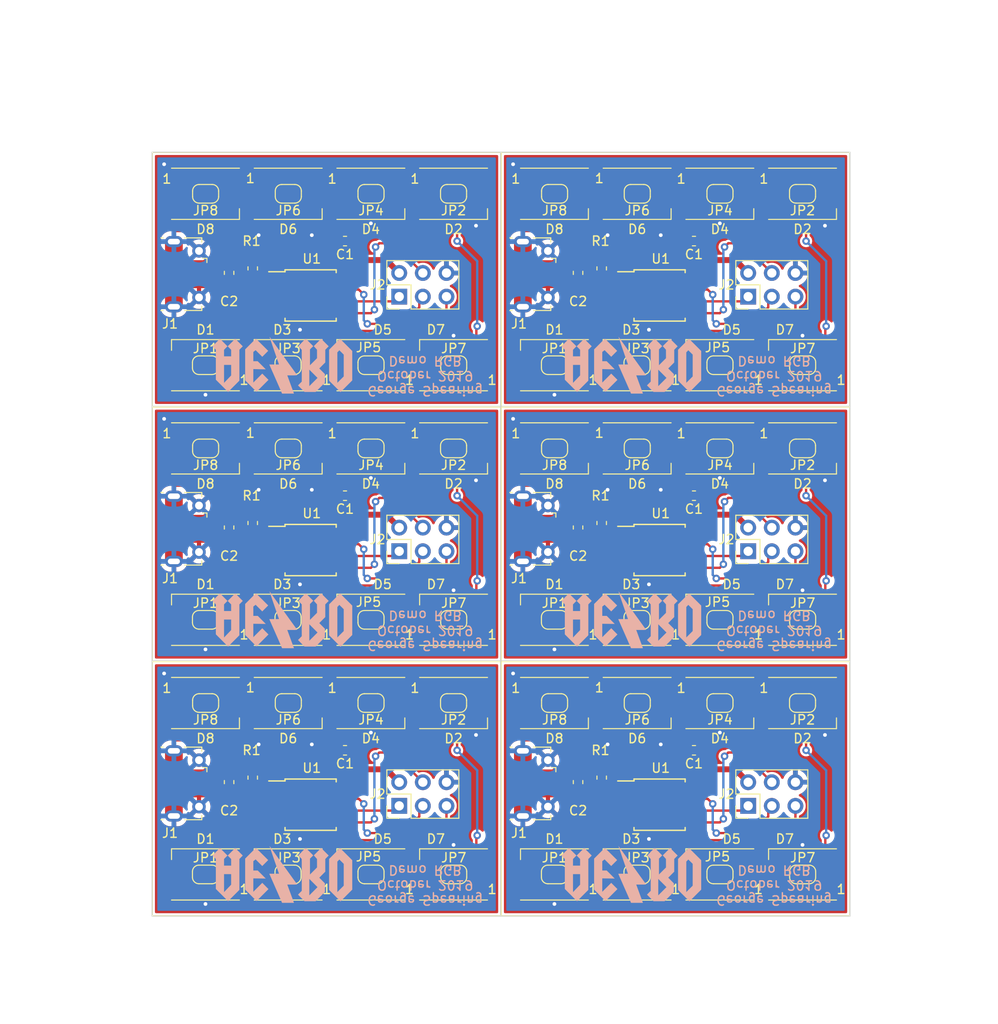
<source format=kicad_pcb>
(kicad_pcb (version 20171130) (host pcbnew 5.1.4-e60b266~84~ubuntu18.04.1)
  (layers (0 F.Cu signal) (31 B.Cu signal) (34 B.Paste user) (35 F.Paste user) (36 B.SilkS user) (37 F.SilkS user) (38 B.Mask user) (39 F.Mask user) (44 Edge.Cuts user))
  (net 0 "")
  (net 1 GND)
  (net 2 +5V)
  (net 3 "Net-(D1-Pad2)")
  (net 4 "Net-(D1-Pad4)")
  (net 5 "Net-(D2-Pad4)")
  (net 6 "Net-(D2-Pad2)")
  (net 7 "Net-(D3-Pad2)")
  (net 8 "Net-(D4-Pad2)")
  (net 9 "Net-(D5-Pad2)")
  (net 10 "Net-(D6-Pad2)")
  (net 11 "Net-(D8-Pad2)")
  (net 12 "Net-(J1-Pad2)")
  (net 13 "Net-(J1-Pad4)")
  (net 14 "Net-(J1-Pad3)")
  (net 15 /MISO)
  (net 16 /SCK)
  (net 17 /MOSI)
  (net 18 /RST)
  (net 19 "Net-(U1-Pad3)")
  (module Package_SO:SOIJ-8_5.3x5.3mm_P1.27mm (layer F.Cu) (at 170.738002 127.227004)
    (fp_text reference U1 (at 0.127 -3.937) (layer F.SilkS))
    (fp_text value ATtiny85-20SU)
    (pad 8 smd rect (at 3.65 -1.905) (size 1.7 0.65) (layers F.Cu F.Paste F.Mask) (net 2 +5V))
    (pad 7 smd rect (at 3.65 -0.635) (size 1.7 0.65) (layers F.Cu F.Paste F.Mask) (net 16 /SCK))
    (pad 6 smd rect (at 3.65 0.635) (size 1.7 0.65) (layers F.Cu F.Paste F.Mask) (net 15 /MISO))
    (pad 5 smd rect (at 3.65 1.905) (size 1.7 0.65) (layers F.Cu F.Paste F.Mask) (net 17 /MOSI))
    (pad 4 smd rect (at -3.65 1.905) (size 1.7 0.65) (layers F.Cu F.Paste F.Mask) (net 1 GND))
    (pad 3 smd rect (at -3.65 0.635) (size 1.7 0.65) (layers F.Cu F.Paste F.Mask) (net 19 "Net-(U1-Pad3)"))
    (pad 2 smd rect (at -3.65 -0.635) (size 1.7 0.65) (layers F.Cu F.Paste F.Mask) (net 4 "Net-(D1-Pad4)"))
    (pad 1 smd rect (at -3.65 -1.905) (size 1.7 0.65) (layers F.Cu F.Paste F.Mask) (net 18 /RST))
  )
  (module Package_SO:SOIJ-8_5.3x5.3mm_P1.27mm (layer F.Cu) (at 170.738002 99.872002)
    (fp_text reference U1 (at 0.127 -3.937) (layer F.SilkS))
    (fp_text value ATtiny85-20SU)
    (pad 8 smd rect (at 3.65 -1.905) (size 1.7 0.65) (layers F.Cu F.Paste F.Mask) (net 2 +5V))
    (pad 7 smd rect (at 3.65 -0.635) (size 1.7 0.65) (layers F.Cu F.Paste F.Mask) (net 16 /SCK))
    (pad 6 smd rect (at 3.65 0.635) (size 1.7 0.65) (layers F.Cu F.Paste F.Mask) (net 15 /MISO))
    (pad 5 smd rect (at 3.65 1.905) (size 1.7 0.65) (layers F.Cu F.Paste F.Mask) (net 17 /MOSI))
    (pad 4 smd rect (at -3.65 1.905) (size 1.7 0.65) (layers F.Cu F.Paste F.Mask) (net 1 GND))
    (pad 3 smd rect (at -3.65 0.635) (size 1.7 0.65) (layers F.Cu F.Paste F.Mask) (net 19 "Net-(U1-Pad3)"))
    (pad 2 smd rect (at -3.65 -0.635) (size 1.7 0.65) (layers F.Cu F.Paste F.Mask) (net 4 "Net-(D1-Pad4)"))
    (pad 1 smd rect (at -3.65 -1.905) (size 1.7 0.65) (layers F.Cu F.Paste F.Mask) (net 18 /RST))
  )
  (module Package_SO:SOIJ-8_5.3x5.3mm_P1.27mm (layer F.Cu) (at 170.738002 72.517)
    (fp_text reference U1 (at 0.127 -3.937) (layer F.SilkS))
    (fp_text value ATtiny85-20SU)
    (pad 8 smd rect (at 3.65 -1.905) (size 1.7 0.65) (layers F.Cu F.Paste F.Mask) (net 2 +5V))
    (pad 7 smd rect (at 3.65 -0.635) (size 1.7 0.65) (layers F.Cu F.Paste F.Mask) (net 16 /SCK))
    (pad 6 smd rect (at 3.65 0.635) (size 1.7 0.65) (layers F.Cu F.Paste F.Mask) (net 15 /MISO))
    (pad 5 smd rect (at 3.65 1.905) (size 1.7 0.65) (layers F.Cu F.Paste F.Mask) (net 17 /MOSI))
    (pad 4 smd rect (at -3.65 1.905) (size 1.7 0.65) (layers F.Cu F.Paste F.Mask) (net 1 GND))
    (pad 3 smd rect (at -3.65 0.635) (size 1.7 0.65) (layers F.Cu F.Paste F.Mask) (net 19 "Net-(U1-Pad3)"))
    (pad 2 smd rect (at -3.65 -0.635) (size 1.7 0.65) (layers F.Cu F.Paste F.Mask) (net 4 "Net-(D1-Pad4)"))
    (pad 1 smd rect (at -3.65 -1.905) (size 1.7 0.65) (layers F.Cu F.Paste F.Mask) (net 18 /RST))
  )
  (module Package_SO:SOIJ-8_5.3x5.3mm_P1.27mm (layer F.Cu) (at 133.223 127.227004)
    (fp_text reference U1 (at 0.127 -3.937) (layer F.SilkS))
    (fp_text value ATtiny85-20SU)
    (pad 8 smd rect (at 3.65 -1.905) (size 1.7 0.65) (layers F.Cu F.Paste F.Mask) (net 2 +5V))
    (pad 7 smd rect (at 3.65 -0.635) (size 1.7 0.65) (layers F.Cu F.Paste F.Mask) (net 16 /SCK))
    (pad 6 smd rect (at 3.65 0.635) (size 1.7 0.65) (layers F.Cu F.Paste F.Mask) (net 15 /MISO))
    (pad 5 smd rect (at 3.65 1.905) (size 1.7 0.65) (layers F.Cu F.Paste F.Mask) (net 17 /MOSI))
    (pad 4 smd rect (at -3.65 1.905) (size 1.7 0.65) (layers F.Cu F.Paste F.Mask) (net 1 GND))
    (pad 3 smd rect (at -3.65 0.635) (size 1.7 0.65) (layers F.Cu F.Paste F.Mask) (net 19 "Net-(U1-Pad3)"))
    (pad 2 smd rect (at -3.65 -0.635) (size 1.7 0.65) (layers F.Cu F.Paste F.Mask) (net 4 "Net-(D1-Pad4)"))
    (pad 1 smd rect (at -3.65 -1.905) (size 1.7 0.65) (layers F.Cu F.Paste F.Mask) (net 18 /RST))
  )
  (module Package_SO:SOIJ-8_5.3x5.3mm_P1.27mm (layer F.Cu) (at 133.223 99.872002)
    (fp_text reference U1 (at 0.127 -3.937) (layer F.SilkS))
    (fp_text value ATtiny85-20SU)
    (pad 8 smd rect (at 3.65 -1.905) (size 1.7 0.65) (layers F.Cu F.Paste F.Mask) (net 2 +5V))
    (pad 7 smd rect (at 3.65 -0.635) (size 1.7 0.65) (layers F.Cu F.Paste F.Mask) (net 16 /SCK))
    (pad 6 smd rect (at 3.65 0.635) (size 1.7 0.65) (layers F.Cu F.Paste F.Mask) (net 15 /MISO))
    (pad 5 smd rect (at 3.65 1.905) (size 1.7 0.65) (layers F.Cu F.Paste F.Mask) (net 17 /MOSI))
    (pad 4 smd rect (at -3.65 1.905) (size 1.7 0.65) (layers F.Cu F.Paste F.Mask) (net 1 GND))
    (pad 3 smd rect (at -3.65 0.635) (size 1.7 0.65) (layers F.Cu F.Paste F.Mask) (net 19 "Net-(U1-Pad3)"))
    (pad 2 smd rect (at -3.65 -0.635) (size 1.7 0.65) (layers F.Cu F.Paste F.Mask) (net 4 "Net-(D1-Pad4)"))
    (pad 1 smd rect (at -3.65 -1.905) (size 1.7 0.65) (layers F.Cu F.Paste F.Mask) (net 18 /RST))
  )
  (module Resistor_SMD:R_0603_1608Metric_Pad1.05x0.95mm_HandSolder (layer F.Cu) (at 164.515002 124.320004 270)
    (fp_text reference R1 (at -2.935 0.127 180) (layer F.SilkS))
    (fp_text value 1OK)
    (pad 2 smd roundrect (at 0.875 0 270) (size 1.05 0.95) (layers F.Cu F.Paste F.Mask) (net 18 /RST))
    (pad 1 smd roundrect (at -0.875 0 270) (size 1.05 0.95) (layers F.Cu F.Paste F.Mask) (net 2 +5V))
  )
  (module Resistor_SMD:R_0603_1608Metric_Pad1.05x0.95mm_HandSolder (layer F.Cu) (at 164.515002 96.965002 270)
    (fp_text reference R1 (at -2.935 0.127 180) (layer F.SilkS))
    (fp_text value 1OK)
    (pad 2 smd roundrect (at 0.875 0 270) (size 1.05 0.95) (layers F.Cu F.Paste F.Mask) (net 18 /RST))
    (pad 1 smd roundrect (at -0.875 0 270) (size 1.05 0.95) (layers F.Cu F.Paste F.Mask) (net 2 +5V))
  )
  (module Resistor_SMD:R_0603_1608Metric_Pad1.05x0.95mm_HandSolder (layer F.Cu) (at 164.515002 69.61 270)
    (fp_text reference R1 (at -2.935 0.127 180) (layer F.SilkS))
    (fp_text value 1OK)
    (pad 2 smd roundrect (at 0.875 0 270) (size 1.05 0.95) (layers F.Cu F.Paste F.Mask) (net 18 /RST))
    (pad 1 smd roundrect (at -0.875 0 270) (size 1.05 0.95) (layers F.Cu F.Paste F.Mask) (net 2 +5V))
  )
  (module Resistor_SMD:R_0603_1608Metric_Pad1.05x0.95mm_HandSolder (layer F.Cu) (at 127 124.320004 270)
    (fp_text reference R1 (at -2.935 0.127 180) (layer F.SilkS))
    (fp_text value 1OK)
    (pad 2 smd roundrect (at 0.875 0 270) (size 1.05 0.95) (layers F.Cu F.Paste F.Mask) (net 18 /RST))
    (pad 1 smd roundrect (at -0.875 0 270) (size 1.05 0.95) (layers F.Cu F.Paste F.Mask) (net 2 +5V))
  )
  (module Resistor_SMD:R_0603_1608Metric_Pad1.05x0.95mm_HandSolder (layer F.Cu) (at 127 96.965002 270)
    (fp_text reference R1 (at -2.935 0.127 180) (layer F.SilkS))
    (fp_text value 1OK)
    (pad 2 smd roundrect (at 0.875 0 270) (size 1.05 0.95) (layers F.Cu F.Paste F.Mask) (net 18 /RST))
    (pad 1 smd roundrect (at -0.875 0 270) (size 1.05 0.95) (layers F.Cu F.Paste F.Mask) (net 2 +5V))
  )
  (module Jumper:SolderJumper-2_P1.3mm_Open_RoundedPad1.0x1.5mm (layer F.Cu) (at 159.450002 116.305004 180)
    (fp_text reference JP8 (at 0 -1.8) (layer F.SilkS))
    (fp_text value Jumper_2_Open)
    (pad 2 smd custom (at 0.65 0 180) (size 1 0.5) (layers F.Cu F.Mask) (net 11 "Net-(D8-Pad2)") (options (clearance outline) (anchor rect)) (primitives (gr_circle (center 0 0.25) (end 0.5 0.25) (width 0)) (gr_circle (center 0 -0.25) (end 0.5 -0.25) (width 0)) (gr_poly (pts (xy 0 -0.75) (xy -0.5 -0.75) (xy -0.5 0.75) (xy 0 0.75)) (width 0))))
    (pad 1 smd custom (at -0.65 0 180) (size 1 0.5) (layers F.Cu F.Mask) (net 10 "Net-(D6-Pad2)") (options (clearance outline) (anchor rect)) (primitives (gr_circle (center 0 0.25) (end 0.5 0.25) (width 0)) (gr_circle (center 0 -0.25) (end 0.5 -0.25) (width 0)) (gr_poly (pts (xy 0 -0.75) (xy 0.5 -0.75) (xy 0.5 0.75) (xy 0 0.75)) (width 0))))
  )
  (module Jumper:SolderJumper-2_P1.3mm_Open_RoundedPad1.0x1.5mm (layer F.Cu) (at 159.450002 88.950002 180)
    (fp_text reference JP8 (at 0 -1.8) (layer F.SilkS))
    (fp_text value Jumper_2_Open)
    (pad 2 smd custom (at 0.65 0 180) (size 1 0.5) (layers F.Cu F.Mask) (net 11 "Net-(D8-Pad2)") (options (clearance outline) (anchor rect)) (primitives (gr_circle (center 0 0.25) (end 0.5 0.25) (width 0)) (gr_circle (center 0 -0.25) (end 0.5 -0.25) (width 0)) (gr_poly (pts (xy 0 -0.75) (xy -0.5 -0.75) (xy -0.5 0.75) (xy 0 0.75)) (width 0))))
    (pad 1 smd custom (at -0.65 0 180) (size 1 0.5) (layers F.Cu F.Mask) (net 10 "Net-(D6-Pad2)") (options (clearance outline) (anchor rect)) (primitives (gr_circle (center 0 0.25) (end 0.5 0.25) (width 0)) (gr_circle (center 0 -0.25) (end 0.5 -0.25) (width 0)) (gr_poly (pts (xy 0 -0.75) (xy 0.5 -0.75) (xy 0.5 0.75) (xy 0 0.75)) (width 0))))
  )
  (module Jumper:SolderJumper-2_P1.3mm_Open_RoundedPad1.0x1.5mm (layer F.Cu) (at 159.450002 61.595 180)
    (fp_text reference JP8 (at 0 -1.8) (layer F.SilkS))
    (fp_text value Jumper_2_Open)
    (pad 2 smd custom (at 0.65 0 180) (size 1 0.5) (layers F.Cu F.Mask) (net 11 "Net-(D8-Pad2)") (options (clearance outline) (anchor rect)) (primitives (gr_circle (center 0 0.25) (end 0.5 0.25) (width 0)) (gr_circle (center 0 -0.25) (end 0.5 -0.25) (width 0)) (gr_poly (pts (xy 0 -0.75) (xy -0.5 -0.75) (xy -0.5 0.75) (xy 0 0.75)) (width 0))))
    (pad 1 smd custom (at -0.65 0 180) (size 1 0.5) (layers F.Cu F.Mask) (net 10 "Net-(D6-Pad2)") (options (clearance outline) (anchor rect)) (primitives (gr_circle (center 0 0.25) (end 0.5 0.25) (width 0)) (gr_circle (center 0 -0.25) (end 0.5 -0.25) (width 0)) (gr_poly (pts (xy 0 -0.75) (xy 0.5 -0.75) (xy 0.5 0.75) (xy 0 0.75)) (width 0))))
  )
  (module Jumper:SolderJumper-2_P1.3mm_Open_RoundedPad1.0x1.5mm (layer F.Cu) (at 121.935 116.305004 180)
    (fp_text reference JP8 (at 0 -1.8) (layer F.SilkS))
    (fp_text value Jumper_2_Open)
    (pad 2 smd custom (at 0.65 0 180) (size 1 0.5) (layers F.Cu F.Mask) (net 11 "Net-(D8-Pad2)") (options (clearance outline) (anchor rect)) (primitives (gr_circle (center 0 0.25) (end 0.5 0.25) (width 0)) (gr_circle (center 0 -0.25) (end 0.5 -0.25) (width 0)) (gr_poly (pts (xy 0 -0.75) (xy -0.5 -0.75) (xy -0.5 0.75) (xy 0 0.75)) (width 0))))
    (pad 1 smd custom (at -0.65 0 180) (size 1 0.5) (layers F.Cu F.Mask) (net 10 "Net-(D6-Pad2)") (options (clearance outline) (anchor rect)) (primitives (gr_circle (center 0 0.25) (end 0.5 0.25) (width 0)) (gr_circle (center 0 -0.25) (end 0.5 -0.25) (width 0)) (gr_poly (pts (xy 0 -0.75) (xy 0.5 -0.75) (xy 0.5 0.75) (xy 0 0.75)) (width 0))))
  )
  (module Jumper:SolderJumper-2_P1.3mm_Open_RoundedPad1.0x1.5mm (layer F.Cu) (at 121.935 88.950002 180)
    (fp_text reference JP8 (at 0 -1.8) (layer F.SilkS))
    (fp_text value Jumper_2_Open)
    (pad 2 smd custom (at 0.65 0 180) (size 1 0.5) (layers F.Cu F.Mask) (net 11 "Net-(D8-Pad2)") (options (clearance outline) (anchor rect)) (primitives (gr_circle (center 0 0.25) (end 0.5 0.25) (width 0)) (gr_circle (center 0 -0.25) (end 0.5 -0.25) (width 0)) (gr_poly (pts (xy 0 -0.75) (xy -0.5 -0.75) (xy -0.5 0.75) (xy 0 0.75)) (width 0))))
    (pad 1 smd custom (at -0.65 0 180) (size 1 0.5) (layers F.Cu F.Mask) (net 10 "Net-(D6-Pad2)") (options (clearance outline) (anchor rect)) (primitives (gr_circle (center 0 0.25) (end 0.5 0.25) (width 0)) (gr_circle (center 0 -0.25) (end 0.5 -0.25) (width 0)) (gr_poly (pts (xy 0 -0.75) (xy 0.5 -0.75) (xy 0.5 0.75) (xy 0 0.75)) (width 0))))
  )
  (module Jumper:SolderJumper-2_P1.3mm_Open_RoundedPad1.0x1.5mm (layer F.Cu) (at 186.120002 134.720004)
    (fp_text reference JP7 (at 0 -1.8) (layer F.SilkS))
    (fp_text value Jumper_2_Open)
    (pad 2 smd custom (at 0.65 0) (size 1 0.5) (layers F.Cu F.Mask) (net 5 "Net-(D2-Pad4)") (options (clearance outline) (anchor rect)) (primitives (gr_circle (center 0 0.25) (end 0.5 0.25) (width 0)) (gr_circle (center 0 -0.25) (end 0.5 -0.25) (width 0)) (gr_poly (pts (xy 0 -0.75) (xy -0.5 -0.75) (xy -0.5 0.75) (xy 0 0.75)) (width 0))))
    (pad 1 smd custom (at -0.65 0) (size 1 0.5) (layers F.Cu F.Mask) (net 9 "Net-(D5-Pad2)") (options (clearance outline) (anchor rect)) (primitives (gr_circle (center 0 0.25) (end 0.5 0.25) (width 0)) (gr_circle (center 0 -0.25) (end 0.5 -0.25) (width 0)) (gr_poly (pts (xy 0 -0.75) (xy 0.5 -0.75) (xy 0.5 0.75) (xy 0 0.75)) (width 0))))
  )
  (module Jumper:SolderJumper-2_P1.3mm_Open_RoundedPad1.0x1.5mm (layer F.Cu) (at 186.120002 107.365002)
    (fp_text reference JP7 (at 0 -1.8) (layer F.SilkS))
    (fp_text value Jumper_2_Open)
    (pad 2 smd custom (at 0.65 0) (size 1 0.5) (layers F.Cu F.Mask) (net 5 "Net-(D2-Pad4)") (options (clearance outline) (anchor rect)) (primitives (gr_circle (center 0 0.25) (end 0.5 0.25) (width 0)) (gr_circle (center 0 -0.25) (end 0.5 -0.25) (width 0)) (gr_poly (pts (xy 0 -0.75) (xy -0.5 -0.75) (xy -0.5 0.75) (xy 0 0.75)) (width 0))))
    (pad 1 smd custom (at -0.65 0) (size 1 0.5) (layers F.Cu F.Mask) (net 9 "Net-(D5-Pad2)") (options (clearance outline) (anchor rect)) (primitives (gr_circle (center 0 0.25) (end 0.5 0.25) (width 0)) (gr_circle (center 0 -0.25) (end 0.5 -0.25) (width 0)) (gr_poly (pts (xy 0 -0.75) (xy 0.5 -0.75) (xy 0.5 0.75) (xy 0 0.75)) (width 0))))
  )
  (module Jumper:SolderJumper-2_P1.3mm_Open_RoundedPad1.0x1.5mm (layer F.Cu) (at 186.120002 80.01)
    (fp_text reference JP7 (at 0 -1.8) (layer F.SilkS))
    (fp_text value Jumper_2_Open)
    (pad 2 smd custom (at 0.65 0) (size 1 0.5) (layers F.Cu F.Mask) (net 5 "Net-(D2-Pad4)") (options (clearance outline) (anchor rect)) (primitives (gr_circle (center 0 0.25) (end 0.5 0.25) (width 0)) (gr_circle (center 0 -0.25) (end 0.5 -0.25) (width 0)) (gr_poly (pts (xy 0 -0.75) (xy -0.5 -0.75) (xy -0.5 0.75) (xy 0 0.75)) (width 0))))
    (pad 1 smd custom (at -0.65 0) (size 1 0.5) (layers F.Cu F.Mask) (net 9 "Net-(D5-Pad2)") (options (clearance outline) (anchor rect)) (primitives (gr_circle (center 0 0.25) (end 0.5 0.25) (width 0)) (gr_circle (center 0 -0.25) (end 0.5 -0.25) (width 0)) (gr_poly (pts (xy 0 -0.75) (xy 0.5 -0.75) (xy 0.5 0.75) (xy 0 0.75)) (width 0))))
  )
  (module Jumper:SolderJumper-2_P1.3mm_Open_RoundedPad1.0x1.5mm (layer F.Cu) (at 148.605 134.720004)
    (fp_text reference JP7 (at 0 -1.8) (layer F.SilkS))
    (fp_text value Jumper_2_Open)
    (pad 2 smd custom (at 0.65 0) (size 1 0.5) (layers F.Cu F.Mask) (net 5 "Net-(D2-Pad4)") (options (clearance outline) (anchor rect)) (primitives (gr_circle (center 0 0.25) (end 0.5 0.25) (width 0)) (gr_circle (center 0 -0.25) (end 0.5 -0.25) (width 0)) (gr_poly (pts (xy 0 -0.75) (xy -0.5 -0.75) (xy -0.5 0.75) (xy 0 0.75)) (width 0))))
    (pad 1 smd custom (at -0.65 0) (size 1 0.5) (layers F.Cu F.Mask) (net 9 "Net-(D5-Pad2)") (options (clearance outline) (anchor rect)) (primitives (gr_circle (center 0 0.25) (end 0.5 0.25) (width 0)) (gr_circle (center 0 -0.25) (end 0.5 -0.25) (width 0)) (gr_poly (pts (xy 0 -0.75) (xy 0.5 -0.75) (xy 0.5 0.75) (xy 0 0.75)) (width 0))))
  )
  (module Jumper:SolderJumper-2_P1.3mm_Open_RoundedPad1.0x1.5mm (layer F.Cu) (at 148.605 107.365002)
    (fp_text reference JP7 (at 0 -1.8) (layer F.SilkS))
    (fp_text value Jumper_2_Open)
    (pad 2 smd custom (at 0.65 0) (size 1 0.5) (layers F.Cu F.Mask) (net 5 "Net-(D2-Pad4)") (options (clearance outline) (anchor rect)) (primitives (gr_circle (center 0 0.25) (end 0.5 0.25) (width 0)) (gr_circle (center 0 -0.25) (end 0.5 -0.25) (width 0)) (gr_poly (pts (xy 0 -0.75) (xy -0.5 -0.75) (xy -0.5 0.75) (xy 0 0.75)) (width 0))))
    (pad 1 smd custom (at -0.65 0) (size 1 0.5) (layers F.Cu F.Mask) (net 9 "Net-(D5-Pad2)") (options (clearance outline) (anchor rect)) (primitives (gr_circle (center 0 0.25) (end 0.5 0.25) (width 0)) (gr_circle (center 0 -0.25) (end 0.5 -0.25) (width 0)) (gr_poly (pts (xy 0 -0.75) (xy 0.5 -0.75) (xy 0.5 0.75) (xy 0 0.75)) (width 0))))
  )
  (module Jumper:SolderJumper-2_P1.3mm_Open_RoundedPad1.0x1.5mm (layer F.Cu) (at 168.340002 116.305004 180)
    (fp_text reference JP6 (at 0 -1.8) (layer F.SilkS))
    (fp_text value Jumper_2_Open)
    (pad 2 smd custom (at 0.65 0 180) (size 1 0.5) (layers F.Cu F.Mask) (net 10 "Net-(D6-Pad2)") (options (clearance outline) (anchor rect)) (primitives (gr_circle (center 0 0.25) (end 0.5 0.25) (width 0)) (gr_circle (center 0 -0.25) (end 0.5 -0.25) (width 0)) (gr_poly (pts (xy 0 -0.75) (xy -0.5 -0.75) (xy -0.5 0.75) (xy 0 0.75)) (width 0))))
    (pad 1 smd custom (at -0.65 0 180) (size 1 0.5) (layers F.Cu F.Mask) (net 8 "Net-(D4-Pad2)") (options (clearance outline) (anchor rect)) (primitives (gr_circle (center 0 0.25) (end 0.5 0.25) (width 0)) (gr_circle (center 0 -0.25) (end 0.5 -0.25) (width 0)) (gr_poly (pts (xy 0 -0.75) (xy 0.5 -0.75) (xy 0.5 0.75) (xy 0 0.75)) (width 0))))
  )
  (module Jumper:SolderJumper-2_P1.3mm_Open_RoundedPad1.0x1.5mm (layer F.Cu) (at 168.340002 88.950002 180)
    (fp_text reference JP6 (at 0 -1.8) (layer F.SilkS))
    (fp_text value Jumper_2_Open)
    (pad 2 smd custom (at 0.65 0 180) (size 1 0.5) (layers F.Cu F.Mask) (net 10 "Net-(D6-Pad2)") (options (clearance outline) (anchor rect)) (primitives (gr_circle (center 0 0.25) (end 0.5 0.25) (width 0)) (gr_circle (center 0 -0.25) (end 0.5 -0.25) (width 0)) (gr_poly (pts (xy 0 -0.75) (xy -0.5 -0.75) (xy -0.5 0.75) (xy 0 0.75)) (width 0))))
    (pad 1 smd custom (at -0.65 0 180) (size 1 0.5) (layers F.Cu F.Mask) (net 8 "Net-(D4-Pad2)") (options (clearance outline) (anchor rect)) (primitives (gr_circle (center 0 0.25) (end 0.5 0.25) (width 0)) (gr_circle (center 0 -0.25) (end 0.5 -0.25) (width 0)) (gr_poly (pts (xy 0 -0.75) (xy 0.5 -0.75) (xy 0.5 0.75) (xy 0 0.75)) (width 0))))
  )
  (module Jumper:SolderJumper-2_P1.3mm_Open_RoundedPad1.0x1.5mm (layer F.Cu) (at 168.340002 61.595 180)
    (fp_text reference JP6 (at 0 -1.8) (layer F.SilkS))
    (fp_text value Jumper_2_Open)
    (pad 2 smd custom (at 0.65 0 180) (size 1 0.5) (layers F.Cu F.Mask) (net 10 "Net-(D6-Pad2)") (options (clearance outline) (anchor rect)) (primitives (gr_circle (center 0 0.25) (end 0.5 0.25) (width 0)) (gr_circle (center 0 -0.25) (end 0.5 -0.25) (width 0)) (gr_poly (pts (xy 0 -0.75) (xy -0.5 -0.75) (xy -0.5 0.75) (xy 0 0.75)) (width 0))))
    (pad 1 smd custom (at -0.65 0 180) (size 1 0.5) (layers F.Cu F.Mask) (net 8 "Net-(D4-Pad2)") (options (clearance outline) (anchor rect)) (primitives (gr_circle (center 0 0.25) (end 0.5 0.25) (width 0)) (gr_circle (center 0 -0.25) (end 0.5 -0.25) (width 0)) (gr_poly (pts (xy 0 -0.75) (xy 0.5 -0.75) (xy 0.5 0.75) (xy 0 0.75)) (width 0))))
  )
  (module Jumper:SolderJumper-2_P1.3mm_Open_RoundedPad1.0x1.5mm (layer F.Cu) (at 130.825 116.305004 180)
    (fp_text reference JP6 (at 0 -1.8) (layer F.SilkS))
    (fp_text value Jumper_2_Open)
    (pad 2 smd custom (at 0.65 0 180) (size 1 0.5) (layers F.Cu F.Mask) (net 10 "Net-(D6-Pad2)") (options (clearance outline) (anchor rect)) (primitives (gr_circle (center 0 0.25) (end 0.5 0.25) (width 0)) (gr_circle (center 0 -0.25) (end 0.5 -0.25) (width 0)) (gr_poly (pts (xy 0 -0.75) (xy -0.5 -0.75) (xy -0.5 0.75) (xy 0 0.75)) (width 0))))
    (pad 1 smd custom (at -0.65 0 180) (size 1 0.5) (layers F.Cu F.Mask) (net 8 "Net-(D4-Pad2)") (options (clearance outline) (anchor rect)) (primitives (gr_circle (center 0 0.25) (end 0.5 0.25) (width 0)) (gr_circle (center 0 -0.25) (end 0.5 -0.25) (width 0)) (gr_poly (pts (xy 0 -0.75) (xy 0.5 -0.75) (xy 0.5 0.75) (xy 0 0.75)) (width 0))))
  )
  (module Jumper:SolderJumper-2_P1.3mm_Open_RoundedPad1.0x1.5mm (layer F.Cu) (at 130.825 88.950002 180)
    (fp_text reference JP6 (at 0 -1.8) (layer F.SilkS))
    (fp_text value Jumper_2_Open)
    (pad 2 smd custom (at 0.65 0 180) (size 1 0.5) (layers F.Cu F.Mask) (net 10 "Net-(D6-Pad2)") (options (clearance outline) (anchor rect)) (primitives (gr_circle (center 0 0.25) (end 0.5 0.25) (width 0)) (gr_circle (center 0 -0.25) (end 0.5 -0.25) (width 0)) (gr_poly (pts (xy 0 -0.75) (xy -0.5 -0.75) (xy -0.5 0.75) (xy 0 0.75)) (width 0))))
    (pad 1 smd custom (at -0.65 0 180) (size 1 0.5) (layers F.Cu F.Mask) (net 8 "Net-(D4-Pad2)") (options (clearance outline) (anchor rect)) (primitives (gr_circle (center 0 0.25) (end 0.5 0.25) (width 0)) (gr_circle (center 0 -0.25) (end 0.5 -0.25) (width 0)) (gr_poly (pts (xy 0 -0.75) (xy 0.5 -0.75) (xy 0.5 0.75) (xy 0 0.75)) (width 0))))
  )
  (module Jumper:SolderJumper-2_P1.3mm_Open_RoundedPad1.0x1.5mm (layer F.Cu) (at 177.230002 134.720004)
    (fp_text reference JP5 (at -0.269 -1.905) (layer F.SilkS))
    (fp_text value Jumper_2_Open)
    (pad 1 smd custom (at -0.65 0) (size 1 0.5) (layers F.Cu F.Mask) (net 7 "Net-(D3-Pad2)") (options (clearance outline) (anchor rect)) (primitives (gr_circle (center 0 0.25) (end 0.5 0.25) (width 0)) (gr_circle (center 0 -0.25) (end 0.5 -0.25) (width 0)) (gr_poly (pts (xy 0 -0.75) (xy 0.5 -0.75) (xy 0.5 0.75) (xy 0 0.75)) (width 0))))
    (pad 2 smd custom (at 0.65 0) (size 1 0.5) (layers F.Cu F.Mask) (net 9 "Net-(D5-Pad2)") (options (clearance outline) (anchor rect)) (primitives (gr_circle (center 0 0.25) (end 0.5 0.25) (width 0)) (gr_circle (center 0 -0.25) (end 0.5 -0.25) (width 0)) (gr_poly (pts (xy 0 -0.75) (xy -0.5 -0.75) (xy -0.5 0.75) (xy 0 0.75)) (width 0))))
  )
  (module Jumper:SolderJumper-2_P1.3mm_Open_RoundedPad1.0x1.5mm (layer F.Cu) (at 177.230002 107.365002)
    (fp_text reference JP5 (at -0.269 -1.905) (layer F.SilkS))
    (fp_text value Jumper_2_Open)
    (pad 1 smd custom (at -0.65 0) (size 1 0.5) (layers F.Cu F.Mask) (net 7 "Net-(D3-Pad2)") (options (clearance outline) (anchor rect)) (primitives (gr_circle (center 0 0.25) (end 0.5 0.25) (width 0)) (gr_circle (center 0 -0.25) (end 0.5 -0.25) (width 0)) (gr_poly (pts (xy 0 -0.75) (xy 0.5 -0.75) (xy 0.5 0.75) (xy 0 0.75)) (width 0))))
    (pad 2 smd custom (at 0.65 0) (size 1 0.5) (layers F.Cu F.Mask) (net 9 "Net-(D5-Pad2)") (options (clearance outline) (anchor rect)) (primitives (gr_circle (center 0 0.25) (end 0.5 0.25) (width 0)) (gr_circle (center 0 -0.25) (end 0.5 -0.25) (width 0)) (gr_poly (pts (xy 0 -0.75) (xy -0.5 -0.75) (xy -0.5 0.75) (xy 0 0.75)) (width 0))))
  )
  (module Jumper:SolderJumper-2_P1.3mm_Open_RoundedPad1.0x1.5mm (layer F.Cu) (at 177.230002 80.01)
    (fp_text reference JP5 (at -0.269 -1.905) (layer F.SilkS))
    (fp_text value Jumper_2_Open)
    (pad 1 smd custom (at -0.65 0) (size 1 0.5) (layers F.Cu F.Mask) (net 7 "Net-(D3-Pad2)") (options (clearance outline) (anchor rect)) (primitives (gr_circle (center 0 0.25) (end 0.5 0.25) (width 0)) (gr_circle (center 0 -0.25) (end 0.5 -0.25) (width 0)) (gr_poly (pts (xy 0 -0.75) (xy 0.5 -0.75) (xy 0.5 0.75) (xy 0 0.75)) (width 0))))
    (pad 2 smd custom (at 0.65 0) (size 1 0.5) (layers F.Cu F.Mask) (net 9 "Net-(D5-Pad2)") (options (clearance outline) (anchor rect)) (primitives (gr_circle (center 0 0.25) (end 0.5 0.25) (width 0)) (gr_circle (center 0 -0.25) (end 0.5 -0.25) (width 0)) (gr_poly (pts (xy 0 -0.75) (xy -0.5 -0.75) (xy -0.5 0.75) (xy 0 0.75)) (width 0))))
  )
  (module Jumper:SolderJumper-2_P1.3mm_Open_RoundedPad1.0x1.5mm (layer F.Cu) (at 139.715 134.720004)
    (fp_text reference JP5 (at -0.269 -1.905) (layer F.SilkS))
    (fp_text value Jumper_2_Open)
    (pad 1 smd custom (at -0.65 0) (size 1 0.5) (layers F.Cu F.Mask) (net 7 "Net-(D3-Pad2)") (options (clearance outline) (anchor rect)) (primitives (gr_circle (center 0 0.25) (end 0.5 0.25) (width 0)) (gr_circle (center 0 -0.25) (end 0.5 -0.25) (width 0)) (gr_poly (pts (xy 0 -0.75) (xy 0.5 -0.75) (xy 0.5 0.75) (xy 0 0.75)) (width 0))))
    (pad 2 smd custom (at 0.65 0) (size 1 0.5) (layers F.Cu F.Mask) (net 9 "Net-(D5-Pad2)") (options (clearance outline) (anchor rect)) (primitives (gr_circle (center 0 0.25) (end 0.5 0.25) (width 0)) (gr_circle (center 0 -0.25) (end 0.5 -0.25) (width 0)) (gr_poly (pts (xy 0 -0.75) (xy -0.5 -0.75) (xy -0.5 0.75) (xy 0 0.75)) (width 0))))
  )
  (module Jumper:SolderJumper-2_P1.3mm_Open_RoundedPad1.0x1.5mm (layer F.Cu) (at 139.715 107.365002)
    (fp_text reference JP5 (at -0.269 -1.905) (layer F.SilkS))
    (fp_text value Jumper_2_Open)
    (pad 1 smd custom (at -0.65 0) (size 1 0.5) (layers F.Cu F.Mask) (net 7 "Net-(D3-Pad2)") (options (clearance outline) (anchor rect)) (primitives (gr_circle (center 0 0.25) (end 0.5 0.25) (width 0)) (gr_circle (center 0 -0.25) (end 0.5 -0.25) (width 0)) (gr_poly (pts (xy 0 -0.75) (xy 0.5 -0.75) (xy 0.5 0.75) (xy 0 0.75)) (width 0))))
    (pad 2 smd custom (at 0.65 0) (size 1 0.5) (layers F.Cu F.Mask) (net 9 "Net-(D5-Pad2)") (options (clearance outline) (anchor rect)) (primitives (gr_circle (center 0 0.25) (end 0.5 0.25) (width 0)) (gr_circle (center 0 -0.25) (end 0.5 -0.25) (width 0)) (gr_poly (pts (xy 0 -0.75) (xy -0.5 -0.75) (xy -0.5 0.75) (xy 0 0.75)) (width 0))))
  )
  (module Jumper:SolderJumper-2_P1.3mm_Open_RoundedPad1.0x1.5mm (layer F.Cu) (at 177.230002 116.305004 180)
    (fp_text reference JP4 (at 0 -1.8) (layer F.SilkS))
    (fp_text value Jumper_2_Open)
    (pad 1 smd custom (at -0.65 0 180) (size 1 0.5) (layers F.Cu F.Mask) (net 6 "Net-(D2-Pad2)") (options (clearance outline) (anchor rect)) (primitives (gr_circle (center 0 0.25) (end 0.5 0.25) (width 0)) (gr_circle (center 0 -0.25) (end 0.5 -0.25) (width 0)) (gr_poly (pts (xy 0 -0.75) (xy 0.5 -0.75) (xy 0.5 0.75) (xy 0 0.75)) (width 0))))
    (pad 2 smd custom (at 0.65 0 180) (size 1 0.5) (layers F.Cu F.Mask) (net 8 "Net-(D4-Pad2)") (options (clearance outline) (anchor rect)) (primitives (gr_circle (center 0 0.25) (end 0.5 0.25) (width 0)) (gr_circle (center 0 -0.25) (end 0.5 -0.25) (width 0)) (gr_poly (pts (xy 0 -0.75) (xy -0.5 -0.75) (xy -0.5 0.75) (xy 0 0.75)) (width 0))))
  )
  (module Jumper:SolderJumper-2_P1.3mm_Open_RoundedPad1.0x1.5mm (layer F.Cu) (at 177.230002 88.950002 180)
    (fp_text reference JP4 (at 0 -1.8) (layer F.SilkS))
    (fp_text value Jumper_2_Open)
    (pad 1 smd custom (at -0.65 0 180) (size 1 0.5) (layers F.Cu F.Mask) (net 6 "Net-(D2-Pad2)") (options (clearance outline) (anchor rect)) (primitives (gr_circle (center 0 0.25) (end 0.5 0.25) (width 0)) (gr_circle (center 0 -0.25) (end 0.5 -0.25) (width 0)) (gr_poly (pts (xy 0 -0.75) (xy 0.5 -0.75) (xy 0.5 0.75) (xy 0 0.75)) (width 0))))
    (pad 2 smd custom (at 0.65 0 180) (size 1 0.5) (layers F.Cu F.Mask) (net 8 "Net-(D4-Pad2)") (options (clearance outline) (anchor rect)) (primitives (gr_circle (center 0 0.25) (end 0.5 0.25) (width 0)) (gr_circle (center 0 -0.25) (end 0.5 -0.25) (width 0)) (gr_poly (pts (xy 0 -0.75) (xy -0.5 -0.75) (xy -0.5 0.75) (xy 0 0.75)) (width 0))))
  )
  (module Jumper:SolderJumper-2_P1.3mm_Open_RoundedPad1.0x1.5mm (layer F.Cu) (at 177.230002 61.595 180)
    (fp_text reference JP4 (at 0 -1.8) (layer F.SilkS))
    (fp_text value Jumper_2_Open)
    (pad 1 smd custom (at -0.65 0 180) (size 1 0.5) (layers F.Cu F.Mask) (net 6 "Net-(D2-Pad2)") (options (clearance outline) (anchor rect)) (primitives (gr_circle (center 0 0.25) (end 0.5 0.25) (width 0)) (gr_circle (center 0 -0.25) (end 0.5 -0.25) (width 0)) (gr_poly (pts (xy 0 -0.75) (xy 0.5 -0.75) (xy 0.5 0.75) (xy 0 0.75)) (width 0))))
    (pad 2 smd custom (at 0.65 0 180) (size 1 0.5) (layers F.Cu F.Mask) (net 8 "Net-(D4-Pad2)") (options (clearance outline) (anchor rect)) (primitives (gr_circle (center 0 0.25) (end 0.5 0.25) (width 0)) (gr_circle (center 0 -0.25) (end 0.5 -0.25) (width 0)) (gr_poly (pts (xy 0 -0.75) (xy -0.5 -0.75) (xy -0.5 0.75) (xy 0 0.75)) (width 0))))
  )
  (module Jumper:SolderJumper-2_P1.3mm_Open_RoundedPad1.0x1.5mm (layer F.Cu) (at 139.715 116.305004 180)
    (fp_text reference JP4 (at 0 -1.8) (layer F.SilkS))
    (fp_text value Jumper_2_Open)
    (pad 1 smd custom (at -0.65 0 180) (size 1 0.5) (layers F.Cu F.Mask) (net 6 "Net-(D2-Pad2)") (options (clearance outline) (anchor rect)) (primitives (gr_circle (center 0 0.25) (end 0.5 0.25) (width 0)) (gr_circle (center 0 -0.25) (end 0.5 -0.25) (width 0)) (gr_poly (pts (xy 0 -0.75) (xy 0.5 -0.75) (xy 0.5 0.75) (xy 0 0.75)) (width 0))))
    (pad 2 smd custom (at 0.65 0 180) (size 1 0.5) (layers F.Cu F.Mask) (net 8 "Net-(D4-Pad2)") (options (clearance outline) (anchor rect)) (primitives (gr_circle (center 0 0.25) (end 0.5 0.25) (width 0)) (gr_circle (center 0 -0.25) (end 0.5 -0.25) (width 0)) (gr_poly (pts (xy 0 -0.75) (xy -0.5 -0.75) (xy -0.5 0.75) (xy 0 0.75)) (width 0))))
  )
  (module Jumper:SolderJumper-2_P1.3mm_Open_RoundedPad1.0x1.5mm (layer F.Cu) (at 139.715 88.950002 180)
    (fp_text reference JP4 (at 0 -1.8) (layer F.SilkS))
    (fp_text value Jumper_2_Open)
    (pad 1 smd custom (at -0.65 0 180) (size 1 0.5) (layers F.Cu F.Mask) (net 6 "Net-(D2-Pad2)") (options (clearance outline) (anchor rect)) (primitives (gr_circle (center 0 0.25) (end 0.5 0.25) (width 0)) (gr_circle (center 0 -0.25) (end 0.5 -0.25) (width 0)) (gr_poly (pts (xy 0 -0.75) (xy 0.5 -0.75) (xy 0.5 0.75) (xy 0 0.75)) (width 0))))
    (pad 2 smd custom (at 0.65 0 180) (size 1 0.5) (layers F.Cu F.Mask) (net 8 "Net-(D4-Pad2)") (options (clearance outline) (anchor rect)) (primitives (gr_circle (center 0 0.25) (end 0.5 0.25) (width 0)) (gr_circle (center 0 -0.25) (end 0.5 -0.25) (width 0)) (gr_poly (pts (xy 0 -0.75) (xy -0.5 -0.75) (xy -0.5 0.75) (xy 0 0.75)) (width 0))))
  )
  (module Jumper:SolderJumper-2_P1.3mm_Open_RoundedPad1.0x1.5mm (layer F.Cu) (at 168.310002 134.720004)
    (fp_text reference JP3 (at 0 -1.8) (layer F.SilkS))
    (fp_text value Jumper_2_Open)
    (pad 2 smd custom (at 0.65 0) (size 1 0.5) (layers F.Cu F.Mask) (net 7 "Net-(D3-Pad2)") (options (clearance outline) (anchor rect)) (primitives (gr_circle (center 0 0.25) (end 0.5 0.25) (width 0)) (gr_circle (center 0 -0.25) (end 0.5 -0.25) (width 0)) (gr_poly (pts (xy 0 -0.75) (xy -0.5 -0.75) (xy -0.5 0.75) (xy 0 0.75)) (width 0))))
    (pad 1 smd custom (at -0.65 0) (size 1 0.5) (layers F.Cu F.Mask) (net 3 "Net-(D1-Pad2)") (options (clearance outline) (anchor rect)) (primitives (gr_circle (center 0 0.25) (end 0.5 0.25) (width 0)) (gr_circle (center 0 -0.25) (end 0.5 -0.25) (width 0)) (gr_poly (pts (xy 0 -0.75) (xy 0.5 -0.75) (xy 0.5 0.75) (xy 0 0.75)) (width 0))))
  )
  (module Jumper:SolderJumper-2_P1.3mm_Open_RoundedPad1.0x1.5mm (layer F.Cu) (at 168.310002 107.365002)
    (fp_text reference JP3 (at 0 -1.8) (layer F.SilkS))
    (fp_text value Jumper_2_Open)
    (pad 2 smd custom (at 0.65 0) (size 1 0.5) (layers F.Cu F.Mask) (net 7 "Net-(D3-Pad2)") (options (clearance outline) (anchor rect)) (primitives (gr_circle (center 0 0.25) (end 0.5 0.25) (width 0)) (gr_circle (center 0 -0.25) (end 0.5 -0.25) (width 0)) (gr_poly (pts (xy 0 -0.75) (xy -0.5 -0.75) (xy -0.5 0.75) (xy 0 0.75)) (width 0))))
    (pad 1 smd custom (at -0.65 0) (size 1 0.5) (layers F.Cu F.Mask) (net 3 "Net-(D1-Pad2)") (options (clearance outline) (anchor rect)) (primitives (gr_circle (center 0 0.25) (end 0.5 0.25) (width 0)) (gr_circle (center 0 -0.25) (end 0.5 -0.25) (width 0)) (gr_poly (pts (xy 0 -0.75) (xy 0.5 -0.75) (xy 0.5 0.75) (xy 0 0.75)) (width 0))))
  )
  (module Jumper:SolderJumper-2_P1.3mm_Open_RoundedPad1.0x1.5mm (layer F.Cu) (at 168.310002 80.01)
    (fp_text reference JP3 (at 0 -1.8) (layer F.SilkS))
    (fp_text value Jumper_2_Open)
    (pad 2 smd custom (at 0.65 0) (size 1 0.5) (layers F.Cu F.Mask) (net 7 "Net-(D3-Pad2)") (options (clearance outline) (anchor rect)) (primitives (gr_circle (center 0 0.25) (end 0.5 0.25) (width 0)) (gr_circle (center 0 -0.25) (end 0.5 -0.25) (width 0)) (gr_poly (pts (xy 0 -0.75) (xy -0.5 -0.75) (xy -0.5 0.75) (xy 0 0.75)) (width 0))))
    (pad 1 smd custom (at -0.65 0) (size 1 0.5) (layers F.Cu F.Mask) (net 3 "Net-(D1-Pad2)") (options (clearance outline) (anchor rect)) (primitives (gr_circle (center 0 0.25) (end 0.5 0.25) (width 0)) (gr_circle (center 0 -0.25) (end 0.5 -0.25) (width 0)) (gr_poly (pts (xy 0 -0.75) (xy 0.5 -0.75) (xy 0.5 0.75) (xy 0 0.75)) (width 0))))
  )
  (module Jumper:SolderJumper-2_P1.3mm_Open_RoundedPad1.0x1.5mm (layer F.Cu) (at 130.795 134.720004)
    (fp_text reference JP3 (at 0 -1.8) (layer F.SilkS))
    (fp_text value Jumper_2_Open)
    (pad 2 smd custom (at 0.65 0) (size 1 0.5) (layers F.Cu F.Mask) (net 7 "Net-(D3-Pad2)") (options (clearance outline) (anchor rect)) (primitives (gr_circle (center 0 0.25) (end 0.5 0.25) (width 0)) (gr_circle (center 0 -0.25) (end 0.5 -0.25) (width 0)) (gr_poly (pts (xy 0 -0.75) (xy -0.5 -0.75) (xy -0.5 0.75) (xy 0 0.75)) (width 0))))
    (pad 1 smd custom (at -0.65 0) (size 1 0.5) (layers F.Cu F.Mask) (net 3 "Net-(D1-Pad2)") (options (clearance outline) (anchor rect)) (primitives (gr_circle (center 0 0.25) (end 0.5 0.25) (width 0)) (gr_circle (center 0 -0.25) (end 0.5 -0.25) (width 0)) (gr_poly (pts (xy 0 -0.75) (xy 0.5 -0.75) (xy 0.5 0.75) (xy 0 0.75)) (width 0))))
  )
  (module Jumper:SolderJumper-2_P1.3mm_Open_RoundedPad1.0x1.5mm (layer F.Cu) (at 130.795 107.365002)
    (fp_text reference JP3 (at 0 -1.8) (layer F.SilkS))
    (fp_text value Jumper_2_Open)
    (pad 2 smd custom (at 0.65 0) (size 1 0.5) (layers F.Cu F.Mask) (net 7 "Net-(D3-Pad2)") (options (clearance outline) (anchor rect)) (primitives (gr_circle (center 0 0.25) (end 0.5 0.25) (width 0)) (gr_circle (center 0 -0.25) (end 0.5 -0.25) (width 0)) (gr_poly (pts (xy 0 -0.75) (xy -0.5 -0.75) (xy -0.5 0.75) (xy 0 0.75)) (width 0))))
    (pad 1 smd custom (at -0.65 0) (size 1 0.5) (layers F.Cu F.Mask) (net 3 "Net-(D1-Pad2)") (options (clearance outline) (anchor rect)) (primitives (gr_circle (center 0 0.25) (end 0.5 0.25) (width 0)) (gr_circle (center 0 -0.25) (end 0.5 -0.25) (width 0)) (gr_poly (pts (xy 0 -0.75) (xy 0.5 -0.75) (xy 0.5 0.75) (xy 0 0.75)) (width 0))))
  )
  (module Jumper:SolderJumper-2_P1.3mm_Open_RoundedPad1.0x1.5mm (layer F.Cu) (at 186.105002 116.305004 180)
    (fp_text reference JP2 (at 0 -1.8) (layer F.SilkS))
    (fp_text value Jumper_2_Open)
    (pad 2 smd custom (at 0.65 0 180) (size 1 0.5) (layers F.Cu F.Mask) (net 6 "Net-(D2-Pad2)") (options (clearance outline) (anchor rect)) (primitives (gr_circle (center 0 0.25) (end 0.5 0.25) (width 0)) (gr_circle (center 0 -0.25) (end 0.5 -0.25) (width 0)) (gr_poly (pts (xy 0 -0.75) (xy -0.5 -0.75) (xy -0.5 0.75) (xy 0 0.75)) (width 0))))
    (pad 1 smd custom (at -0.65 0 180) (size 1 0.5) (layers F.Cu F.Mask) (net 5 "Net-(D2-Pad4)") (options (clearance outline) (anchor rect)) (primitives (gr_circle (center 0 0.25) (end 0.5 0.25) (width 0)) (gr_circle (center 0 -0.25) (end 0.5 -0.25) (width 0)) (gr_poly (pts (xy 0 -0.75) (xy 0.5 -0.75) (xy 0.5 0.75) (xy 0 0.75)) (width 0))))
  )
  (module Jumper:SolderJumper-2_P1.3mm_Open_RoundedPad1.0x1.5mm (layer F.Cu) (at 186.105002 88.950002 180)
    (fp_text reference JP2 (at 0 -1.8) (layer F.SilkS))
    (fp_text value Jumper_2_Open)
    (pad 2 smd custom (at 0.65 0 180) (size 1 0.5) (layers F.Cu F.Mask) (net 6 "Net-(D2-Pad2)") (options (clearance outline) (anchor rect)) (primitives (gr_circle (center 0 0.25) (end 0.5 0.25) (width 0)) (gr_circle (center 0 -0.25) (end 0.5 -0.25) (width 0)) (gr_poly (pts (xy 0 -0.75) (xy -0.5 -0.75) (xy -0.5 0.75) (xy 0 0.75)) (width 0))))
    (pad 1 smd custom (at -0.65 0 180) (size 1 0.5) (layers F.Cu F.Mask) (net 5 "Net-(D2-Pad4)") (options (clearance outline) (anchor rect)) (primitives (gr_circle (center 0 0.25) (end 0.5 0.25) (width 0)) (gr_circle (center 0 -0.25) (end 0.5 -0.25) (width 0)) (gr_poly (pts (xy 0 -0.75) (xy 0.5 -0.75) (xy 0.5 0.75) (xy 0 0.75)) (width 0))))
  )
  (module Jumper:SolderJumper-2_P1.3mm_Open_RoundedPad1.0x1.5mm (layer F.Cu) (at 186.105002 61.595 180)
    (fp_text reference JP2 (at 0 -1.8) (layer F.SilkS))
    (fp_text value Jumper_2_Open)
    (pad 2 smd custom (at 0.65 0 180) (size 1 0.5) (layers F.Cu F.Mask) (net 6 "Net-(D2-Pad2)") (options (clearance outline) (anchor rect)) (primitives (gr_circle (center 0 0.25) (end 0.5 0.25) (width 0)) (gr_circle (center 0 -0.25) (end 0.5 -0.25) (width 0)) (gr_poly (pts (xy 0 -0.75) (xy -0.5 -0.75) (xy -0.5 0.75) (xy 0 0.75)) (width 0))))
    (pad 1 smd custom (at -0.65 0 180) (size 1 0.5) (layers F.Cu F.Mask) (net 5 "Net-(D2-Pad4)") (options (clearance outline) (anchor rect)) (primitives (gr_circle (center 0 0.25) (end 0.5 0.25) (width 0)) (gr_circle (center 0 -0.25) (end 0.5 -0.25) (width 0)) (gr_poly (pts (xy 0 -0.75) (xy 0.5 -0.75) (xy 0.5 0.75) (xy 0 0.75)) (width 0))))
  )
  (module Jumper:SolderJumper-2_P1.3mm_Open_RoundedPad1.0x1.5mm (layer F.Cu) (at 148.59 116.305004 180)
    (fp_text reference JP2 (at 0 -1.8) (layer F.SilkS))
    (fp_text value Jumper_2_Open)
    (pad 2 smd custom (at 0.65 0 180) (size 1 0.5) (layers F.Cu F.Mask) (net 6 "Net-(D2-Pad2)") (options (clearance outline) (anchor rect)) (primitives (gr_circle (center 0 0.25) (end 0.5 0.25) (width 0)) (gr_circle (center 0 -0.25) (end 0.5 -0.25) (width 0)) (gr_poly (pts (xy 0 -0.75) (xy -0.5 -0.75) (xy -0.5 0.75) (xy 0 0.75)) (width 0))))
    (pad 1 smd custom (at -0.65 0 180) (size 1 0.5) (layers F.Cu F.Mask) (net 5 "Net-(D2-Pad4)") (options (clearance outline) (anchor rect)) (primitives (gr_circle (center 0 0.25) (end 0.5 0.25) (width 0)) (gr_circle (center 0 -0.25) (end 0.5 -0.25) (width 0)) (gr_poly (pts (xy 0 -0.75) (xy 0.5 -0.75) (xy 0.5 0.75) (xy 0 0.75)) (width 0))))
  )
  (module Jumper:SolderJumper-2_P1.3mm_Open_RoundedPad1.0x1.5mm (layer F.Cu) (at 148.59 88.950002 180)
    (fp_text reference JP2 (at 0 -1.8) (layer F.SilkS))
    (fp_text value Jumper_2_Open)
    (pad 2 smd custom (at 0.65 0 180) (size 1 0.5) (layers F.Cu F.Mask) (net 6 "Net-(D2-Pad2)") (options (clearance outline) (anchor rect)) (primitives (gr_circle (center 0 0.25) (end 0.5 0.25) (width 0)) (gr_circle (center 0 -0.25) (end 0.5 -0.25) (width 0)) (gr_poly (pts (xy 0 -0.75) (xy -0.5 -0.75) (xy -0.5 0.75) (xy 0 0.75)) (width 0))))
    (pad 1 smd custom (at -0.65 0 180) (size 1 0.5) (layers F.Cu F.Mask) (net 5 "Net-(D2-Pad4)") (options (clearance outline) (anchor rect)) (primitives (gr_circle (center 0 0.25) (end 0.5 0.25) (width 0)) (gr_circle (center 0 -0.25) (end 0.5 -0.25) (width 0)) (gr_poly (pts (xy 0 -0.75) (xy 0.5 -0.75) (xy 0.5 0.75) (xy 0 0.75)) (width 0))))
  )
  (module Jumper:SolderJumper-2_P1.3mm_Open_RoundedPad1.0x1.5mm (layer F.Cu) (at 159.435002 134.720004)
    (fp_text reference JP1 (at 0 -1.8) (layer F.SilkS))
    (fp_text value Jumper_2_Open)
    (pad 1 smd custom (at -0.65 0) (size 1 0.5) (layers F.Cu F.Mask) (net 4 "Net-(D1-Pad4)") (options (clearance outline) (anchor rect)) (primitives (gr_circle (center 0 0.25) (end 0.5 0.25) (width 0)) (gr_circle (center 0 -0.25) (end 0.5 -0.25) (width 0)) (gr_poly (pts (xy 0 -0.75) (xy 0.5 -0.75) (xy 0.5 0.75) (xy 0 0.75)) (width 0))))
    (pad 2 smd custom (at 0.65 0) (size 1 0.5) (layers F.Cu F.Mask) (net 3 "Net-(D1-Pad2)") (options (clearance outline) (anchor rect)) (primitives (gr_circle (center 0 0.25) (end 0.5 0.25) (width 0)) (gr_circle (center 0 -0.25) (end 0.5 -0.25) (width 0)) (gr_poly (pts (xy 0 -0.75) (xy -0.5 -0.75) (xy -0.5 0.75) (xy 0 0.75)) (width 0))))
  )
  (module Jumper:SolderJumper-2_P1.3mm_Open_RoundedPad1.0x1.5mm (layer F.Cu) (at 159.435002 107.365002)
    (fp_text reference JP1 (at 0 -1.8) (layer F.SilkS))
    (fp_text value Jumper_2_Open)
    (pad 1 smd custom (at -0.65 0) (size 1 0.5) (layers F.Cu F.Mask) (net 4 "Net-(D1-Pad4)") (options (clearance outline) (anchor rect)) (primitives (gr_circle (center 0 0.25) (end 0.5 0.25) (width 0)) (gr_circle (center 0 -0.25) (end 0.5 -0.25) (width 0)) (gr_poly (pts (xy 0 -0.75) (xy 0.5 -0.75) (xy 0.5 0.75) (xy 0 0.75)) (width 0))))
    (pad 2 smd custom (at 0.65 0) (size 1 0.5) (layers F.Cu F.Mask) (net 3 "Net-(D1-Pad2)") (options (clearance outline) (anchor rect)) (primitives (gr_circle (center 0 0.25) (end 0.5 0.25) (width 0)) (gr_circle (center 0 -0.25) (end 0.5 -0.25) (width 0)) (gr_poly (pts (xy 0 -0.75) (xy -0.5 -0.75) (xy -0.5 0.75) (xy 0 0.75)) (width 0))))
  )
  (module Jumper:SolderJumper-2_P1.3mm_Open_RoundedPad1.0x1.5mm (layer F.Cu) (at 159.435002 80.01)
    (fp_text reference JP1 (at 0 -1.8) (layer F.SilkS))
    (fp_text value Jumper_2_Open)
    (pad 1 smd custom (at -0.65 0) (size 1 0.5) (layers F.Cu F.Mask) (net 4 "Net-(D1-Pad4)") (options (clearance outline) (anchor rect)) (primitives (gr_circle (center 0 0.25) (end 0.5 0.25) (width 0)) (gr_circle (center 0 -0.25) (end 0.5 -0.25) (width 0)) (gr_poly (pts (xy 0 -0.75) (xy 0.5 -0.75) (xy 0.5 0.75) (xy 0 0.75)) (width 0))))
    (pad 2 smd custom (at 0.65 0) (size 1 0.5) (layers F.Cu F.Mask) (net 3 "Net-(D1-Pad2)") (options (clearance outline) (anchor rect)) (primitives (gr_circle (center 0 0.25) (end 0.5 0.25) (width 0)) (gr_circle (center 0 -0.25) (end 0.5 -0.25) (width 0)) (gr_poly (pts (xy 0 -0.75) (xy -0.5 -0.75) (xy -0.5 0.75) (xy 0 0.75)) (width 0))))
  )
  (module Jumper:SolderJumper-2_P1.3mm_Open_RoundedPad1.0x1.5mm (layer F.Cu) (at 121.92 134.720004)
    (fp_text reference JP1 (at 0 -1.8) (layer F.SilkS))
    (fp_text value Jumper_2_Open)
    (pad 1 smd custom (at -0.65 0) (size 1 0.5) (layers F.Cu F.Mask) (net 4 "Net-(D1-Pad4)") (options (clearance outline) (anchor rect)) (primitives (gr_circle (center 0 0.25) (end 0.5 0.25) (width 0)) (gr_circle (center 0 -0.25) (end 0.5 -0.25) (width 0)) (gr_poly (pts (xy 0 -0.75) (xy 0.5 -0.75) (xy 0.5 0.75) (xy 0 0.75)) (width 0))))
    (pad 2 smd custom (at 0.65 0) (size 1 0.5) (layers F.Cu F.Mask) (net 3 "Net-(D1-Pad2)") (options (clearance outline) (anchor rect)) (primitives (gr_circle (center 0 0.25) (end 0.5 0.25) (width 0)) (gr_circle (center 0 -0.25) (end 0.5 -0.25) (width 0)) (gr_poly (pts (xy 0 -0.75) (xy -0.5 -0.75) (xy -0.5 0.75) (xy 0 0.75)) (width 0))))
  )
  (module Jumper:SolderJumper-2_P1.3mm_Open_RoundedPad1.0x1.5mm (layer F.Cu) (at 121.92 107.365002)
    (fp_text reference JP1 (at 0 -1.8) (layer F.SilkS))
    (fp_text value Jumper_2_Open)
    (pad 1 smd custom (at -0.65 0) (size 1 0.5) (layers F.Cu F.Mask) (net 4 "Net-(D1-Pad4)") (options (clearance outline) (anchor rect)) (primitives (gr_circle (center 0 0.25) (end 0.5 0.25) (width 0)) (gr_circle (center 0 -0.25) (end 0.5 -0.25) (width 0)) (gr_poly (pts (xy 0 -0.75) (xy 0.5 -0.75) (xy 0.5 0.75) (xy 0 0.75)) (width 0))))
    (pad 2 smd custom (at 0.65 0) (size 1 0.5) (layers F.Cu F.Mask) (net 3 "Net-(D1-Pad2)") (options (clearance outline) (anchor rect)) (primitives (gr_circle (center 0 0.25) (end 0.5 0.25) (width 0)) (gr_circle (center 0 -0.25) (end 0.5 -0.25) (width 0)) (gr_poly (pts (xy 0 -0.75) (xy -0.5 -0.75) (xy -0.5 0.75) (xy 0 0.75)) (width 0))))
  )
  (module Connector_PinHeader_2.54mm:PinHeader_2x03_P2.54mm_Vertical (layer F.Cu) (at 180.263002 127.354004 90)
    (fp_text reference J2 (at 1.27 -2.33 180) (layer F.SilkS))
    (fp_text value Conn_02x03_Odd_Even)
    (pad 6 thru_hole oval (at 2.54 5.08 90) (size 1.7 1.7) (drill 1) (layers *.Cu *.Mask) (net 1 GND))
    (pad 5 thru_hole oval (at 0 5.08 90) (size 1.7 1.7) (drill 1) (layers *.Cu *.Mask) (net 18 /RST))
    (pad 4 thru_hole oval (at 2.54 2.54 90) (size 1.7 1.7) (drill 1) (layers *.Cu *.Mask) (net 17 /MOSI))
    (pad 3 thru_hole oval (at 0 2.54 90) (size 1.7 1.7) (drill 1) (layers *.Cu *.Mask) (net 16 /SCK))
    (pad 2 thru_hole oval (at 2.54 0 90) (size 1.7 1.7) (drill 1) (layers *.Cu *.Mask) (net 2 +5V))
    (pad 1 thru_hole rect (at 0 0 90) (size 1.7 1.7) (drill 1) (layers *.Cu *.Mask) (net 15 /MISO))
  )
  (module Connector_PinHeader_2.54mm:PinHeader_2x03_P2.54mm_Vertical (layer F.Cu) (at 180.263002 99.999002 90)
    (fp_text reference J2 (at 1.27 -2.33 180) (layer F.SilkS))
    (fp_text value Conn_02x03_Odd_Even)
    (pad 6 thru_hole oval (at 2.54 5.08 90) (size 1.7 1.7) (drill 1) (layers *.Cu *.Mask) (net 1 GND))
    (pad 5 thru_hole oval (at 0 5.08 90) (size 1.7 1.7) (drill 1) (layers *.Cu *.Mask) (net 18 /RST))
    (pad 4 thru_hole oval (at 2.54 2.54 90) (size 1.7 1.7) (drill 1) (layers *.Cu *.Mask) (net 17 /MOSI))
    (pad 3 thru_hole oval (at 0 2.54 90) (size 1.7 1.7) (drill 1) (layers *.Cu *.Mask) (net 16 /SCK))
    (pad 2 thru_hole oval (at 2.54 0 90) (size 1.7 1.7) (drill 1) (layers *.Cu *.Mask) (net 2 +5V))
    (pad 1 thru_hole rect (at 0 0 90) (size 1.7 1.7) (drill 1) (layers *.Cu *.Mask) (net 15 /MISO))
  )
  (module Connector_PinHeader_2.54mm:PinHeader_2x03_P2.54mm_Vertical (layer F.Cu) (at 180.263002 72.644 90)
    (fp_text reference J2 (at 1.27 -2.33 180) (layer F.SilkS))
    (fp_text value Conn_02x03_Odd_Even)
    (pad 6 thru_hole oval (at 2.54 5.08 90) (size 1.7 1.7) (drill 1) (layers *.Cu *.Mask) (net 1 GND))
    (pad 5 thru_hole oval (at 0 5.08 90) (size 1.7 1.7) (drill 1) (layers *.Cu *.Mask) (net 18 /RST))
    (pad 4 thru_hole oval (at 2.54 2.54 90) (size 1.7 1.7) (drill 1) (layers *.Cu *.Mask) (net 17 /MOSI))
    (pad 3 thru_hole oval (at 0 2.54 90) (size 1.7 1.7) (drill 1) (layers *.Cu *.Mask) (net 16 /SCK))
    (pad 2 thru_hole oval (at 2.54 0 90) (size 1.7 1.7) (drill 1) (layers *.Cu *.Mask) (net 2 +5V))
    (pad 1 thru_hole rect (at 0 0 90) (size 1.7 1.7) (drill 1) (layers *.Cu *.Mask) (net 15 /MISO))
  )
  (module Connector_PinHeader_2.54mm:PinHeader_2x03_P2.54mm_Vertical (layer F.Cu) (at 142.748 127.354004 90)
    (fp_text reference J2 (at 1.27 -2.33 180) (layer F.SilkS))
    (fp_text value Conn_02x03_Odd_Even)
    (pad 6 thru_hole oval (at 2.54 5.08 90) (size 1.7 1.7) (drill 1) (layers *.Cu *.Mask) (net 1 GND))
    (pad 5 thru_hole oval (at 0 5.08 90) (size 1.7 1.7) (drill 1) (layers *.Cu *.Mask) (net 18 /RST))
    (pad 4 thru_hole oval (at 2.54 2.54 90) (size 1.7 1.7) (drill 1) (layers *.Cu *.Mask) (net 17 /MOSI))
    (pad 3 thru_hole oval (at 0 2.54 90) (size 1.7 1.7) (drill 1) (layers *.Cu *.Mask) (net 16 /SCK))
    (pad 2 thru_hole oval (at 2.54 0 90) (size 1.7 1.7) (drill 1) (layers *.Cu *.Mask) (net 2 +5V))
    (pad 1 thru_hole rect (at 0 0 90) (size 1.7 1.7) (drill 1) (layers *.Cu *.Mask) (net 15 /MISO))
  )
  (module Connector_PinHeader_2.54mm:PinHeader_2x03_P2.54mm_Vertical (layer F.Cu) (at 142.748 99.999002 90)
    (fp_text reference J2 (at 1.27 -2.33 180) (layer F.SilkS))
    (fp_text value Conn_02x03_Odd_Even)
    (pad 6 thru_hole oval (at 2.54 5.08 90) (size 1.7 1.7) (drill 1) (layers *.Cu *.Mask) (net 1 GND))
    (pad 5 thru_hole oval (at 0 5.08 90) (size 1.7 1.7) (drill 1) (layers *.Cu *.Mask) (net 18 /RST))
    (pad 4 thru_hole oval (at 2.54 2.54 90) (size 1.7 1.7) (drill 1) (layers *.Cu *.Mask) (net 17 /MOSI))
    (pad 3 thru_hole oval (at 0 2.54 90) (size 1.7 1.7) (drill 1) (layers *.Cu *.Mask) (net 16 /SCK))
    (pad 2 thru_hole oval (at 2.54 0 90) (size 1.7 1.7) (drill 1) (layers *.Cu *.Mask) (net 2 +5V))
    (pad 1 thru_hole rect (at 0 0 90) (size 1.7 1.7) (drill 1) (layers *.Cu *.Mask) (net 15 /MISO))
  )
  (module Connector_USB:USB_Micro-B_Molex-105017-0001 (layer F.Cu) (at 157.276002 124.941004 270)
    (fp_text reference J1 (at 5.334 1.651) (layer F.SilkS))
    (fp_text value USB_B_Micro)
    (pad 6 smd rect (at -2.9 1.2375 270) (size 1.2 1.9) (layers F.Cu F.Mask) (net 1 GND))
    (pad 6 smd rect (at 2.9 1.2375 270) (size 1.2 1.9) (layers F.Cu F.Mask) (net 1 GND))
    (pad 6 thru_hole oval (at 3.5 1.2375 270) (size 1.2 1.9) (drill oval 0.6 1.3) (layers *.Cu *.Mask) (net 1 GND))
    (pad 6 thru_hole oval (at -3.5 1.2375 90) (size 1.2 1.9) (drill oval 0.6 1.3) (layers *.Cu *.Mask) (net 1 GND))
    (pad 6 smd rect (at -1 1.2375 270) (size 1.5 1.9) (layers F.Cu F.Paste F.Mask) (net 1 GND))
    (pad 6 thru_hole circle (at 2.5 -1.4625 270) (size 1.45 1.45) (drill 0.85) (layers *.Cu *.Mask) (net 1 GND))
    (pad 3 smd rect (at 0 -1.4625 270) (size 0.4 1.35) (layers F.Cu F.Paste F.Mask) (net 14 "Net-(J1-Pad3)"))
    (pad 4 smd rect (at 0.65 -1.4625 270) (size 0.4 1.35) (layers F.Cu F.Paste F.Mask) (net 13 "Net-(J1-Pad4)"))
    (pad 5 smd rect (at 1.3 -1.4625 270) (size 0.4 1.35) (layers F.Cu F.Paste F.Mask) (net 1 GND))
    (pad 1 smd rect (at -1.3 -1.4625 270) (size 0.4 1.35) (layers F.Cu F.Paste F.Mask) (net 2 +5V))
    (pad 2 smd rect (at -0.65 -1.4625 270) (size 0.4 1.35) (layers F.Cu F.Paste F.Mask) (net 12 "Net-(J1-Pad2)"))
    (pad 6 thru_hole circle (at -2.5 -1.4625 270) (size 1.45 1.45) (drill 0.85) (layers *.Cu *.Mask) (net 1 GND))
    (pad 6 smd rect (at 1 1.2375 270) (size 1.5 1.9) (layers F.Cu F.Paste F.Mask) (net 1 GND))
  )
  (module Connector_USB:USB_Micro-B_Molex-105017-0001 (layer F.Cu) (at 157.276002 97.586002 270)
    (fp_text reference J1 (at 5.334 1.651) (layer F.SilkS))
    (fp_text value USB_B_Micro)
    (pad 6 smd rect (at -2.9 1.2375 270) (size 1.2 1.9) (layers F.Cu F.Mask) (net 1 GND))
    (pad 6 smd rect (at 2.9 1.2375 270) (size 1.2 1.9) (layers F.Cu F.Mask) (net 1 GND))
    (pad 6 thru_hole oval (at 3.5 1.2375 270) (size 1.2 1.9) (drill oval 0.6 1.3) (layers *.Cu *.Mask) (net 1 GND))
    (pad 6 thru_hole oval (at -3.5 1.2375 90) (size 1.2 1.9) (drill oval 0.6 1.3) (layers *.Cu *.Mask) (net 1 GND))
    (pad 6 smd rect (at -1 1.2375 270) (size 1.5 1.9) (layers F.Cu F.Paste F.Mask) (net 1 GND))
    (pad 6 thru_hole circle (at 2.5 -1.4625 270) (size 1.45 1.45) (drill 0.85) (layers *.Cu *.Mask) (net 1 GND))
    (pad 3 smd rect (at 0 -1.4625 270) (size 0.4 1.35) (layers F.Cu F.Paste F.Mask) (net 14 "Net-(J1-Pad3)"))
    (pad 4 smd rect (at 0.65 -1.4625 270) (size 0.4 1.35) (layers F.Cu F.Paste F.Mask) (net 13 "Net-(J1-Pad4)"))
    (pad 5 smd rect (at 1.3 -1.4625 270) (size 0.4 1.35) (layers F.Cu F.Paste F.Mask) (net 1 GND))
    (pad 1 smd rect (at -1.3 -1.4625 270) (size 0.4 1.35) (layers F.Cu F.Paste F.Mask) (net 2 +5V))
    (pad 2 smd rect (at -0.65 -1.4625 270) (size 0.4 1.35) (layers F.Cu F.Paste F.Mask) (net 12 "Net-(J1-Pad2)"))
    (pad 6 thru_hole circle (at -2.5 -1.4625 270) (size 1.45 1.45) (drill 0.85) (layers *.Cu *.Mask) (net 1 GND))
    (pad 6 smd rect (at 1 1.2375 270) (size 1.5 1.9) (layers F.Cu F.Paste F.Mask) (net 1 GND))
  )
  (module Connector_USB:USB_Micro-B_Molex-105017-0001 (layer F.Cu) (at 157.276002 70.231 270)
    (fp_text reference J1 (at 5.334 1.651) (layer F.SilkS))
    (fp_text value USB_B_Micro)
    (pad 6 smd rect (at -2.9 1.2375 270) (size 1.2 1.9) (layers F.Cu F.Mask) (net 1 GND))
    (pad 6 smd rect (at 2.9 1.2375 270) (size 1.2 1.9) (layers F.Cu F.Mask) (net 1 GND))
    (pad 6 thru_hole oval (at 3.5 1.2375 270) (size 1.2 1.9) (drill oval 0.6 1.3) (layers *.Cu *.Mask) (net 1 GND))
    (pad 6 thru_hole oval (at -3.5 1.2375 90) (size 1.2 1.9) (drill oval 0.6 1.3) (layers *.Cu *.Mask) (net 1 GND))
    (pad 6 smd rect (at -1 1.2375 270) (size 1.5 1.9) (layers F.Cu F.Paste F.Mask) (net 1 GND))
    (pad 6 thru_hole circle (at 2.5 -1.4625 270) (size 1.45 1.45) (drill 0.85) (layers *.Cu *.Mask) (net 1 GND))
    (pad 3 smd rect (at 0 -1.4625 270) (size 0.4 1.35) (layers F.Cu F.Paste F.Mask) (net 14 "Net-(J1-Pad3)"))
    (pad 4 smd rect (at 0.65 -1.4625 270) (size 0.4 1.35) (layers F.Cu F.Paste F.Mask) (net 13 "Net-(J1-Pad4)"))
    (pad 5 smd rect (at 1.3 -1.4625 270) (size 0.4 1.35) (layers F.Cu F.Paste F.Mask) (net 1 GND))
    (pad 1 smd rect (at -1.3 -1.4625 270) (size 0.4 1.35) (layers F.Cu F.Paste F.Mask) (net 2 +5V))
    (pad 2 smd rect (at -0.65 -1.4625 270) (size 0.4 1.35) (layers F.Cu F.Paste F.Mask) (net 12 "Net-(J1-Pad2)"))
    (pad 6 thru_hole circle (at -2.5 -1.4625 270) (size 1.45 1.45) (drill 0.85) (layers *.Cu *.Mask) (net 1 GND))
    (pad 6 smd rect (at 1 1.2375 270) (size 1.5 1.9) (layers F.Cu F.Paste F.Mask) (net 1 GND))
  )
  (module Connector_USB:USB_Micro-B_Molex-105017-0001 (layer F.Cu) (at 119.761 124.941004 270)
    (fp_text reference J1 (at 5.334 1.651) (layer F.SilkS))
    (fp_text value USB_B_Micro)
    (pad 6 smd rect (at -2.9 1.2375 270) (size 1.2 1.9) (layers F.Cu F.Mask) (net 1 GND))
    (pad 6 smd rect (at 2.9 1.2375 270) (size 1.2 1.9) (layers F.Cu F.Mask) (net 1 GND))
    (pad 6 thru_hole oval (at 3.5 1.2375 270) (size 1.2 1.9) (drill oval 0.6 1.3) (layers *.Cu *.Mask) (net 1 GND))
    (pad 6 thru_hole oval (at -3.5 1.2375 90) (size 1.2 1.9) (drill oval 0.6 1.3) (layers *.Cu *.Mask) (net 1 GND))
    (pad 6 smd rect (at -1 1.2375 270) (size 1.5 1.9) (layers F.Cu F.Paste F.Mask) (net 1 GND))
    (pad 6 thru_hole circle (at 2.5 -1.4625 270) (size 1.45 1.45) (drill 0.85) (layers *.Cu *.Mask) (net 1 GND))
    (pad 3 smd rect (at 0 -1.4625 270) (size 0.4 1.35) (layers F.Cu F.Paste F.Mask) (net 14 "Net-(J1-Pad3)"))
    (pad 4 smd rect (at 0.65 -1.4625 270) (size 0.4 1.35) (layers F.Cu F.Paste F.Mask) (net 13 "Net-(J1-Pad4)"))
    (pad 5 smd rect (at 1.3 -1.4625 270) (size 0.4 1.35) (layers F.Cu F.Paste F.Mask) (net 1 GND))
    (pad 1 smd rect (at -1.3 -1.4625 270) (size 0.4 1.35) (layers F.Cu F.Paste F.Mask) (net 2 +5V))
    (pad 2 smd rect (at -0.65 -1.4625 270) (size 0.4 1.35) (layers F.Cu F.Paste F.Mask) (net 12 "Net-(J1-Pad2)"))
    (pad 6 thru_hole circle (at -2.5 -1.4625 270) (size 1.45 1.45) (drill 0.85) (layers *.Cu *.Mask) (net 1 GND))
    (pad 6 smd rect (at 1 1.2375 270) (size 1.5 1.9) (layers F.Cu F.Paste F.Mask) (net 1 GND))
  )
  (module Connector_USB:USB_Micro-B_Molex-105017-0001 (layer F.Cu) (at 119.761 97.586002 270)
    (fp_text reference J1 (at 5.334 1.651) (layer F.SilkS))
    (fp_text value USB_B_Micro)
    (pad 6 smd rect (at -2.9 1.2375 270) (size 1.2 1.9) (layers F.Cu F.Mask) (net 1 GND))
    (pad 6 smd rect (at 2.9 1.2375 270) (size 1.2 1.9) (layers F.Cu F.Mask) (net 1 GND))
    (pad 6 thru_hole oval (at 3.5 1.2375 270) (size 1.2 1.9) (drill oval 0.6 1.3) (layers *.Cu *.Mask) (net 1 GND))
    (pad 6 thru_hole oval (at -3.5 1.2375 90) (size 1.2 1.9) (drill oval 0.6 1.3) (layers *.Cu *.Mask) (net 1 GND))
    (pad 6 smd rect (at -1 1.2375 270) (size 1.5 1.9) (layers F.Cu F.Paste F.Mask) (net 1 GND))
    (pad 6 thru_hole circle (at 2.5 -1.4625 270) (size 1.45 1.45) (drill 0.85) (layers *.Cu *.Mask) (net 1 GND))
    (pad 3 smd rect (at 0 -1.4625 270) (size 0.4 1.35) (layers F.Cu F.Paste F.Mask) (net 14 "Net-(J1-Pad3)"))
    (pad 4 smd rect (at 0.65 -1.4625 270) (size 0.4 1.35) (layers F.Cu F.Paste F.Mask) (net 13 "Net-(J1-Pad4)"))
    (pad 5 smd rect (at 1.3 -1.4625 270) (size 0.4 1.35) (layers F.Cu F.Paste F.Mask) (net 1 GND))
    (pad 1 smd rect (at -1.3 -1.4625 270) (size 0.4 1.35) (layers F.Cu F.Paste F.Mask) (net 2 +5V))
    (pad 2 smd rect (at -0.65 -1.4625 270) (size 0.4 1.35) (layers F.Cu F.Paste F.Mask) (net 12 "Net-(J1-Pad2)"))
    (pad 6 thru_hole circle (at -2.5 -1.4625 270) (size 1.45 1.45) (drill 0.85) (layers *.Cu *.Mask) (net 1 GND))
    (pad 6 smd rect (at 1 1.2375 270) (size 1.5 1.9) (layers F.Cu F.Paste F.Mask) (net 1 GND))
  )
  (module LED_SMD:LED_WS2812B_PLCC4_5.0x5.0mm_P3.2mm (layer F.Cu) (at 159.435002 116.305004)
    (fp_text reference D8 (at 0 3.81) (layer F.SilkS))
    (fp_text value WS2812B)
    (fp_text user 1 (at -4.15 -1.6) (layer F.SilkS))
    (pad 1 smd rect (at -2.45 -1.6) (size 1.5 1) (layers F.Cu F.Paste F.Mask) (net 2 +5V))
    (pad 2 smd rect (at -2.45 1.6) (size 1.5 1) (layers F.Cu F.Paste F.Mask) (net 11 "Net-(D8-Pad2)"))
    (pad 4 smd rect (at 2.45 -1.6) (size 1.5 1) (layers F.Cu F.Paste F.Mask) (net 10 "Net-(D6-Pad2)"))
    (pad 3 smd rect (at 2.45 1.6) (size 1.5 1) (layers F.Cu F.Paste F.Mask) (net 1 GND))
  )
  (module LED_SMD:LED_WS2812B_PLCC4_5.0x5.0mm_P3.2mm (layer F.Cu) (at 159.435002 88.950002)
    (fp_text reference D8 (at 0 3.81) (layer F.SilkS))
    (fp_text value WS2812B)
    (fp_text user 1 (at -4.15 -1.6) (layer F.SilkS))
    (pad 1 smd rect (at -2.45 -1.6) (size 1.5 1) (layers F.Cu F.Paste F.Mask) (net 2 +5V))
    (pad 2 smd rect (at -2.45 1.6) (size 1.5 1) (layers F.Cu F.Paste F.Mask) (net 11 "Net-(D8-Pad2)"))
    (pad 4 smd rect (at 2.45 -1.6) (size 1.5 1) (layers F.Cu F.Paste F.Mask) (net 10 "Net-(D6-Pad2)"))
    (pad 3 smd rect (at 2.45 1.6) (size 1.5 1) (layers F.Cu F.Paste F.Mask) (net 1 GND))
  )
  (module LED_SMD:LED_WS2812B_PLCC4_5.0x5.0mm_P3.2mm (layer F.Cu) (at 159.435002 61.595)
    (fp_text reference D8 (at 0 3.81) (layer F.SilkS))
    (fp_text value WS2812B)
    (fp_text user 1 (at -4.15 -1.6) (layer F.SilkS))
    (pad 1 smd rect (at -2.45 -1.6) (size 1.5 1) (layers F.Cu F.Paste F.Mask) (net 2 +5V))
    (pad 2 smd rect (at -2.45 1.6) (size 1.5 1) (layers F.Cu F.Paste F.Mask) (net 11 "Net-(D8-Pad2)"))
    (pad 4 smd rect (at 2.45 -1.6) (size 1.5 1) (layers F.Cu F.Paste F.Mask) (net 10 "Net-(D6-Pad2)"))
    (pad 3 smd rect (at 2.45 1.6) (size 1.5 1) (layers F.Cu F.Paste F.Mask) (net 1 GND))
  )
  (module LED_SMD:LED_WS2812B_PLCC4_5.0x5.0mm_P3.2mm (layer F.Cu) (at 121.92 116.305004)
    (fp_text reference D8 (at 0 3.81) (layer F.SilkS))
    (fp_text value WS2812B)
    (fp_text user 1 (at -4.15 -1.6) (layer F.SilkS))
    (pad 1 smd rect (at -2.45 -1.6) (size 1.5 1) (layers F.Cu F.Paste F.Mask) (net 2 +5V))
    (pad 2 smd rect (at -2.45 1.6) (size 1.5 1) (layers F.Cu F.Paste F.Mask) (net 11 "Net-(D8-Pad2)"))
    (pad 4 smd rect (at 2.45 -1.6) (size 1.5 1) (layers F.Cu F.Paste F.Mask) (net 10 "Net-(D6-Pad2)"))
    (pad 3 smd rect (at 2.45 1.6) (size 1.5 1) (layers F.Cu F.Paste F.Mask) (net 1 GND))
  )
  (module LED_SMD:LED_WS2812B_PLCC4_5.0x5.0mm_P3.2mm (layer F.Cu) (at 121.92 88.950002)
    (fp_text reference D8 (at 0 3.81) (layer F.SilkS))
    (fp_text value WS2812B)
    (fp_text user 1 (at -4.15 -1.6) (layer F.SilkS))
    (pad 1 smd rect (at -2.45 -1.6) (size 1.5 1) (layers F.Cu F.Paste F.Mask) (net 2 +5V))
    (pad 2 smd rect (at -2.45 1.6) (size 1.5 1) (layers F.Cu F.Paste F.Mask) (net 11 "Net-(D8-Pad2)"))
    (pad 4 smd rect (at 2.45 -1.6) (size 1.5 1) (layers F.Cu F.Paste F.Mask) (net 10 "Net-(D6-Pad2)"))
    (pad 3 smd rect (at 2.45 1.6) (size 1.5 1) (layers F.Cu F.Paste F.Mask) (net 1 GND))
  )
  (module LED_SMD:LED_WS2812B_PLCC4_5.0x5.0mm_P3.2mm (layer F.Cu) (at 186.105002 134.720004 180)
    (fp_text reference D7 (at 1.905 3.81) (layer F.SilkS))
    (fp_text value WS2812B)
    (fp_text user 1 (at -4.15 -1.6) (layer F.SilkS))
    (pad 1 smd rect (at -2.45 -1.6 180) (size 1.5 1) (layers F.Cu F.Paste F.Mask) (net 2 +5V))
    (pad 2 smd rect (at -2.45 1.6 180) (size 1.5 1) (layers F.Cu F.Paste F.Mask) (net 5 "Net-(D2-Pad4)"))
    (pad 4 smd rect (at 2.45 -1.6 180) (size 1.5 1) (layers F.Cu F.Paste F.Mask) (net 9 "Net-(D5-Pad2)"))
    (pad 3 smd rect (at 2.45 1.6 180) (size 1.5 1) (layers F.Cu F.Paste F.Mask) (net 1 GND))
  )
  (module LED_SMD:LED_WS2812B_PLCC4_5.0x5.0mm_P3.2mm (layer F.Cu) (at 186.105002 107.365002 180)
    (fp_text reference D7 (at 1.905 3.81) (layer F.SilkS))
    (fp_text value WS2812B)
    (fp_text user 1 (at -4.15 -1.6) (layer F.SilkS))
    (pad 1 smd rect (at -2.45 -1.6 180) (size 1.5 1) (layers F.Cu F.Paste F.Mask) (net 2 +5V))
    (pad 2 smd rect (at -2.45 1.6 180) (size 1.5 1) (layers F.Cu F.Paste F.Mask) (net 5 "Net-(D2-Pad4)"))
    (pad 4 smd rect (at 2.45 -1.6 180) (size 1.5 1) (layers F.Cu F.Paste F.Mask) (net 9 "Net-(D5-Pad2)"))
    (pad 3 smd rect (at 2.45 1.6 180) (size 1.5 1) (layers F.Cu F.Paste F.Mask) (net 1 GND))
  )
  (module LED_SMD:LED_WS2812B_PLCC4_5.0x5.0mm_P3.2mm (layer F.Cu) (at 186.105002 80.01 180)
    (fp_text reference D7 (at 1.905 3.81) (layer F.SilkS))
    (fp_text value WS2812B)
    (fp_text user 1 (at -4.15 -1.6) (layer F.SilkS))
    (pad 1 smd rect (at -2.45 -1.6 180) (size 1.5 1) (layers F.Cu F.Paste F.Mask) (net 2 +5V))
    (pad 2 smd rect (at -2.45 1.6 180) (size 1.5 1) (layers F.Cu F.Paste F.Mask) (net 5 "Net-(D2-Pad4)"))
    (pad 4 smd rect (at 2.45 -1.6 180) (size 1.5 1) (layers F.Cu F.Paste F.Mask) (net 9 "Net-(D5-Pad2)"))
    (pad 3 smd rect (at 2.45 1.6 180) (size 1.5 1) (layers F.Cu F.Paste F.Mask) (net 1 GND))
  )
  (module LED_SMD:LED_WS2812B_PLCC4_5.0x5.0mm_P3.2mm (layer F.Cu) (at 148.59 134.720004 180)
    (fp_text reference D7 (at 1.905 3.81) (layer F.SilkS))
    (fp_text value WS2812B)
    (fp_text user 1 (at -4.15 -1.6) (layer F.SilkS))
    (pad 1 smd rect (at -2.45 -1.6 180) (size 1.5 1) (layers F.Cu F.Paste F.Mask) (net 2 +5V))
    (pad 2 smd rect (at -2.45 1.6 180) (size 1.5 1) (layers F.Cu F.Paste F.Mask) (net 5 "Net-(D2-Pad4)"))
    (pad 4 smd rect (at 2.45 -1.6 180) (size 1.5 1) (layers F.Cu F.Paste F.Mask) (net 9 "Net-(D5-Pad2)"))
    (pad 3 smd rect (at 2.45 1.6 180) (size 1.5 1) (layers F.Cu F.Paste F.Mask) (net 1 GND))
  )
  (module LED_SMD:LED_WS2812B_PLCC4_5.0x5.0mm_P3.2mm (layer F.Cu) (at 148.59 107.365002 180)
    (fp_text reference D7 (at 1.905 3.81) (layer F.SilkS))
    (fp_text value WS2812B)
    (fp_text user 1 (at -4.15 -1.6) (layer F.SilkS))
    (pad 1 smd rect (at -2.45 -1.6 180) (size 1.5 1) (layers F.Cu F.Paste F.Mask) (net 2 +5V))
    (pad 2 smd rect (at -2.45 1.6 180) (size 1.5 1) (layers F.Cu F.Paste F.Mask) (net 5 "Net-(D2-Pad4)"))
    (pad 4 smd rect (at 2.45 -1.6 180) (size 1.5 1) (layers F.Cu F.Paste F.Mask) (net 9 "Net-(D5-Pad2)"))
    (pad 3 smd rect (at 2.45 1.6 180) (size 1.5 1) (layers F.Cu F.Paste F.Mask) (net 1 GND))
  )
  (module LED_SMD:LED_WS2812B_PLCC4_5.0x5.0mm_P3.2mm (layer F.Cu) (at 168.325002 116.305004)
    (fp_text reference D6 (at 0 3.81) (layer F.SilkS))
    (fp_text value WS2812B)
    (fp_text user 1 (at -4.064 -1.651) (layer F.SilkS))
    (pad 1 smd rect (at -2.45 -1.6) (size 1.5 1) (layers F.Cu F.Paste F.Mask) (net 2 +5V))
    (pad 2 smd rect (at -2.45 1.6) (size 1.5 1) (layers F.Cu F.Paste F.Mask) (net 10 "Net-(D6-Pad2)"))
    (pad 4 smd rect (at 2.45 -1.6) (size 1.5 1) (layers F.Cu F.Paste F.Mask) (net 8 "Net-(D4-Pad2)"))
    (pad 3 smd rect (at 2.45 1.6) (size 1.5 1) (layers F.Cu F.Paste F.Mask) (net 1 GND))
  )
  (module LED_SMD:LED_WS2812B_PLCC4_5.0x5.0mm_P3.2mm (layer F.Cu) (at 168.325002 88.950002)
    (fp_text reference D6 (at 0 3.81) (layer F.SilkS))
    (fp_text value WS2812B)
    (fp_text user 1 (at -4.064 -1.651) (layer F.SilkS))
    (pad 1 smd rect (at -2.45 -1.6) (size 1.5 1) (layers F.Cu F.Paste F.Mask) (net 2 +5V))
    (pad 2 smd rect (at -2.45 1.6) (size 1.5 1) (layers F.Cu F.Paste F.Mask) (net 10 "Net-(D6-Pad2)"))
    (pad 4 smd rect (at 2.45 -1.6) (size 1.5 1) (layers F.Cu F.Paste F.Mask) (net 8 "Net-(D4-Pad2)"))
    (pad 3 smd rect (at 2.45 1.6) (size 1.5 1) (layers F.Cu F.Paste F.Mask) (net 1 GND))
  )
  (module LED_SMD:LED_WS2812B_PLCC4_5.0x5.0mm_P3.2mm (layer F.Cu) (at 168.325002 61.595)
    (fp_text reference D6 (at 0 3.81) (layer F.SilkS))
    (fp_text value WS2812B)
    (fp_text user 1 (at -4.064 -1.651) (layer F.SilkS))
    (pad 1 smd rect (at -2.45 -1.6) (size 1.5 1) (layers F.Cu F.Paste F.Mask) (net 2 +5V))
    (pad 2 smd rect (at -2.45 1.6) (size 1.5 1) (layers F.Cu F.Paste F.Mask) (net 10 "Net-(D6-Pad2)"))
    (pad 4 smd rect (at 2.45 -1.6) (size 1.5 1) (layers F.Cu F.Paste F.Mask) (net 8 "Net-(D4-Pad2)"))
    (pad 3 smd rect (at 2.45 1.6) (size 1.5 1) (layers F.Cu F.Paste F.Mask) (net 1 GND))
  )
  (module LED_SMD:LED_WS2812B_PLCC4_5.0x5.0mm_P3.2mm (layer F.Cu) (at 130.81 116.305004)
    (fp_text reference D6 (at 0 3.81) (layer F.SilkS))
    (fp_text value WS2812B)
    (fp_text user 1 (at -4.064 -1.651) (layer F.SilkS))
    (pad 1 smd rect (at -2.45 -1.6) (size 1.5 1) (layers F.Cu F.Paste F.Mask) (net 2 +5V))
    (pad 2 smd rect (at -2.45 1.6) (size 1.5 1) (layers F.Cu F.Paste F.Mask) (net 10 "Net-(D6-Pad2)"))
    (pad 4 smd rect (at 2.45 -1.6) (size 1.5 1) (layers F.Cu F.Paste F.Mask) (net 8 "Net-(D4-Pad2)"))
    (pad 3 smd rect (at 2.45 1.6) (size 1.5 1) (layers F.Cu F.Paste F.Mask) (net 1 GND))
  )
  (module LED_SMD:LED_WS2812B_PLCC4_5.0x5.0mm_P3.2mm (layer F.Cu) (at 130.81 88.950002)
    (fp_text reference D6 (at 0 3.81) (layer F.SilkS))
    (fp_text value WS2812B)
    (fp_text user 1 (at -4.064 -1.651) (layer F.SilkS))
    (pad 1 smd rect (at -2.45 -1.6) (size 1.5 1) (layers F.Cu F.Paste F.Mask) (net 2 +5V))
    (pad 2 smd rect (at -2.45 1.6) (size 1.5 1) (layers F.Cu F.Paste F.Mask) (net 10 "Net-(D6-Pad2)"))
    (pad 4 smd rect (at 2.45 -1.6) (size 1.5 1) (layers F.Cu F.Paste F.Mask) (net 8 "Net-(D4-Pad2)"))
    (pad 3 smd rect (at 2.45 1.6) (size 1.5 1) (layers F.Cu F.Paste F.Mask) (net 1 GND))
  )
  (module LED_SMD:LED_WS2812B_PLCC4_5.0x5.0mm_P3.2mm (layer F.Cu) (at 177.215002 134.720004 180)
    (fp_text reference D5 (at -1.27 3.81) (layer F.SilkS))
    (fp_text value WS2812B)
    (fp_text user 1 (at -4.15 -1.6) (layer F.SilkS))
    (pad 3 smd rect (at 2.45 1.6 180) (size 1.5 1) (layers F.Cu F.Paste F.Mask) (net 1 GND))
    (pad 4 smd rect (at 2.45 -1.6 180) (size 1.5 1) (layers F.Cu F.Paste F.Mask) (net 7 "Net-(D3-Pad2)"))
    (pad 2 smd rect (at -2.45 1.6 180) (size 1.5 1) (layers F.Cu F.Paste F.Mask) (net 9 "Net-(D5-Pad2)"))
    (pad 1 smd rect (at -2.45 -1.6 180) (size 1.5 1) (layers F.Cu F.Paste F.Mask) (net 2 +5V))
  )
  (module LED_SMD:LED_WS2812B_PLCC4_5.0x5.0mm_P3.2mm (layer F.Cu) (at 177.215002 107.365002 180)
    (fp_text reference D5 (at -1.27 3.81) (layer F.SilkS))
    (fp_text value WS2812B)
    (fp_text user 1 (at -4.15 -1.6) (layer F.SilkS))
    (pad 3 smd rect (at 2.45 1.6 180) (size 1.5 1) (layers F.Cu F.Paste F.Mask) (net 1 GND))
    (pad 4 smd rect (at 2.45 -1.6 180) (size 1.5 1) (layers F.Cu F.Paste F.Mask) (net 7 "Net-(D3-Pad2)"))
    (pad 2 smd rect (at -2.45 1.6 180) (size 1.5 1) (layers F.Cu F.Paste F.Mask) (net 9 "Net-(D5-Pad2)"))
    (pad 1 smd rect (at -2.45 -1.6 180) (size 1.5 1) (layers F.Cu F.Paste F.Mask) (net 2 +5V))
  )
  (module LED_SMD:LED_WS2812B_PLCC4_5.0x5.0mm_P3.2mm (layer F.Cu) (at 177.215002 80.01 180)
    (fp_text reference D5 (at -1.27 3.81) (layer F.SilkS))
    (fp_text value WS2812B)
    (fp_text user 1 (at -4.15 -1.6) (layer F.SilkS))
    (pad 3 smd rect (at 2.45 1.6 180) (size 1.5 1) (layers F.Cu F.Paste F.Mask) (net 1 GND))
    (pad 4 smd rect (at 2.45 -1.6 180) (size 1.5 1) (layers F.Cu F.Paste F.Mask) (net 7 "Net-(D3-Pad2)"))
    (pad 2 smd rect (at -2.45 1.6 180) (size 1.5 1) (layers F.Cu F.Paste F.Mask) (net 9 "Net-(D5-Pad2)"))
    (pad 1 smd rect (at -2.45 -1.6 180) (size 1.5 1) (layers F.Cu F.Paste F.Mask) (net 2 +5V))
  )
  (module LED_SMD:LED_WS2812B_PLCC4_5.0x5.0mm_P3.2mm (layer F.Cu) (at 139.7 134.720004 180)
    (fp_text reference D5 (at -1.27 3.81) (layer F.SilkS))
    (fp_text value WS2812B)
    (fp_text user 1 (at -4.15 -1.6) (layer F.SilkS))
    (pad 3 smd rect (at 2.45 1.6 180) (size 1.5 1) (layers F.Cu F.Paste F.Mask) (net 1 GND))
    (pad 4 smd rect (at 2.45 -1.6 180) (size 1.5 1) (layers F.Cu F.Paste F.Mask) (net 7 "Net-(D3-Pad2)"))
    (pad 2 smd rect (at -2.45 1.6 180) (size 1.5 1) (layers F.Cu F.Paste F.Mask) (net 9 "Net-(D5-Pad2)"))
    (pad 1 smd rect (at -2.45 -1.6 180) (size 1.5 1) (layers F.Cu F.Paste F.Mask) (net 2 +5V))
  )
  (module LED_SMD:LED_WS2812B_PLCC4_5.0x5.0mm_P3.2mm (layer F.Cu) (at 139.7 107.365002 180)
    (fp_text reference D5 (at -1.27 3.81) (layer F.SilkS))
    (fp_text value WS2812B)
    (fp_text user 1 (at -4.15 -1.6) (layer F.SilkS))
    (pad 3 smd rect (at 2.45 1.6 180) (size 1.5 1) (layers F.Cu F.Paste F.Mask) (net 1 GND))
    (pad 4 smd rect (at 2.45 -1.6 180) (size 1.5 1) (layers F.Cu F.Paste F.Mask) (net 7 "Net-(D3-Pad2)"))
    (pad 2 smd rect (at -2.45 1.6 180) (size 1.5 1) (layers F.Cu F.Paste F.Mask) (net 9 "Net-(D5-Pad2)"))
    (pad 1 smd rect (at -2.45 -1.6 180) (size 1.5 1) (layers F.Cu F.Paste F.Mask) (net 2 +5V))
  )
  (module LED_SMD:LED_WS2812B_PLCC4_5.0x5.0mm_P3.2mm (layer F.Cu) (at 177.215002 116.305004)
    (fp_text reference D4 (at 0 3.81) (layer F.SilkS))
    (fp_text value WS2812B)
    (fp_text user 1 (at -4.15 -1.6) (layer F.SilkS))
    (pad 3 smd rect (at 2.45 1.6) (size 1.5 1) (layers F.Cu F.Paste F.Mask) (net 1 GND))
    (pad 4 smd rect (at 2.45 -1.6) (size 1.5 1) (layers F.Cu F.Paste F.Mask) (net 6 "Net-(D2-Pad2)"))
    (pad 2 smd rect (at -2.45 1.6) (size 1.5 1) (layers F.Cu F.Paste F.Mask) (net 8 "Net-(D4-Pad2)"))
    (pad 1 smd rect (at -2.45 -1.6) (size 1.5 1) (layers F.Cu F.Paste F.Mask) (net 2 +5V))
  )
  (module LED_SMD:LED_WS2812B_PLCC4_5.0x5.0mm_P3.2mm (layer F.Cu) (at 177.215002 88.950002)
    (fp_text reference D4 (at 0 3.81) (layer F.SilkS))
    (fp_text value WS2812B)
    (fp_text user 1 (at -4.15 -1.6) (layer F.SilkS))
    (pad 3 smd rect (at 2.45 1.6) (size 1.5 1) (layers F.Cu F.Paste F.Mask) (net 1 GND))
    (pad 4 smd rect (at 2.45 -1.6) (size 1.5 1) (layers F.Cu F.Paste F.Mask) (net 6 "Net-(D2-Pad2)"))
    (pad 2 smd rect (at -2.45 1.6) (size 1.5 1) (layers F.Cu F.Paste F.Mask) (net 8 "Net-(D4-Pad2)"))
    (pad 1 smd rect (at -2.45 -1.6) (size 1.5 1) (layers F.Cu F.Paste F.Mask) (net 2 +5V))
  )
  (module LED_SMD:LED_WS2812B_PLCC4_5.0x5.0mm_P3.2mm (layer F.Cu) (at 177.215002 61.595)
    (fp_text reference D4 (at 0 3.81) (layer F.SilkS))
    (fp_text value WS2812B)
    (fp_text user 1 (at -4.15 -1.6) (layer F.SilkS))
    (pad 3 smd rect (at 2.45 1.6) (size 1.5 1) (layers F.Cu F.Paste F.Mask) (net 1 GND))
    (pad 4 smd rect (at 2.45 -1.6) (size 1.5 1) (layers F.Cu F.Paste F.Mask) (net 6 "Net-(D2-Pad2)"))
    (pad 2 smd rect (at -2.45 1.6) (size 1.5 1) (layers F.Cu F.Paste F.Mask) (net 8 "Net-(D4-Pad2)"))
    (pad 1 smd rect (at -2.45 -1.6) (size 1.5 1) (layers F.Cu F.Paste F.Mask) (net 2 +5V))
  )
  (module LED_SMD:LED_WS2812B_PLCC4_5.0x5.0mm_P3.2mm (layer F.Cu) (at 139.7 116.305004)
    (fp_text reference D4 (at 0 3.81) (layer F.SilkS))
    (fp_text value WS2812B)
    (fp_text user 1 (at -4.15 -1.6) (layer F.SilkS))
    (pad 3 smd rect (at 2.45 1.6) (size 1.5 1) (layers F.Cu F.Paste F.Mask) (net 1 GND))
    (pad 4 smd rect (at 2.45 -1.6) (size 1.5 1) (layers F.Cu F.Paste F.Mask) (net 6 "Net-(D2-Pad2)"))
    (pad 2 smd rect (at -2.45 1.6) (size 1.5 1) (layers F.Cu F.Paste F.Mask) (net 8 "Net-(D4-Pad2)"))
    (pad 1 smd rect (at -2.45 -1.6) (size 1.5 1) (layers F.Cu F.Paste F.Mask) (net 2 +5V))
  )
  (module LED_SMD:LED_WS2812B_PLCC4_5.0x5.0mm_P3.2mm (layer F.Cu) (at 139.7 88.950002)
    (fp_text reference D4 (at 0 3.81) (layer F.SilkS))
    (fp_text value WS2812B)
    (fp_text user 1 (at -4.15 -1.6) (layer F.SilkS))
    (pad 3 smd rect (at 2.45 1.6) (size 1.5 1) (layers F.Cu F.Paste F.Mask) (net 1 GND))
    (pad 4 smd rect (at 2.45 -1.6) (size 1.5 1) (layers F.Cu F.Paste F.Mask) (net 6 "Net-(D2-Pad2)"))
    (pad 2 smd rect (at -2.45 1.6) (size 1.5 1) (layers F.Cu F.Paste F.Mask) (net 8 "Net-(D4-Pad2)"))
    (pad 1 smd rect (at -2.45 -1.6) (size 1.5 1) (layers F.Cu F.Paste F.Mask) (net 2 +5V))
  )
  (module LED_SMD:LED_WS2812B_PLCC4_5.0x5.0mm_P3.2mm (layer F.Cu) (at 168.325002 134.720004 180)
    (fp_text reference D3 (at 0.635 3.81) (layer F.SilkS))
    (fp_text value WS2812B)
    (fp_text user 1 (at -4.15 -1.6) (layer F.SilkS))
    (pad 1 smd rect (at -2.45 -1.6 180) (size 1.5 1) (layers F.Cu F.Paste F.Mask) (net 2 +5V))
    (pad 2 smd rect (at -2.45 1.6 180) (size 1.5 1) (layers F.Cu F.Paste F.Mask) (net 7 "Net-(D3-Pad2)"))
    (pad 4 smd rect (at 2.45 -1.6 180) (size 1.5 1) (layers F.Cu F.Paste F.Mask) (net 3 "Net-(D1-Pad2)"))
    (pad 3 smd rect (at 2.45 1.6 180) (size 1.5 1) (layers F.Cu F.Paste F.Mask) (net 1 GND))
  )
  (module LED_SMD:LED_WS2812B_PLCC4_5.0x5.0mm_P3.2mm (layer F.Cu) (at 168.325002 107.365002 180)
    (fp_text reference D3 (at 0.635 3.81) (layer F.SilkS))
    (fp_text value WS2812B)
    (fp_text user 1 (at -4.15 -1.6) (layer F.SilkS))
    (pad 1 smd rect (at -2.45 -1.6 180) (size 1.5 1) (layers F.Cu F.Paste F.Mask) (net 2 +5V))
    (pad 2 smd rect (at -2.45 1.6 180) (size 1.5 1) (layers F.Cu F.Paste F.Mask) (net 7 "Net-(D3-Pad2)"))
    (pad 4 smd rect (at 2.45 -1.6 180) (size 1.5 1) (layers F.Cu F.Paste F.Mask) (net 3 "Net-(D1-Pad2)"))
    (pad 3 smd rect (at 2.45 1.6 180) (size 1.5 1) (layers F.Cu F.Paste F.Mask) (net 1 GND))
  )
  (module LED_SMD:LED_WS2812B_PLCC4_5.0x5.0mm_P3.2mm (layer F.Cu) (at 168.325002 80.01 180)
    (fp_text reference D3 (at 0.635 3.81) (layer F.SilkS))
    (fp_text value WS2812B)
    (fp_text user 1 (at -4.15 -1.6) (layer F.SilkS))
    (pad 1 smd rect (at -2.45 -1.6 180) (size 1.5 1) (layers F.Cu F.Paste F.Mask) (net 2 +5V))
    (pad 2 smd rect (at -2.45 1.6 180) (size 1.5 1) (layers F.Cu F.Paste F.Mask) (net 7 "Net-(D3-Pad2)"))
    (pad 4 smd rect (at 2.45 -1.6 180) (size 1.5 1) (layers F.Cu F.Paste F.Mask) (net 3 "Net-(D1-Pad2)"))
    (pad 3 smd rect (at 2.45 1.6 180) (size 1.5 1) (layers F.Cu F.Paste F.Mask) (net 1 GND))
  )
  (module LED_SMD:LED_WS2812B_PLCC4_5.0x5.0mm_P3.2mm (layer F.Cu) (at 130.81 134.720004 180)
    (fp_text reference D3 (at 0.635 3.81) (layer F.SilkS))
    (fp_text value WS2812B)
    (fp_text user 1 (at -4.15 -1.6) (layer F.SilkS))
    (pad 1 smd rect (at -2.45 -1.6 180) (size 1.5 1) (layers F.Cu F.Paste F.Mask) (net 2 +5V))
    (pad 2 smd rect (at -2.45 1.6 180) (size 1.5 1) (layers F.Cu F.Paste F.Mask) (net 7 "Net-(D3-Pad2)"))
    (pad 4 smd rect (at 2.45 -1.6 180) (size 1.5 1) (layers F.Cu F.Paste F.Mask) (net 3 "Net-(D1-Pad2)"))
    (pad 3 smd rect (at 2.45 1.6 180) (size 1.5 1) (layers F.Cu F.Paste F.Mask) (net 1 GND))
  )
  (module LED_SMD:LED_WS2812B_PLCC4_5.0x5.0mm_P3.2mm (layer F.Cu) (at 130.81 107.365002 180)
    (fp_text reference D3 (at 0.635 3.81) (layer F.SilkS))
    (fp_text value WS2812B)
    (fp_text user 1 (at -4.15 -1.6) (layer F.SilkS))
    (pad 1 smd rect (at -2.45 -1.6 180) (size 1.5 1) (layers F.Cu F.Paste F.Mask) (net 2 +5V))
    (pad 2 smd rect (at -2.45 1.6 180) (size 1.5 1) (layers F.Cu F.Paste F.Mask) (net 7 "Net-(D3-Pad2)"))
    (pad 4 smd rect (at 2.45 -1.6 180) (size 1.5 1) (layers F.Cu F.Paste F.Mask) (net 3 "Net-(D1-Pad2)"))
    (pad 3 smd rect (at 2.45 1.6 180) (size 1.5 1) (layers F.Cu F.Paste F.Mask) (net 1 GND))
  )
  (module LED_SMD:LED_WS2812B_PLCC4_5.0x5.0mm_P3.2mm (layer F.Cu) (at 186.105002 116.305004)
    (fp_text reference D2 (at 0 3.81) (layer F.SilkS))
    (fp_text value WS2812B)
    (fp_text user 1 (at -4.15 -1.6) (layer F.SilkS))
    (pad 3 smd rect (at 2.45 1.6) (size 1.5 1) (layers F.Cu F.Paste F.Mask) (net 1 GND))
    (pad 4 smd rect (at 2.45 -1.6) (size 1.5 1) (layers F.Cu F.Paste F.Mask) (net 5 "Net-(D2-Pad4)"))
    (pad 2 smd rect (at -2.45 1.6) (size 1.5 1) (layers F.Cu F.Paste F.Mask) (net 6 "Net-(D2-Pad2)"))
    (pad 1 smd rect (at -2.45 -1.6) (size 1.5 1) (layers F.Cu F.Paste F.Mask) (net 2 +5V))
  )
  (module LED_SMD:LED_WS2812B_PLCC4_5.0x5.0mm_P3.2mm (layer F.Cu) (at 186.105002 88.950002)
    (fp_text reference D2 (at 0 3.81) (layer F.SilkS))
    (fp_text value WS2812B)
    (fp_text user 1 (at -4.15 -1.6) (layer F.SilkS))
    (pad 3 smd rect (at 2.45 1.6) (size 1.5 1) (layers F.Cu F.Paste F.Mask) (net 1 GND))
    (pad 4 smd rect (at 2.45 -1.6) (size 1.5 1) (layers F.Cu F.Paste F.Mask) (net 5 "Net-(D2-Pad4)"))
    (pad 2 smd rect (at -2.45 1.6) (size 1.5 1) (layers F.Cu F.Paste F.Mask) (net 6 "Net-(D2-Pad2)"))
    (pad 1 smd rect (at -2.45 -1.6) (size 1.5 1) (layers F.Cu F.Paste F.Mask) (net 2 +5V))
  )
  (module LED_SMD:LED_WS2812B_PLCC4_5.0x5.0mm_P3.2mm (layer F.Cu) (at 186.105002 61.595)
    (fp_text reference D2 (at 0 3.81) (layer F.SilkS))
    (fp_text value WS2812B)
    (fp_text user 1 (at -4.15 -1.6) (layer F.SilkS))
    (pad 3 smd rect (at 2.45 1.6) (size 1.5 1) (layers F.Cu F.Paste F.Mask) (net 1 GND))
    (pad 4 smd rect (at 2.45 -1.6) (size 1.5 1) (layers F.Cu F.Paste F.Mask) (net 5 "Net-(D2-Pad4)"))
    (pad 2 smd rect (at -2.45 1.6) (size 1.5 1) (layers F.Cu F.Paste F.Mask) (net 6 "Net-(D2-Pad2)"))
    (pad 1 smd rect (at -2.45 -1.6) (size 1.5 1) (layers F.Cu F.Paste F.Mask) (net 2 +5V))
  )
  (module LED_SMD:LED_WS2812B_PLCC4_5.0x5.0mm_P3.2mm (layer F.Cu) (at 148.59 116.305004)
    (fp_text reference D2 (at 0 3.81) (layer F.SilkS))
    (fp_text value WS2812B)
    (fp_text user 1 (at -4.15 -1.6) (layer F.SilkS))
    (pad 3 smd rect (at 2.45 1.6) (size 1.5 1) (layers F.Cu F.Paste F.Mask) (net 1 GND))
    (pad 4 smd rect (at 2.45 -1.6) (size 1.5 1) (layers F.Cu F.Paste F.Mask) (net 5 "Net-(D2-Pad4)"))
    (pad 2 smd rect (at -2.45 1.6) (size 1.5 1) (layers F.Cu F.Paste F.Mask) (net 6 "Net-(D2-Pad2)"))
    (pad 1 smd rect (at -2.45 -1.6) (size 1.5 1) (layers F.Cu F.Paste F.Mask) (net 2 +5V))
  )
  (module LED_SMD:LED_WS2812B_PLCC4_5.0x5.0mm_P3.2mm (layer F.Cu) (at 148.59 88.950002)
    (fp_text reference D2 (at 0 3.81) (layer F.SilkS))
    (fp_text value WS2812B)
    (fp_text user 1 (at -4.15 -1.6) (layer F.SilkS))
    (pad 3 smd rect (at 2.45 1.6) (size 1.5 1) (layers F.Cu F.Paste F.Mask) (net 1 GND))
    (pad 4 smd rect (at 2.45 -1.6) (size 1.5 1) (layers F.Cu F.Paste F.Mask) (net 5 "Net-(D2-Pad4)"))
    (pad 2 smd rect (at -2.45 1.6) (size 1.5 1) (layers F.Cu F.Paste F.Mask) (net 6 "Net-(D2-Pad2)"))
    (pad 1 smd rect (at -2.45 -1.6) (size 1.5 1) (layers F.Cu F.Paste F.Mask) (net 2 +5V))
  )
  (module LED_SMD:LED_WS2812B_PLCC4_5.0x5.0mm_P3.2mm (layer F.Cu) (at 159.435002 134.720004 180)
    (fp_text reference D1 (at 0 3.81) (layer F.SilkS))
    (fp_text value WS2812B)
    (fp_text user 1 (at -4.15 -1.6) (layer F.SilkS))
    (pad 3 smd rect (at 2.45 1.6 180) (size 1.5 1) (layers F.Cu F.Paste F.Mask) (net 1 GND))
    (pad 4 smd rect (at 2.45 -1.6 180) (size 1.5 1) (layers F.Cu F.Paste F.Mask) (net 4 "Net-(D1-Pad4)"))
    (pad 2 smd rect (at -2.45 1.6 180) (size 1.5 1) (layers F.Cu F.Paste F.Mask) (net 3 "Net-(D1-Pad2)"))
    (pad 1 smd rect (at -2.45 -1.6 180) (size 1.5 1) (layers F.Cu F.Paste F.Mask) (net 2 +5V))
  )
  (module LED_SMD:LED_WS2812B_PLCC4_5.0x5.0mm_P3.2mm (layer F.Cu) (at 159.435002 107.365002 180)
    (fp_text reference D1 (at 0 3.81) (layer F.SilkS))
    (fp_text value WS2812B)
    (fp_text user 1 (at -4.15 -1.6) (layer F.SilkS))
    (pad 3 smd rect (at 2.45 1.6 180) (size 1.5 1) (layers F.Cu F.Paste F.Mask) (net 1 GND))
    (pad 4 smd rect (at 2.45 -1.6 180) (size 1.5 1) (layers F.Cu F.Paste F.Mask) (net 4 "Net-(D1-Pad4)"))
    (pad 2 smd rect (at -2.45 1.6 180) (size 1.5 1) (layers F.Cu F.Paste F.Mask) (net 3 "Net-(D1-Pad2)"))
    (pad 1 smd rect (at -2.45 -1.6 180) (size 1.5 1) (layers F.Cu F.Paste F.Mask) (net 2 +5V))
  )
  (module LED_SMD:LED_WS2812B_PLCC4_5.0x5.0mm_P3.2mm (layer F.Cu) (at 159.435002 80.01 180)
    (fp_text reference D1 (at 0 3.81) (layer F.SilkS))
    (fp_text value WS2812B)
    (fp_text user 1 (at -4.15 -1.6) (layer F.SilkS))
    (pad 3 smd rect (at 2.45 1.6 180) (size 1.5 1) (layers F.Cu F.Paste F.Mask) (net 1 GND))
    (pad 4 smd rect (at 2.45 -1.6 180) (size 1.5 1) (layers F.Cu F.Paste F.Mask) (net 4 "Net-(D1-Pad4)"))
    (pad 2 smd rect (at -2.45 1.6 180) (size 1.5 1) (layers F.Cu F.Paste F.Mask) (net 3 "Net-(D1-Pad2)"))
    (pad 1 smd rect (at -2.45 -1.6 180) (size 1.5 1) (layers F.Cu F.Paste F.Mask) (net 2 +5V))
  )
  (module LED_SMD:LED_WS2812B_PLCC4_5.0x5.0mm_P3.2mm (layer F.Cu) (at 121.92 134.720004 180)
    (fp_text reference D1 (at 0 3.81) (layer F.SilkS))
    (fp_text value WS2812B)
    (fp_text user 1 (at -4.15 -1.6) (layer F.SilkS))
    (pad 3 smd rect (at 2.45 1.6 180) (size 1.5 1) (layers F.Cu F.Paste F.Mask) (net 1 GND))
    (pad 4 smd rect (at 2.45 -1.6 180) (size 1.5 1) (layers F.Cu F.Paste F.Mask) (net 4 "Net-(D1-Pad4)"))
    (pad 2 smd rect (at -2.45 1.6 180) (size 1.5 1) (layers F.Cu F.Paste F.Mask) (net 3 "Net-(D1-Pad2)"))
    (pad 1 smd rect (at -2.45 -1.6 180) (size 1.5 1) (layers F.Cu F.Paste F.Mask) (net 2 +5V))
  )
  (module LED_SMD:LED_WS2812B_PLCC4_5.0x5.0mm_P3.2mm (layer F.Cu) (at 121.92 107.365002 180)
    (fp_text reference D1 (at 0 3.81) (layer F.SilkS))
    (fp_text value WS2812B)
    (fp_text user 1 (at -4.15 -1.6) (layer F.SilkS))
    (pad 3 smd rect (at 2.45 1.6 180) (size 1.5 1) (layers F.Cu F.Paste F.Mask) (net 1 GND))
    (pad 4 smd rect (at 2.45 -1.6 180) (size 1.5 1) (layers F.Cu F.Paste F.Mask) (net 4 "Net-(D1-Pad4)"))
    (pad 2 smd rect (at -2.45 1.6 180) (size 1.5 1) (layers F.Cu F.Paste F.Mask) (net 3 "Net-(D1-Pad2)"))
    (pad 1 smd rect (at -2.45 -1.6 180) (size 1.5 1) (layers F.Cu F.Paste F.Mask) (net 2 +5V))
  )
  (module Capacitor_SMD:C_0603_1608Metric_Pad1.05x0.95mm_HandSolder (layer F.Cu) (at 161.975002 124.800004 270)
    (fp_text reference C2 (at 3.062 0 180) (layer F.SilkS))
    (fp_text value 10U)
    (pad 2 smd roundrect (at 0.875 0 270) (size 1.05 0.95) (layers F.Cu F.Paste F.Mask) (net 1 GND))
    (pad 1 smd roundrect (at -0.875 0 270) (size 1.05 0.95) (layers F.Cu F.Paste F.Mask) (net 2 +5V))
  )
  (module Capacitor_SMD:C_0603_1608Metric_Pad1.05x0.95mm_HandSolder (layer F.Cu) (at 161.975002 97.445002 270)
    (fp_text reference C2 (at 3.062 0 180) (layer F.SilkS))
    (fp_text value 10U)
    (pad 2 smd roundrect (at 0.875 0 270) (size 1.05 0.95) (layers F.Cu F.Paste F.Mask) (net 1 GND))
    (pad 1 smd roundrect (at -0.875 0 270) (size 1.05 0.95) (layers F.Cu F.Paste F.Mask) (net 2 +5V))
  )
  (module Capacitor_SMD:C_0603_1608Metric_Pad1.05x0.95mm_HandSolder (layer F.Cu) (at 161.975002 70.09 270)
    (fp_text reference C2 (at 3.062 0 180) (layer F.SilkS))
    (fp_text value 10U)
    (pad 2 smd roundrect (at 0.875 0 270) (size 1.05 0.95) (layers F.Cu F.Paste F.Mask) (net 1 GND))
    (pad 1 smd roundrect (at -0.875 0 270) (size 1.05 0.95) (layers F.Cu F.Paste F.Mask) (net 2 +5V))
  )
  (module Capacitor_SMD:C_0603_1608Metric_Pad1.05x0.95mm_HandSolder (layer F.Cu) (at 124.46 124.800004 270)
    (fp_text reference C2 (at 3.062 0 180) (layer F.SilkS))
    (fp_text value 10U)
    (pad 2 smd roundrect (at 0.875 0 270) (size 1.05 0.95) (layers F.Cu F.Paste F.Mask) (net 1 GND))
    (pad 1 smd roundrect (at -0.875 0 270) (size 1.05 0.95) (layers F.Cu F.Paste F.Mask) (net 2 +5V))
  )
  (module Capacitor_SMD:C_0603_1608Metric_Pad1.05x0.95mm_HandSolder (layer F.Cu) (at 124.46 97.445002 270)
    (fp_text reference C2 (at 3.062 0 180) (layer F.SilkS))
    (fp_text value 10U)
    (pad 2 smd roundrect (at 0.875 0 270) (size 1.05 0.95) (layers F.Cu F.Paste F.Mask) (net 1 GND))
    (pad 1 smd roundrect (at -0.875 0 270) (size 1.05 0.95) (layers F.Cu F.Paste F.Mask) (net 2 +5V))
  )
  (module Capacitor_SMD:C_0603_1608Metric_Pad1.05x0.95mm_HandSolder (layer F.Cu) (at 174.435002 121.385004 180)
    (fp_text reference C1 (at 0 -1.43) (layer F.SilkS))
    (fp_text value 0.1U)
    (pad 1 smd roundrect (at -0.875 0 180) (size 1.05 0.95) (layers F.Cu F.Paste F.Mask) (net 2 +5V))
    (pad 2 smd roundrect (at 0.875 0 180) (size 1.05 0.95) (layers F.Cu F.Paste F.Mask) (net 1 GND))
  )
  (module Capacitor_SMD:C_0603_1608Metric_Pad1.05x0.95mm_HandSolder (layer F.Cu) (at 174.435002 94.030002 180)
    (fp_text reference C1 (at 0 -1.43) (layer F.SilkS))
    (fp_text value 0.1U)
    (pad 1 smd roundrect (at -0.875 0 180) (size 1.05 0.95) (layers F.Cu F.Paste F.Mask) (net 2 +5V))
    (pad 2 smd roundrect (at 0.875 0 180) (size 1.05 0.95) (layers F.Cu F.Paste F.Mask) (net 1 GND))
  )
  (module Capacitor_SMD:C_0603_1608Metric_Pad1.05x0.95mm_HandSolder (layer F.Cu) (at 174.435002 66.675 180)
    (fp_text reference C1 (at 0 -1.43) (layer F.SilkS))
    (fp_text value 0.1U)
    (pad 1 smd roundrect (at -0.875 0 180) (size 1.05 0.95) (layers F.Cu F.Paste F.Mask) (net 2 +5V))
    (pad 2 smd roundrect (at 0.875 0 180) (size 1.05 0.95) (layers F.Cu F.Paste F.Mask) (net 1 GND))
  )
  (module Capacitor_SMD:C_0603_1608Metric_Pad1.05x0.95mm_HandSolder (layer F.Cu) (at 136.92 121.385004 180)
    (fp_text reference C1 (at 0 -1.43) (layer F.SilkS))
    (fp_text value 0.1U)
    (pad 1 smd roundrect (at -0.875 0 180) (size 1.05 0.95) (layers F.Cu F.Paste F.Mask) (net 2 +5V))
    (pad 2 smd roundrect (at 0.875 0 180) (size 1.05 0.95) (layers F.Cu F.Paste F.Mask) (net 1 GND))
  )
  (module Capacitor_SMD:C_0603_1608Metric_Pad1.05x0.95mm_HandSolder (layer F.Cu) (at 136.92 94.030002 180)
    (fp_text reference C1 (at 0 -1.43) (layer F.SilkS))
    (fp_text value 0.1U)
    (pad 1 smd roundrect (at -0.875 0 180) (size 1.05 0.95) (layers F.Cu F.Paste F.Mask) (net 2 +5V))
    (pad 2 smd roundrect (at 0.875 0 180) (size 1.05 0.95) (layers F.Cu F.Paste F.Mask) (net 1 GND))
  )
  (module AERO-footprints:AERO_Logo_15x6mm (layer B.Cu) (at 167.690002 134.720004)
    (fp_text reference G*** hide)
    (fp_text value LOGO hide)
  )
  (module AERO-footprints:AERO_Logo_15x6mm (layer B.Cu) (at 167.690002 107.365002)
    (fp_text reference G*** hide)
    (fp_text value LOGO hide)
  )
  (module AERO-footprints:AERO_Logo_15x6mm (layer B.Cu) (at 167.690002 80.01)
    (fp_text reference G*** hide)
    (fp_text value LOGO hide)
  )
  (module AERO-footprints:AERO_Logo_15x6mm (layer B.Cu) (at 130.175 134.720004)
    (fp_text reference G*** hide)
    (fp_text value LOGO hide)
  )
  (module AERO-footprints:AERO_Logo_15x6mm (layer B.Cu) (at 130.175 107.365002)
    (fp_text reference G*** hide)
    (fp_text value LOGO hide)
  )
  (module AERO-footprints:AERO_Logo_15x6mm (layer B.Cu) (at 130.175 80.01)
    (fp_text reference G*** hide)
    (fp_text value LOGO hide)
  )
  (module Capacitor_SMD:C_0603_1608Metric_Pad1.05x0.95mm_HandSolder (layer F.Cu) (at 136.92 66.675 180)
    (fp_text reference C1 (at 0 -1.43) (layer F.SilkS))
    (fp_text value 0.1U)
    (pad 2 smd roundrect (at 0.875 0 180) (size 1.05 0.95) (layers F.Cu F.Paste F.Mask) (net 1 GND))
    (pad 1 smd roundrect (at -0.875 0 180) (size 1.05 0.95) (layers F.Cu F.Paste F.Mask) (net 2 +5V))
  )
  (module Capacitor_SMD:C_0603_1608Metric_Pad1.05x0.95mm_HandSolder (layer F.Cu) (at 124.46 70.09 270)
    (fp_text reference C2 (at 3.062 0 180) (layer F.SilkS))
    (fp_text value 10U)
    (pad 1 smd roundrect (at -0.875 0 270) (size 1.05 0.95) (layers F.Cu F.Paste F.Mask) (net 2 +5V))
    (pad 2 smd roundrect (at 0.875 0 270) (size 1.05 0.95) (layers F.Cu F.Paste F.Mask) (net 1 GND))
  )
  (module LED_SMD:LED_WS2812B_PLCC4_5.0x5.0mm_P3.2mm (layer F.Cu) (at 121.92 80.01 180)
    (fp_text reference D1 (at 0 3.81) (layer F.SilkS))
    (fp_text value WS2812B)
    (fp_text user 1 (at -4.15 -1.6) (layer F.SilkS))
    (pad 1 smd rect (at -2.45 -1.6 180) (size 1.5 1) (layers F.Cu F.Paste F.Mask) (net 2 +5V))
    (pad 2 smd rect (at -2.45 1.6 180) (size 1.5 1) (layers F.Cu F.Paste F.Mask) (net 3 "Net-(D1-Pad2)"))
    (pad 4 smd rect (at 2.45 -1.6 180) (size 1.5 1) (layers F.Cu F.Paste F.Mask) (net 4 "Net-(D1-Pad4)"))
    (pad 3 smd rect (at 2.45 1.6 180) (size 1.5 1) (layers F.Cu F.Paste F.Mask) (net 1 GND))
  )
  (module LED_SMD:LED_WS2812B_PLCC4_5.0x5.0mm_P3.2mm (layer F.Cu) (at 148.59 61.595)
    (fp_text reference D2 (at 0 3.81) (layer F.SilkS))
    (fp_text value WS2812B)
    (fp_text user 1 (at -4.15 -1.6) (layer F.SilkS))
    (pad 1 smd rect (at -2.45 -1.6) (size 1.5 1) (layers F.Cu F.Paste F.Mask) (net 2 +5V))
    (pad 2 smd rect (at -2.45 1.6) (size 1.5 1) (layers F.Cu F.Paste F.Mask) (net 6 "Net-(D2-Pad2)"))
    (pad 4 smd rect (at 2.45 -1.6) (size 1.5 1) (layers F.Cu F.Paste F.Mask) (net 5 "Net-(D2-Pad4)"))
    (pad 3 smd rect (at 2.45 1.6) (size 1.5 1) (layers F.Cu F.Paste F.Mask) (net 1 GND))
  )
  (module LED_SMD:LED_WS2812B_PLCC4_5.0x5.0mm_P3.2mm (layer F.Cu) (at 130.81 80.01 180)
    (fp_text reference D3 (at 0.635 3.81) (layer F.SilkS))
    (fp_text value WS2812B)
    (fp_text user 1 (at -4.15 -1.6) (layer F.SilkS))
    (pad 3 smd rect (at 2.45 1.6 180) (size 1.5 1) (layers F.Cu F.Paste F.Mask) (net 1 GND))
    (pad 4 smd rect (at 2.45 -1.6 180) (size 1.5 1) (layers F.Cu F.Paste F.Mask) (net 3 "Net-(D1-Pad2)"))
    (pad 2 smd rect (at -2.45 1.6 180) (size 1.5 1) (layers F.Cu F.Paste F.Mask) (net 7 "Net-(D3-Pad2)"))
    (pad 1 smd rect (at -2.45 -1.6 180) (size 1.5 1) (layers F.Cu F.Paste F.Mask) (net 2 +5V))
  )
  (module LED_SMD:LED_WS2812B_PLCC4_5.0x5.0mm_P3.2mm (layer F.Cu) (at 139.7 61.595)
    (fp_text reference D4 (at 0 3.81) (layer F.SilkS))
    (fp_text value WS2812B)
    (fp_text user 1 (at -4.15 -1.6) (layer F.SilkS))
    (pad 1 smd rect (at -2.45 -1.6) (size 1.5 1) (layers F.Cu F.Paste F.Mask) (net 2 +5V))
    (pad 2 smd rect (at -2.45 1.6) (size 1.5 1) (layers F.Cu F.Paste F.Mask) (net 8 "Net-(D4-Pad2)"))
    (pad 4 smd rect (at 2.45 -1.6) (size 1.5 1) (layers F.Cu F.Paste F.Mask) (net 6 "Net-(D2-Pad2)"))
    (pad 3 smd rect (at 2.45 1.6) (size 1.5 1) (layers F.Cu F.Paste F.Mask) (net 1 GND))
  )
  (module LED_SMD:LED_WS2812B_PLCC4_5.0x5.0mm_P3.2mm (layer F.Cu) (at 139.7 80.01 180)
    (fp_text reference D5 (at -1.27 3.81) (layer F.SilkS))
    (fp_text value WS2812B)
    (fp_text user 1 (at -4.15 -1.6) (layer F.SilkS))
    (pad 1 smd rect (at -2.45 -1.6 180) (size 1.5 1) (layers F.Cu F.Paste F.Mask) (net 2 +5V))
    (pad 2 smd rect (at -2.45 1.6 180) (size 1.5 1) (layers F.Cu F.Paste F.Mask) (net 9 "Net-(D5-Pad2)"))
    (pad 4 smd rect (at 2.45 -1.6 180) (size 1.5 1) (layers F.Cu F.Paste F.Mask) (net 7 "Net-(D3-Pad2)"))
    (pad 3 smd rect (at 2.45 1.6 180) (size 1.5 1) (layers F.Cu F.Paste F.Mask) (net 1 GND))
  )
  (module LED_SMD:LED_WS2812B_PLCC4_5.0x5.0mm_P3.2mm (layer F.Cu) (at 130.81 61.595)
    (fp_text reference D6 (at 0 3.81) (layer F.SilkS))
    (fp_text value WS2812B)
    (fp_text user 1 (at -4.064 -1.651) (layer F.SilkS))
    (pad 3 smd rect (at 2.45 1.6) (size 1.5 1) (layers F.Cu F.Paste F.Mask) (net 1 GND))
    (pad 4 smd rect (at 2.45 -1.6) (size 1.5 1) (layers F.Cu F.Paste F.Mask) (net 8 "Net-(D4-Pad2)"))
    (pad 2 smd rect (at -2.45 1.6) (size 1.5 1) (layers F.Cu F.Paste F.Mask) (net 10 "Net-(D6-Pad2)"))
    (pad 1 smd rect (at -2.45 -1.6) (size 1.5 1) (layers F.Cu F.Paste F.Mask) (net 2 +5V))
  )
  (module LED_SMD:LED_WS2812B_PLCC4_5.0x5.0mm_P3.2mm (layer F.Cu) (at 148.59 80.01 180)
    (fp_text reference D7 (at 1.905 3.81) (layer F.SilkS))
    (fp_text value WS2812B)
    (fp_text user 1 (at -4.15 -1.6) (layer F.SilkS))
    (pad 3 smd rect (at 2.45 1.6 180) (size 1.5 1) (layers F.Cu F.Paste F.Mask) (net 1 GND))
    (pad 4 smd rect (at 2.45 -1.6 180) (size 1.5 1) (layers F.Cu F.Paste F.Mask) (net 9 "Net-(D5-Pad2)"))
    (pad 2 smd rect (at -2.45 1.6 180) (size 1.5 1) (layers F.Cu F.Paste F.Mask) (net 5 "Net-(D2-Pad4)"))
    (pad 1 smd rect (at -2.45 -1.6 180) (size 1.5 1) (layers F.Cu F.Paste F.Mask) (net 2 +5V))
  )
  (module LED_SMD:LED_WS2812B_PLCC4_5.0x5.0mm_P3.2mm (layer F.Cu) (at 121.92 61.595)
    (fp_text reference D8 (at 0 3.81) (layer F.SilkS))
    (fp_text value WS2812B)
    (fp_text user 1 (at -4.15 -1.6) (layer F.SilkS))
    (pad 3 smd rect (at 2.45 1.6) (size 1.5 1) (layers F.Cu F.Paste F.Mask) (net 1 GND))
    (pad 4 smd rect (at 2.45 -1.6) (size 1.5 1) (layers F.Cu F.Paste F.Mask) (net 10 "Net-(D6-Pad2)"))
    (pad 2 smd rect (at -2.45 1.6) (size 1.5 1) (layers F.Cu F.Paste F.Mask) (net 11 "Net-(D8-Pad2)"))
    (pad 1 smd rect (at -2.45 -1.6) (size 1.5 1) (layers F.Cu F.Paste F.Mask) (net 2 +5V))
  )
  (module Connector_USB:USB_Micro-B_Molex-105017-0001 (layer F.Cu) (at 119.761 70.231 270)
    (fp_text reference J1 (at 5.334 1.651) (layer F.SilkS))
    (fp_text value USB_B_Micro)
    (pad 6 smd rect (at 1 1.2375 270) (size 1.5 1.9) (layers F.Cu F.Paste F.Mask) (net 1 GND))
    (pad 6 thru_hole circle (at -2.5 -1.4625 270) (size 1.45 1.45) (drill 0.85) (layers *.Cu *.Mask) (net 1 GND))
    (pad 2 smd rect (at -0.65 -1.4625 270) (size 0.4 1.35) (layers F.Cu F.Paste F.Mask) (net 12 "Net-(J1-Pad2)"))
    (pad 1 smd rect (at -1.3 -1.4625 270) (size 0.4 1.35) (layers F.Cu F.Paste F.Mask) (net 2 +5V))
    (pad 5 smd rect (at 1.3 -1.4625 270) (size 0.4 1.35) (layers F.Cu F.Paste F.Mask) (net 1 GND))
    (pad 4 smd rect (at 0.65 -1.4625 270) (size 0.4 1.35) (layers F.Cu F.Paste F.Mask) (net 13 "Net-(J1-Pad4)"))
    (pad 3 smd rect (at 0 -1.4625 270) (size 0.4 1.35) (layers F.Cu F.Paste F.Mask) (net 14 "Net-(J1-Pad3)"))
    (pad 6 thru_hole circle (at 2.5 -1.4625 270) (size 1.45 1.45) (drill 0.85) (layers *.Cu *.Mask) (net 1 GND))
    (pad 6 smd rect (at -1 1.2375 270) (size 1.5 1.9) (layers F.Cu F.Paste F.Mask) (net 1 GND))
    (pad 6 thru_hole oval (at -3.5 1.2375 90) (size 1.2 1.9) (drill oval 0.6 1.3) (layers *.Cu *.Mask) (net 1 GND))
    (pad 6 thru_hole oval (at 3.5 1.2375 270) (size 1.2 1.9) (drill oval 0.6 1.3) (layers *.Cu *.Mask) (net 1 GND))
    (pad 6 smd rect (at 2.9 1.2375 270) (size 1.2 1.9) (layers F.Cu F.Mask) (net 1 GND))
    (pad 6 smd rect (at -2.9 1.2375 270) (size 1.2 1.9) (layers F.Cu F.Mask) (net 1 GND))
  )
  (module Connector_PinHeader_2.54mm:PinHeader_2x03_P2.54mm_Vertical (layer F.Cu) (at 142.748 72.644 90)
    (fp_text reference J2 (at 1.27 -2.33 180) (layer F.SilkS))
    (fp_text value Conn_02x03_Odd_Even)
    (pad 1 thru_hole rect (at 0 0 90) (size 1.7 1.7) (drill 1) (layers *.Cu *.Mask) (net 15 /MISO))
    (pad 2 thru_hole oval (at 2.54 0 90) (size 1.7 1.7) (drill 1) (layers *.Cu *.Mask) (net 2 +5V))
    (pad 3 thru_hole oval (at 0 2.54 90) (size 1.7 1.7) (drill 1) (layers *.Cu *.Mask) (net 16 /SCK))
    (pad 4 thru_hole oval (at 2.54 2.54 90) (size 1.7 1.7) (drill 1) (layers *.Cu *.Mask) (net 17 /MOSI))
    (pad 5 thru_hole oval (at 0 5.08 90) (size 1.7 1.7) (drill 1) (layers *.Cu *.Mask) (net 18 /RST))
    (pad 6 thru_hole oval (at 2.54 5.08 90) (size 1.7 1.7) (drill 1) (layers *.Cu *.Mask) (net 1 GND))
  )
  (module Jumper:SolderJumper-2_P1.3mm_Open_RoundedPad1.0x1.5mm (layer F.Cu) (at 121.92 80.01)
    (fp_text reference JP1 (at 0 -1.8) (layer F.SilkS))
    (fp_text value Jumper_2_Open)
    (pad 2 smd custom (at 0.65 0) (size 1 0.5) (layers F.Cu F.Mask) (net 3 "Net-(D1-Pad2)") (options (clearance outline) (anchor rect)) (primitives (gr_circle (center 0 0.25) (end 0.5 0.25) (width 0)) (gr_circle (center 0 -0.25) (end 0.5 -0.25) (width 0)) (gr_poly (pts (xy 0 -0.75) (xy -0.5 -0.75) (xy -0.5 0.75) (xy 0 0.75)) (width 0))))
    (pad 1 smd custom (at -0.65 0) (size 1 0.5) (layers F.Cu F.Mask) (net 4 "Net-(D1-Pad4)") (options (clearance outline) (anchor rect)) (primitives (gr_circle (center 0 0.25) (end 0.5 0.25) (width 0)) (gr_circle (center 0 -0.25) (end 0.5 -0.25) (width 0)) (gr_poly (pts (xy 0 -0.75) (xy 0.5 -0.75) (xy 0.5 0.75) (xy 0 0.75)) (width 0))))
  )
  (module Jumper:SolderJumper-2_P1.3mm_Open_RoundedPad1.0x1.5mm (layer F.Cu) (at 148.59 61.595 180)
    (fp_text reference JP2 (at 0 -1.8) (layer F.SilkS))
    (fp_text value Jumper_2_Open)
    (pad 1 smd custom (at -0.65 0 180) (size 1 0.5) (layers F.Cu F.Mask) (net 5 "Net-(D2-Pad4)") (options (clearance outline) (anchor rect)) (primitives (gr_circle (center 0 0.25) (end 0.5 0.25) (width 0)) (gr_circle (center 0 -0.25) (end 0.5 -0.25) (width 0)) (gr_poly (pts (xy 0 -0.75) (xy 0.5 -0.75) (xy 0.5 0.75) (xy 0 0.75)) (width 0))))
    (pad 2 smd custom (at 0.65 0 180) (size 1 0.5) (layers F.Cu F.Mask) (net 6 "Net-(D2-Pad2)") (options (clearance outline) (anchor rect)) (primitives (gr_circle (center 0 0.25) (end 0.5 0.25) (width 0)) (gr_circle (center 0 -0.25) (end 0.5 -0.25) (width 0)) (gr_poly (pts (xy 0 -0.75) (xy -0.5 -0.75) (xy -0.5 0.75) (xy 0 0.75)) (width 0))))
  )
  (module Jumper:SolderJumper-2_P1.3mm_Open_RoundedPad1.0x1.5mm (layer F.Cu) (at 130.795 80.01)
    (fp_text reference JP3 (at 0 -1.8) (layer F.SilkS))
    (fp_text value Jumper_2_Open)
    (pad 1 smd custom (at -0.65 0) (size 1 0.5) (layers F.Cu F.Mask) (net 3 "Net-(D1-Pad2)") (options (clearance outline) (anchor rect)) (primitives (gr_circle (center 0 0.25) (end 0.5 0.25) (width 0)) (gr_circle (center 0 -0.25) (end 0.5 -0.25) (width 0)) (gr_poly (pts (xy 0 -0.75) (xy 0.5 -0.75) (xy 0.5 0.75) (xy 0 0.75)) (width 0))))
    (pad 2 smd custom (at 0.65 0) (size 1 0.5) (layers F.Cu F.Mask) (net 7 "Net-(D3-Pad2)") (options (clearance outline) (anchor rect)) (primitives (gr_circle (center 0 0.25) (end 0.5 0.25) (width 0)) (gr_circle (center 0 -0.25) (end 0.5 -0.25) (width 0)) (gr_poly (pts (xy 0 -0.75) (xy -0.5 -0.75) (xy -0.5 0.75) (xy 0 0.75)) (width 0))))
  )
  (module Jumper:SolderJumper-2_P1.3mm_Open_RoundedPad1.0x1.5mm (layer F.Cu) (at 139.715 61.595 180)
    (fp_text reference JP4 (at 0 -1.8) (layer F.SilkS))
    (fp_text value Jumper_2_Open)
    (pad 2 smd custom (at 0.65 0 180) (size 1 0.5) (layers F.Cu F.Mask) (net 8 "Net-(D4-Pad2)") (options (clearance outline) (anchor rect)) (primitives (gr_circle (center 0 0.25) (end 0.5 0.25) (width 0)) (gr_circle (center 0 -0.25) (end 0.5 -0.25) (width 0)) (gr_poly (pts (xy 0 -0.75) (xy -0.5 -0.75) (xy -0.5 0.75) (xy 0 0.75)) (width 0))))
    (pad 1 smd custom (at -0.65 0 180) (size 1 0.5) (layers F.Cu F.Mask) (net 6 "Net-(D2-Pad2)") (options (clearance outline) (anchor rect)) (primitives (gr_circle (center 0 0.25) (end 0.5 0.25) (width 0)) (gr_circle (center 0 -0.25) (end 0.5 -0.25) (width 0)) (gr_poly (pts (xy 0 -0.75) (xy 0.5 -0.75) (xy 0.5 0.75) (xy 0 0.75)) (width 0))))
  )
  (module Jumper:SolderJumper-2_P1.3mm_Open_RoundedPad1.0x1.5mm (layer F.Cu) (at 139.715 80.01)
    (fp_text reference JP5 (at -0.269 -1.905) (layer F.SilkS))
    (fp_text value Jumper_2_Open)
    (pad 2 smd custom (at 0.65 0) (size 1 0.5) (layers F.Cu F.Mask) (net 9 "Net-(D5-Pad2)") (options (clearance outline) (anchor rect)) (primitives (gr_circle (center 0 0.25) (end 0.5 0.25) (width 0)) (gr_circle (center 0 -0.25) (end 0.5 -0.25) (width 0)) (gr_poly (pts (xy 0 -0.75) (xy -0.5 -0.75) (xy -0.5 0.75) (xy 0 0.75)) (width 0))))
    (pad 1 smd custom (at -0.65 0) (size 1 0.5) (layers F.Cu F.Mask) (net 7 "Net-(D3-Pad2)") (options (clearance outline) (anchor rect)) (primitives (gr_circle (center 0 0.25) (end 0.5 0.25) (width 0)) (gr_circle (center 0 -0.25) (end 0.5 -0.25) (width 0)) (gr_poly (pts (xy 0 -0.75) (xy 0.5 -0.75) (xy 0.5 0.75) (xy 0 0.75)) (width 0))))
  )
  (module Jumper:SolderJumper-2_P1.3mm_Open_RoundedPad1.0x1.5mm (layer F.Cu) (at 130.825 61.595 180)
    (fp_text reference JP6 (at 0 -1.8) (layer F.SilkS))
    (fp_text value Jumper_2_Open)
    (pad 1 smd custom (at -0.65 0 180) (size 1 0.5) (layers F.Cu F.Mask) (net 8 "Net-(D4-Pad2)") (options (clearance outline) (anchor rect)) (primitives (gr_circle (center 0 0.25) (end 0.5 0.25) (width 0)) (gr_circle (center 0 -0.25) (end 0.5 -0.25) (width 0)) (gr_poly (pts (xy 0 -0.75) (xy 0.5 -0.75) (xy 0.5 0.75) (xy 0 0.75)) (width 0))))
    (pad 2 smd custom (at 0.65 0 180) (size 1 0.5) (layers F.Cu F.Mask) (net 10 "Net-(D6-Pad2)") (options (clearance outline) (anchor rect)) (primitives (gr_circle (center 0 0.25) (end 0.5 0.25) (width 0)) (gr_circle (center 0 -0.25) (end 0.5 -0.25) (width 0)) (gr_poly (pts (xy 0 -0.75) (xy -0.5 -0.75) (xy -0.5 0.75) (xy 0 0.75)) (width 0))))
  )
  (module Jumper:SolderJumper-2_P1.3mm_Open_RoundedPad1.0x1.5mm (layer F.Cu) (at 148.605 80.01)
    (fp_text reference JP7 (at 0 -1.8) (layer F.SilkS))
    (fp_text value Jumper_2_Open)
    (pad 1 smd custom (at -0.65 0) (size 1 0.5) (layers F.Cu F.Mask) (net 9 "Net-(D5-Pad2)") (options (clearance outline) (anchor rect)) (primitives (gr_circle (center 0 0.25) (end 0.5 0.25) (width 0)) (gr_circle (center 0 -0.25) (end 0.5 -0.25) (width 0)) (gr_poly (pts (xy 0 -0.75) (xy 0.5 -0.75) (xy 0.5 0.75) (xy 0 0.75)) (width 0))))
    (pad 2 smd custom (at 0.65 0) (size 1 0.5) (layers F.Cu F.Mask) (net 5 "Net-(D2-Pad4)") (options (clearance outline) (anchor rect)) (primitives (gr_circle (center 0 0.25) (end 0.5 0.25) (width 0)) (gr_circle (center 0 -0.25) (end 0.5 -0.25) (width 0)) (gr_poly (pts (xy 0 -0.75) (xy -0.5 -0.75) (xy -0.5 0.75) (xy 0 0.75)) (width 0))))
  )
  (module Jumper:SolderJumper-2_P1.3mm_Open_RoundedPad1.0x1.5mm (layer F.Cu) (at 121.935 61.595 180)
    (fp_text reference JP8 (at 0 -1.8) (layer F.SilkS))
    (fp_text value Jumper_2_Open)
    (pad 1 smd custom (at -0.65 0 180) (size 1 0.5) (layers F.Cu F.Mask) (net 10 "Net-(D6-Pad2)") (options (clearance outline) (anchor rect)) (primitives (gr_circle (center 0 0.25) (end 0.5 0.25) (width 0)) (gr_circle (center 0 -0.25) (end 0.5 -0.25) (width 0)) (gr_poly (pts (xy 0 -0.75) (xy 0.5 -0.75) (xy 0.5 0.75) (xy 0 0.75)) (width 0))))
    (pad 2 smd custom (at 0.65 0 180) (size 1 0.5) (layers F.Cu F.Mask) (net 11 "Net-(D8-Pad2)") (options (clearance outline) (anchor rect)) (primitives (gr_circle (center 0 0.25) (end 0.5 0.25) (width 0)) (gr_circle (center 0 -0.25) (end 0.5 -0.25) (width 0)) (gr_poly (pts (xy 0 -0.75) (xy -0.5 -0.75) (xy -0.5 0.75) (xy 0 0.75)) (width 0))))
  )
  (module Resistor_SMD:R_0603_1608Metric_Pad1.05x0.95mm_HandSolder (layer F.Cu) (at 127 69.61 270)
    (fp_text reference R1 (at -2.935 0.127 180) (layer F.SilkS))
    (fp_text value 1OK)
    (pad 1 smd roundrect (at -0.875 0 270) (size 1.05 0.95) (layers F.Cu F.Paste F.Mask) (net 2 +5V))
    (pad 2 smd roundrect (at 0.875 0 270) (size 1.05 0.95) (layers F.Cu F.Paste F.Mask) (net 18 /RST))
  )
  (module Package_SO:SOIJ-8_5.3x5.3mm_P1.27mm (layer F.Cu) (at 133.223 72.517)
    (fp_text reference U1 (at 0.127 -3.937) (layer F.SilkS))
    (fp_text value ATtiny85-20SU)
    (pad 1 smd rect (at -3.65 -1.905) (size 1.7 0.65) (layers F.Cu F.Paste F.Mask) (net 18 /RST))
    (pad 2 smd rect (at -3.65 -0.635) (size 1.7 0.65) (layers F.Cu F.Paste F.Mask) (net 4 "Net-(D1-Pad4)"))
    (pad 3 smd rect (at -3.65 0.635) (size 1.7 0.65) (layers F.Cu F.Paste F.Mask) (net 19 "Net-(U1-Pad3)"))
    (pad 4 smd rect (at -3.65 1.905) (size 1.7 0.65) (layers F.Cu F.Paste F.Mask) (net 1 GND))
    (pad 5 smd rect (at 3.65 1.905) (size 1.7 0.65) (layers F.Cu F.Paste F.Mask) (net 17 /MOSI))
    (pad 6 smd rect (at 3.65 0.635) (size 1.7 0.65) (layers F.Cu F.Paste F.Mask) (net 15 /MISO))
    (pad 7 smd rect (at 3.65 -0.635) (size 1.7 0.65) (layers F.Cu F.Paste F.Mask) (net 16 /SCK))
    (pad 8 smd rect (at 3.65 -1.905) (size 1.7 0.65) (layers F.Cu F.Paste F.Mask) (net 2 +5V))
  )
  (gr_line (start 116.179998 111.785002) (end 191.210004 111.785002) (layer Edge.Cuts) (width 0.1))
  (gr_line (start 116.179998 84.43) (end 191.210004 84.43) (layer Edge.Cuts) (width 0.1))
  (gr_line (start 153.645 57.124998) (end 153.645 139.190006) (layer Edge.Cuts) (width 0.1))
  (gr_line (start 116.179999 139.190005) (end 116.179999 57.124999) (layer Edge.Cuts) (width 0.1))
  (gr_line (start 191.210003 139.190005) (end 116.179999 139.190005) (layer Edge.Cuts) (width 0.1))
  (gr_line (start 191.210003 57.124999) (end 191.210003 139.190005) (layer Edge.Cuts) (width 0.1))
  (gr_line (start 116.179999 57.124999) (end 191.210003 57.124999) (layer Edge.Cuts) (width 0.1))
  (gr_line (start 153.720002 111.860004) (end 153.720002 139.165004) (layer F.SilkS) (width 0.12))
  (gr_line (start 153.720002 84.505002) (end 153.720002 111.810002) (layer F.SilkS) (width 0.12))
  (gr_line (start 153.720002 57.15) (end 153.720002 84.455) (layer F.SilkS) (width 0.12))
  (gr_line (start 116.205 111.860004) (end 116.205 139.165004) (layer F.SilkS) (width 0.12))
  (gr_line (start 116.205 84.505002) (end 116.205 111.810002) (layer F.SilkS) (width 0.12))
  (gr_line (start 153.720002 139.165004) (end 191.185002 139.165004) (layer F.SilkS) (width 0.12))
  (gr_line (start 153.720002 111.810002) (end 191.185002 111.810002) (layer F.SilkS) (width 0.12))
  (gr_line (start 153.720002 84.455) (end 191.185002 84.455) (layer F.SilkS) (width 0.12))
  (gr_line (start 116.205 139.165004) (end 153.67 139.165004) (layer F.SilkS) (width 0.12))
  (gr_line (start 116.205 111.810002) (end 153.67 111.810002) (layer F.SilkS) (width 0.12))
  (gr_line (start 191.185002 139.165004) (end 191.185002 111.860004) (layer F.SilkS) (width 0.12))
  (gr_line (start 191.185002 111.810002) (end 191.185002 84.505002) (layer F.SilkS) (width 0.12))
  (gr_line (start 191.185002 84.455) (end 191.185002 57.15) (layer F.SilkS) (width 0.12))
  (gr_line (start 153.67 139.165004) (end 153.67 111.860004) (layer F.SilkS) (width 0.12))
  (gr_line (start 153.67 111.810002) (end 153.67 84.505002) (layer F.SilkS) (width 0.12))
  (gr_line (start 191.185002 111.860004) (end 153.720002 111.860004) (layer F.SilkS) (width 0.12))
  (gr_line (start 191.185002 84.505002) (end 153.720002 84.505002) (layer F.SilkS) (width 0.12))
  (gr_line (start 191.185002 57.15) (end 153.720002 57.15) (layer F.SilkS) (width 0.12))
  (gr_line (start 153.67 111.860004) (end 116.205 111.860004) (layer F.SilkS) (width 0.12))
  (gr_line (start 153.67 84.505002) (end 116.205 84.505002) (layer F.SilkS) (width 0.12))
  (gr_text "George Spearing\nOctober 2019\nDemo RGB" (at 183.057002 135.863004 180) (layer B.SilkS) (effects (font (size 1 1)) (justify mirror)))
  (gr_text "George Spearing\nOctober 2019\nDemo RGB" (at 183.057002 108.508002 180) (layer B.SilkS) (effects (font (size 1 1)) (justify mirror)))
  (gr_text "George Spearing\nOctober 2019\nDemo RGB" (at 183.057002 81.153 180) (layer B.SilkS) (effects (font (size 1 1)) (justify mirror)))
  (gr_text "George Spearing\nOctober 2019\nDemo RGB" (at 145.542 135.863004 180) (layer B.SilkS) (effects (font (size 1 1)) (justify mirror)))
  (gr_text "George Spearing\nOctober 2019\nDemo RGB" (at 145.542 108.508002 180) (layer B.SilkS) (effects (font (size 1 1)) (justify mirror)))
  (gr_text "George Spearing\nOctober 2019\nDemo RGB" (at 145.542 81.153 180) (layer B.SilkS) (effects (font (size 1 1)) (justify mirror)))
  (gr_line (start 153.67 57.15) (end 116.205 57.15) (layer F.SilkS) (width 0.12))
  (gr_line (start 153.67 84.455) (end 153.67 57.15) (layer F.SilkS) (width 0.12))
  (gr_line (start 116.205 84.455) (end 153.67 84.455) (layer F.SilkS) (width 0.12))
  (gr_line (start 116.205 57.15) (end 116.205 84.455) (layer F.SilkS) (width 0.12))
  (segment (start 151.04 64.987) (end 151.003 65.024) (width 0.635) (layer F.Cu) (net 1))
  (segment (start 121.2235 72.731) (end 121.2235 71.563601) (width 0.4572) (layer F.Cu) (net 1))
  (via (at 121.92 83.185) (size 0.8) (drill 0.4) (layers F.Cu B.Cu) (net 1))
  (via (at 132.08 76.2) (size 0.8) (drill 0.4) (layers F.Cu B.Cu) (net 1))
  (segment (start 151.003 65.024) (end 151.003 65.024) (width 0.635) (layer F.Cu) (net 1))
  (via (at 151.003 65.024) (size 0.8) (drill 0.4) (layers F.Cu B.Cu) (net 1))
  (via (at 117.475 58.42) (size 0.8) (drill 0.4) (layers F.Cu B.Cu) (net 1))
  (via (at 127.635 66.04) (size 0.8) (drill 0.4) (layers F.Cu B.Cu) (net 1))
  (via (at 139.7 64.77) (size 0.8) (drill 0.4) (layers F.Cu B.Cu) (net 1))
  (via (at 133.35 66.04) (size 0.8) (drill 0.4) (layers F.Cu B.Cu) (net 1))
  (via (at 148.59 76.835) (size 0.8) (drill 0.4) (layers F.Cu B.Cu) (net 1))
  (segment (start 124.46 69.215) (end 124.46 67.31) (width 0.635) (layer F.Cu) (net 2))
  (segment (start 124.46 67.31) (end 122.555 65.405) (width 0.635) (layer F.Cu) (net 2))
  (segment (start 122.555 65.405) (end 118.745 65.405) (width 0.635) (layer F.Cu) (net 2))
  (segment (start 118.745 65.405) (end 117.475 64.135) (width 0.635) (layer F.Cu) (net 2))
  (segment (start 119.22 59.995) (end 119.47 59.995) (width 0.635) (layer F.Cu) (net 2))
  (segment (start 117.475 61.74) (end 119.22 59.995) (width 0.635) (layer F.Cu) (net 2))
  (segment (start 117.475 64.135) (end 117.475 61.74) (width 0.635) (layer F.Cu) (net 2))
  (segment (start 146.14 58.86) (end 146.14 59.995) (width 0.635) (layer F.Cu) (net 2))
  (segment (start 145.7 58.42) (end 146.14 58.86) (width 0.635) (layer F.Cu) (net 2))
  (segment (start 120.855 59.995) (end 122.43 58.42) (width 0.635) (layer F.Cu) (net 2))
  (segment (start 119.47 59.995) (end 120.855 59.995) (width 0.635) (layer F.Cu) (net 2))
  (segment (start 137 59.995) (end 135.425 58.42) (width 0.635) (layer F.Cu) (net 2))
  (segment (start 137.25 59.995) (end 137 59.995) (width 0.635) (layer F.Cu) (net 2))
  (segment (start 135.425 58.42) (end 135.255 58.42) (width 0.635) (layer F.Cu) (net 2))
  (segment (start 126.873 58.758) (end 126.873 58.42) (width 0.635) (layer F.Cu) (net 2))
  (segment (start 128.11 59.995) (end 126.873 58.758) (width 0.635) (layer F.Cu) (net 2))
  (segment (start 128.36 59.995) (end 128.11 59.995) (width 0.635) (layer F.Cu) (net 2))
  (segment (start 122.43 58.42) (end 126.873 58.42) (width 0.635) (layer F.Cu) (net 2))
  (segment (start 126.873 58.42) (end 135.255 58.42) (width 0.635) (layer F.Cu) (net 2))
  (segment (start 151.04 82.745) (end 151.04 81.61) (width 0.635) (layer F.Cu) (net 2))
  (segment (start 124.62 81.61) (end 126.322 83.312) (width 0.635) (layer F.Cu) (net 2))
  (segment (start 150.473 83.312) (end 151.04 82.745) (width 0.635) (layer F.Cu) (net 2))
  (segment (start 124.37 81.61) (end 124.62 81.61) (width 0.635) (layer F.Cu) (net 2))
  (segment (start 150.473 83.312) (end 151.765 83.312) (width 0.635) (layer F.Cu) (net 2))
  (segment (start 151.765 83.312) (end 152.412301 82.664699) (width 0.635) (layer F.Cu) (net 2))
  (segment (start 151.638 58.42) (end 144.907 58.42) (width 0.635) (layer F.Cu) (net 2))
  (segment (start 152.412301 59.194301) (end 151.638 58.42) (width 0.635) (layer F.Cu) (net 2))
  (segment (start 135.255 58.42) (end 144.907 58.42) (width 0.635) (layer F.Cu) (net 2))
  (segment (start 144.907 58.42) (end 145.7 58.42) (width 0.635) (layer F.Cu) (net 2))
  (segment (start 152.412301 82.664699) (end 152.412301 59.194301) (width 0.635) (layer F.Cu) (net 2))
  (segment (start 141.359928 68.715928) (end 141.898001 69.254001) (width 0.635) (layer F.Cu) (net 2))
  (segment (start 141.898001 69.254001) (end 142.748 70.104) (width 0.635) (layer F.Cu) (net 2))
  (segment (start 135.754072 68.715928) (end 137.795 66.675) (width 0.635) (layer F.Cu) (net 2))
  (segment (start 133.612928 68.715928) (end 135.754072 68.715928) (width 0.635) (layer F.Cu) (net 2))
  (segment (start 133.612928 68.715928) (end 141.359928 68.715928) (width 0.635) (layer F.Cu) (net 2))
  (segment (start 136.348 70.612) (end 136.873 70.612) (width 0.635) (layer F.Cu) (net 2))
  (segment (start 134.451928 68.715928) (end 136.348 70.612) (width 0.635) (layer F.Cu) (net 2))
  (segment (start 133.612928 68.715928) (end 134.451928 68.715928) (width 0.635) (layer F.Cu) (net 2))
  (segment (start 133.593856 68.735) (end 127 68.735) (width 0.635) (layer F.Cu) (net 2))
  (segment (start 133.612928 68.715928) (end 133.593856 68.735) (width 0.635) (layer F.Cu) (net 2))
  (segment (start 124.94 68.735) (end 124.46 69.215) (width 0.635) (layer F.Cu) (net 2))
  (segment (start 127 68.735) (end 124.94 68.735) (width 0.635) (layer F.Cu) (net 2))
  (segment (start 145.237 83.312) (end 143.51 83.312) (width 0.635) (layer F.Cu) (net 2))
  (segment (start 145.796 83.312) (end 150.473 83.312) (width 0.635) (layer F.Cu) (net 2))
  (segment (start 145.237 83.312) (end 143.637 83.312) (width 0.635) (layer F.Cu) (net 2))
  (segment (start 143.535 81.61) (end 142.15 81.61) (width 0.635) (layer F.Cu) (net 2))
  (segment (start 145.237 83.312) (end 143.535 81.61) (width 0.635) (layer F.Cu) (net 2))
  (segment (start 145.796 83.312) (end 145.237 83.312) (width 0.635) (layer F.Cu) (net 2))
  (segment (start 134.696 81.61) (end 133.26 81.61) (width 0.635) (layer F.Cu) (net 2))
  (segment (start 136.398 83.312) (end 134.696 81.61) (width 0.635) (layer F.Cu) (net 2))
  (segment (start 136.398 83.312) (end 145.796 83.312) (width 0.635) (layer F.Cu) (net 2))
  (segment (start 126.322 83.312) (end 136.398 83.312) (width 0.635) (layer F.Cu) (net 2))
  (segment (start 124.46 69.215) (end 122.601182 69.215) (width 0.4572) (layer F.Cu) (net 2))
  (segment (start 122.284581 68.898399) (end 121.843351 68.898399) (width 0.4572) (layer F.Cu) (net 2))
  (segment (start 122.601182 69.215) (end 122.284581 68.898399) (width 0.4572) (layer F.Cu) (net 2))
  (segment (start 122.77 80.01) (end 124.37 78.41) (width 0.25) (layer F.Cu) (net 3))
  (segment (start 122.57 80.01) (end 122.77 80.01) (width 0.25) (layer F.Cu) (net 3))
  (segment (start 124.91 78.41) (end 128.11 81.61) (width 0.25) (layer F.Cu) (net 3))
  (segment (start 128.11 81.61) (end 128.36 81.61) (width 0.25) (layer F.Cu) (net 3))
  (segment (start 124.37 78.41) (end 124.91 78.41) (width 0.25) (layer F.Cu) (net 3))
  (segment (start 128.545 81.61) (end 130.145 80.01) (width 0.25) (layer F.Cu) (net 3))
  (segment (start 128.36 81.61) (end 128.545 81.61) (width 0.25) (layer F.Cu) (net 3))
  (segment (start 119.67 81.61) (end 121.27 80.01) (width 0.25) (layer F.Cu) (net 4))
  (segment (start 119.47 81.61) (end 119.67 81.61) (width 0.25) (layer F.Cu) (net 4))
  (segment (start 121.27 80.01) (end 121.27 79.085) (width 0.25) (layer F.Cu) (net 4))
  (segment (start 121.27 79.162408) (end 121.27 80.01) (width 0.25) (layer F.Cu) (net 4))
  (segment (start 121.27 78.633642) (end 121.27 79.162408) (width 0.25) (layer F.Cu) (net 4))
  (segment (start 128.021642 71.882) (end 121.27 78.633642) (width 0.25) (layer F.Cu) (net 4))
  (segment (start 129.573 71.882) (end 128.021642 71.882) (width 0.25) (layer F.Cu) (net 4))
  (segment (start 149.44 61.595) (end 151.04 59.995) (width 0.25) (layer F.Cu) (net 5))
  (segment (start 149.24 61.595) (end 149.44 61.595) (width 0.25) (layer F.Cu) (net 5))
  (segment (start 149.44 80.01) (end 151.04 78.41) (width 0.25) (layer F.Cu) (net 5))
  (segment (start 149.255 80.01) (end 149.44 80.01) (width 0.25) (layer F.Cu) (net 5))
  (segment (start 151.04 77.66) (end 151.003 77.623) (width 0.25) (layer F.Cu) (net 5))
  (segment (start 151.04 78.41) (end 151.04 77.66) (width 0.25) (layer F.Cu) (net 5))
  (via (at 151.13 75.819) (size 0.8) (drill 0.4) (layers F.Cu B.Cu) (net 5))
  (segment (start 151.04 78.41) (end 151.04 75.909) (width 0.25) (layer F.Cu) (net 5))
  (segment (start 151.04 75.909) (end 151.13 75.819) (width 0.25) (layer F.Cu) (net 5))
  (via (at 148.971 66.675) (size 0.8) (drill 0.4) (layers F.Cu B.Cu) (net 5))
  (segment (start 151.13 75.819) (end 151.13 68.834) (width 0.25) (layer B.Cu) (net 5))
  (segment (start 151.13 68.834) (end 148.971 66.675) (width 0.25) (layer B.Cu) (net 5))
  (segment (start 148.971 61.864) (end 149.24 61.595) (width 0.25) (layer F.Cu) (net 5))
  (segment (start 148.971 66.675) (end 148.971 61.864) (width 0.25) (layer F.Cu) (net 5))
  (segment (start 140.55 61.595) (end 142.15 59.995) (width 0.25) (layer F.Cu) (net 6))
  (segment (start 140.365 61.595) (end 140.55 61.595) (width 0.25) (layer F.Cu) (net 6))
  (segment (start 142.4 59.995) (end 145.6 63.195) (width 0.25) (layer F.Cu) (net 6))
  (segment (start 145.6 63.195) (end 146.14 63.195) (width 0.25) (layer F.Cu) (net 6))
  (segment (start 142.15 59.995) (end 142.4 59.995) (width 0.25) (layer F.Cu) (net 6))
  (segment (start 146.34 63.195) (end 147.94 61.595) (width 0.25) (layer F.Cu) (net 6))
  (segment (start 146.14 63.195) (end 146.34 63.195) (width 0.25) (layer F.Cu) (net 6))
  (segment (start 131.66 80.01) (end 133.26 78.41) (width 0.25) (layer F.Cu) (net 7))
  (segment (start 131.445 80.01) (end 131.66 80.01) (width 0.25) (layer F.Cu) (net 7))
  (segment (start 137 81.61) (end 137.25 81.61) (width 0.25) (layer F.Cu) (net 7))
  (segment (start 133.8 78.41) (end 137 81.61) (width 0.25) (layer F.Cu) (net 7))
  (segment (start 133.26 78.41) (end 133.8 78.41) (width 0.25) (layer F.Cu) (net 7))
  (segment (start 137.465 81.61) (end 139.065 80.01) (width 0.25) (layer F.Cu) (net 7))
  (segment (start 137.25 81.61) (end 137.465 81.61) (width 0.25) (layer F.Cu) (net 7))
  (segment (start 131.66 61.595) (end 133.26 59.995) (width 0.25) (layer F.Cu) (net 8))
  (segment (start 131.475 61.595) (end 131.66 61.595) (width 0.25) (layer F.Cu) (net 8))
  (segment (start 133.51 59.995) (end 136.71 63.195) (width 0.25) (layer F.Cu) (net 8))
  (segment (start 136.71 63.195) (end 137.25 63.195) (width 0.25) (layer F.Cu) (net 8))
  (segment (start 133.26 59.995) (end 133.51 59.995) (width 0.25) (layer F.Cu) (net 8))
  (segment (start 137.465 63.195) (end 139.065 61.595) (width 0.25) (layer F.Cu) (net 8))
  (segment (start 137.25 63.195) (end 137.465 63.195) (width 0.25) (layer F.Cu) (net 8))
  (segment (start 140.55 80.01) (end 142.15 78.41) (width 0.25) (layer F.Cu) (net 9))
  (segment (start 140.365 80.01) (end 140.55 80.01) (width 0.25) (layer F.Cu) (net 9))
  (segment (start 145.89 81.61) (end 146.14 81.61) (width 0.25) (layer F.Cu) (net 9))
  (segment (start 142.69 78.41) (end 145.89 81.61) (width 0.25) (layer F.Cu) (net 9))
  (segment (start 142.15 78.41) (end 142.69 78.41) (width 0.25) (layer F.Cu) (net 9))
  (segment (start 146.355 81.61) (end 147.955 80.01) (width 0.25) (layer F.Cu) (net 9))
  (segment (start 146.14 81.61) (end 146.355 81.61) (width 0.25) (layer F.Cu) (net 9))
  (segment (start 122.77 61.595) (end 124.37 59.995) (width 0.25) (layer F.Cu) (net 10))
  (segment (start 122.585 61.595) (end 122.77 61.595) (width 0.25) (layer F.Cu) (net 10))
  (segment (start 127.82 63.195) (end 128.36 63.195) (width 0.25) (layer F.Cu) (net 10))
  (segment (start 124.62 59.995) (end 127.82 63.195) (width 0.25) (layer F.Cu) (net 10))
  (segment (start 124.37 59.995) (end 124.62 59.995) (width 0.25) (layer F.Cu) (net 10))
  (segment (start 128.575 63.195) (end 130.175 61.595) (width 0.25) (layer F.Cu) (net 10))
  (segment (start 128.36 63.195) (end 128.575 63.195) (width 0.25) (layer F.Cu) (net 10))
  (segment (start 119.685 63.195) (end 121.285 61.595) (width 0.25) (layer F.Cu) (net 11))
  (segment (start 119.47 63.195) (end 119.685 63.195) (width 0.25) (layer F.Cu) (net 11))
  (segment (start 142.24 73.152) (end 142.748 72.644) (width 0.25) (layer F.Cu) (net 15))
  (segment (start 136.873 73.152) (end 142.24 73.152) (width 0.25) (layer F.Cu) (net 15))
  (via (at 138.938 72.427) (size 0.8) (drill 0.4) (layers F.Cu B.Cu) (net 16))
  (segment (start 136.873 71.882) (end 138.393 71.882) (width 0.25) (layer F.Cu) (net 16))
  (segment (start 138.393 71.882) (end 138.938 72.427) (width 0.25) (layer F.Cu) (net 16))
  (via (at 139.319 75.565) (size 0.8) (drill 0.4) (layers F.Cu B.Cu) (net 16))
  (segment (start 138.938 72.427) (end 138.938 75.184) (width 0.25) (layer B.Cu) (net 16))
  (segment (start 138.938 75.184) (end 139.319 75.565) (width 0.25) (layer B.Cu) (net 16))
  (segment (start 144.907 73.787) (end 144.907 73.025) (width 0.25) (layer F.Cu) (net 16))
  (segment (start 139.319 75.565) (end 143.129 75.565) (width 0.25) (layer F.Cu) (net 16))
  (segment (start 144.907 73.025) (end 145.288 72.644) (width 0.25) (layer F.Cu) (net 16))
  (segment (start 143.129 75.565) (end 144.907 73.787) (width 0.25) (layer F.Cu) (net 16))
  (via (at 140.081 74.041) (size 0.8) (drill 0.4) (layers F.Cu B.Cu) (net 17))
  (segment (start 136.873 74.422) (end 139.7 74.422) (width 0.25) (layer F.Cu) (net 17))
  (segment (start 139.7 74.422) (end 140.081 74.041) (width 0.25) (layer F.Cu) (net 17))
  (via (at 140.208 67.31) (size 0.8) (drill 0.4) (layers F.Cu B.Cu) (net 17))
  (segment (start 140.081 74.041) (end 140.081 67.437) (width 0.25) (layer B.Cu) (net 17))
  (segment (start 140.081 67.437) (end 140.208 67.31) (width 0.25) (layer B.Cu) (net 17))
  (segment (start 140.607999 66.910001) (end 142.983001 66.910001) (width 0.25) (layer F.Cu) (net 17))
  (segment (start 140.208 67.31) (end 140.607999 66.910001) (width 0.25) (layer F.Cu) (net 17))
  (segment (start 142.983001 66.910001) (end 144.272 68.199) (width 0.25) (layer F.Cu) (net 17))
  (segment (start 144.272 69.088) (end 145.288 70.104) (width 0.25) (layer F.Cu) (net 17))
  (segment (start 144.272 68.199) (end 144.272 69.088) (width 0.25) (layer F.Cu) (net 17))
  (segment (start 127.127 70.612) (end 127 70.485) (width 0.25) (layer F.Cu) (net 18))
  (segment (start 129.573 70.612) (end 127.127 70.612) (width 0.25) (layer F.Cu) (net 18))
  (segment (start 147.828 74.676) (end 147.828 72.644) (width 0.25) (layer F.Cu) (net 18))
  (segment (start 146.177 76.327) (end 147.828 74.676) (width 0.25) (layer F.Cu) (net 18))
  (segment (start 135.813 76.327) (end 146.177 76.327) (width 0.25) (layer F.Cu) (net 18))
  (segment (start 129.573 70.612) (end 130.098 70.612) (width 0.25) (layer F.Cu) (net 18))
  (segment (start 130.098 70.612) (end 135.813 76.327) (width 0.25) (layer F.Cu) (net 18))
  (segment (start 151.04 92.342002) (end 151.003 92.379002) (width 0.635) (layer F.Cu) (net 1))
  (segment (start 151.04 119.697004) (end 151.003 119.734004) (width 0.635) (layer F.Cu) (net 1))
  (segment (start 188.555002 64.987) (end 188.518002 65.024) (width 0.635) (layer F.Cu) (net 1))
  (segment (start 188.555002 92.342002) (end 188.518002 92.379002) (width 0.635) (layer F.Cu) (net 1))
  (segment (start 188.555002 119.697004) (end 188.518002 119.734004) (width 0.635) (layer F.Cu) (net 1))
  (segment (start 121.2235 100.086002) (end 121.2235 98.918603) (width 0.4572) (layer F.Cu) (net 1))
  (segment (start 121.2235 127.441004) (end 121.2235 126.273605) (width 0.4572) (layer F.Cu) (net 1))
  (segment (start 158.738502 72.731) (end 158.738502 71.563601) (width 0.4572) (layer F.Cu) (net 1))
  (segment (start 158.738502 100.086002) (end 158.738502 98.918603) (width 0.4572) (layer F.Cu) (net 1))
  (segment (start 158.738502 127.441004) (end 158.738502 126.273605) (width 0.4572) (layer F.Cu) (net 1))
  (via (at 121.92 110.540002) (size 0.8) (drill 0.4) (layers F.Cu B.Cu) (net 1))
  (via (at 121.92 137.895004) (size 0.8) (drill 0.4) (layers F.Cu B.Cu) (net 1))
  (via (at 159.435002 83.185) (size 0.8) (drill 0.4) (layers F.Cu B.Cu) (net 1))
  (via (at 159.435002 110.540002) (size 0.8) (drill 0.4) (layers F.Cu B.Cu) (net 1))
  (via (at 159.435002 137.895004) (size 0.8) (drill 0.4) (layers F.Cu B.Cu) (net 1))
  (via (at 132.08 103.555002) (size 0.8) (drill 0.4) (layers F.Cu B.Cu) (net 1))
  (via (at 132.08 130.910004) (size 0.8) (drill 0.4) (layers F.Cu B.Cu) (net 1))
  (via (at 169.595002 76.2) (size 0.8) (drill 0.4) (layers F.Cu B.Cu) (net 1))
  (via (at 169.595002 103.555002) (size 0.8) (drill 0.4) (layers F.Cu B.Cu) (net 1))
  (via (at 169.595002 130.910004) (size 0.8) (drill 0.4) (layers F.Cu B.Cu) (net 1))
  (segment (start 151.003 92.379002) (end 151.003 92.379002) (width 0.635) (layer F.Cu) (net 1))
  (segment (start 151.003 119.734004) (end 151.003 119.734004) (width 0.635) (layer F.Cu) (net 1))
  (segment (start 188.518002 65.024) (end 188.518002 65.024) (width 0.635) (layer F.Cu) (net 1))
  (segment (start 188.518002 92.379002) (end 188.518002 92.379002) (width 0.635) (layer F.Cu) (net 1))
  (segment (start 188.518002 119.734004) (end 188.518002 119.734004) (width 0.635) (layer F.Cu) (net 1))
  (via (at 151.003 92.379002) (size 0.8) (drill 0.4) (layers F.Cu B.Cu) (net 1))
  (via (at 151.003 119.734004) (size 0.8) (drill 0.4) (layers F.Cu B.Cu) (net 1))
  (via (at 188.518002 65.024) (size 0.8) (drill 0.4) (layers F.Cu B.Cu) (net 1))
  (via (at 188.518002 92.379002) (size 0.8) (drill 0.4) (layers F.Cu B.Cu) (net 1))
  (via (at 188.518002 119.734004) (size 0.8) (drill 0.4) (layers F.Cu B.Cu) (net 1))
  (via (at 117.475 85.775002) (size 0.8) (drill 0.4) (layers F.Cu B.Cu) (net 1))
  (via (at 117.475 113.130004) (size 0.8) (drill 0.4) (layers F.Cu B.Cu) (net 1))
  (via (at 154.990002 58.42) (size 0.8) (drill 0.4) (layers F.Cu B.Cu) (net 1))
  (via (at 154.990002 85.775002) (size 0.8) (drill 0.4) (layers F.Cu B.Cu) (net 1))
  (via (at 154.990002 113.130004) (size 0.8) (drill 0.4) (layers F.Cu B.Cu) (net 1))
  (via (at 127.635 93.395002) (size 0.8) (drill 0.4) (layers F.Cu B.Cu) (net 1))
  (via (at 127.635 120.750004) (size 0.8) (drill 0.4) (layers F.Cu B.Cu) (net 1))
  (via (at 165.150002 66.04) (size 0.8) (drill 0.4) (layers F.Cu B.Cu) (net 1))
  (via (at 165.150002 93.395002) (size 0.8) (drill 0.4) (layers F.Cu B.Cu) (net 1))
  (via (at 165.150002 120.750004) (size 0.8) (drill 0.4) (layers F.Cu B.Cu) (net 1))
  (via (at 139.7 92.125002) (size 0.8) (drill 0.4) (layers F.Cu B.Cu) (net 1))
  (via (at 139.7 119.480004) (size 0.8) (drill 0.4) (layers F.Cu B.Cu) (net 1))
  (via (at 177.215002 64.77) (size 0.8) (drill 0.4) (layers F.Cu B.Cu) (net 1))
  (via (at 177.215002 92.125002) (size 0.8) (drill 0.4) (layers F.Cu B.Cu) (net 1))
  (via (at 177.215002 119.480004) (size 0.8) (drill 0.4) (layers F.Cu B.Cu) (net 1))
  (via (at 133.35 93.395002) (size 0.8) (drill 0.4) (layers F.Cu B.Cu) (net 1))
  (via (at 133.35 120.750004) (size 0.8) (drill 0.4) (layers F.Cu B.Cu) (net 1))
  (via (at 170.865002 66.04) (size 0.8) (drill 0.4) (layers F.Cu B.Cu) (net 1))
  (via (at 170.865002 93.395002) (size 0.8) (drill 0.4) (layers F.Cu B.Cu) (net 1))
  (via (at 170.865002 120.750004) (size 0.8) (drill 0.4) (layers F.Cu B.Cu) (net 1))
  (via (at 148.59 104.190002) (size 0.8) (drill 0.4) (layers F.Cu B.Cu) (net 1))
  (via (at 148.59 131.545004) (size 0.8) (drill 0.4) (layers F.Cu B.Cu) (net 1))
  (via (at 186.105002 76.835) (size 0.8) (drill 0.4) (layers F.Cu B.Cu) (net 1))
  (via (at 186.105002 104.190002) (size 0.8) (drill 0.4) (layers F.Cu B.Cu) (net 1))
  (via (at 186.105002 131.545004) (size 0.8) (drill 0.4) (layers F.Cu B.Cu) (net 1))
  (segment (start 124.46 96.570002) (end 124.46 94.665002) (width 0.635) (layer F.Cu) (net 2))
  (segment (start 124.46 123.925004) (end 124.46 122.020004) (width 0.635) (layer F.Cu) (net 2))
  (segment (start 161.975002 69.215) (end 161.975002 67.31) (width 0.635) (layer F.Cu) (net 2))
  (segment (start 161.975002 96.570002) (end 161.975002 94.665002) (width 0.635) (layer F.Cu) (net 2))
  (segment (start 161.975002 123.925004) (end 161.975002 122.020004) (width 0.635) (layer F.Cu) (net 2))
  (segment (start 124.46 94.665002) (end 122.555 92.760002) (width 0.635) (layer F.Cu) (net 2))
  (segment (start 124.46 122.020004) (end 122.555 120.115004) (width 0.635) (layer F.Cu) (net 2))
  (segment (start 161.975002 67.31) (end 160.070002 65.405) (width 0.635) (layer F.Cu) (net 2))
  (segment (start 161.975002 94.665002) (end 160.070002 92.760002) (width 0.635) (layer F.Cu) (net 2))
  (segment (start 161.975002 122.020004) (end 160.070002 120.115004) (width 0.635) (layer F.Cu) (net 2))
  (segment (start 122.555 92.760002) (end 118.745 92.760002) (width 0.635) (layer F.Cu) (net 2))
  (segment (start 122.555 120.115004) (end 118.745 120.115004) (width 0.635) (layer F.Cu) (net 2))
  (segment (start 160.070002 65.405) (end 156.260002 65.405) (width 0.635) (layer F.Cu) (net 2))
  (segment (start 160.070002 92.760002) (end 156.260002 92.760002) (width 0.635) (layer F.Cu) (net 2))
  (segment (start 160.070002 120.115004) (end 156.260002 120.115004) (width 0.635) (layer F.Cu) (net 2))
  (segment (start 118.745 92.760002) (end 117.475 91.490002) (width 0.635) (layer F.Cu) (net 2))
  (segment (start 118.745 120.115004) (end 117.475 118.845004) (width 0.635) (layer F.Cu) (net 2))
  (segment (start 156.260002 65.405) (end 154.990002 64.135) (width 0.635) (layer F.Cu) (net 2))
  (segment (start 156.260002 92.760002) (end 154.990002 91.490002) (width 0.635) (layer F.Cu) (net 2))
  (segment (start 156.260002 120.115004) (end 154.990002 118.845004) (width 0.635) (layer F.Cu) (net 2))
  (segment (start 119.22 87.350002) (end 119.47 87.350002) (width 0.635) (layer F.Cu) (net 2))
  (segment (start 119.22 114.705004) (end 119.47 114.705004) (width 0.635) (layer F.Cu) (net 2))
  (segment (start 156.735002 59.995) (end 156.985002 59.995) (width 0.635) (layer F.Cu) (net 2))
  (segment (start 156.735002 87.350002) (end 156.985002 87.350002) (width 0.635) (layer F.Cu) (net 2))
  (segment (start 156.735002 114.705004) (end 156.985002 114.705004) (width 0.635) (layer F.Cu) (net 2))
  (segment (start 117.475 89.095002) (end 119.22 87.350002) (width 0.635) (layer F.Cu) (net 2))
  (segment (start 117.475 116.450004) (end 119.22 114.705004) (width 0.635) (layer F.Cu) (net 2))
  (segment (start 154.990002 61.74) (end 156.735002 59.995) (width 0.635) (layer F.Cu) (net 2))
  (segment (start 154.990002 89.095002) (end 156.735002 87.350002) (width 0.635) (layer F.Cu) (net 2))
  (segment (start 154.990002 116.450004) (end 156.735002 114.705004) (width 0.635) (layer F.Cu) (net 2))
  (segment (start 117.475 91.490002) (end 117.475 89.095002) (width 0.635) (layer F.Cu) (net 2))
  (segment (start 117.475 118.845004) (end 117.475 116.450004) (width 0.635) (layer F.Cu) (net 2))
  (segment (start 154.990002 64.135) (end 154.990002 61.74) (width 0.635) (layer F.Cu) (net 2))
  (segment (start 154.990002 91.490002) (end 154.990002 89.095002) (width 0.635) (layer F.Cu) (net 2))
  (segment (start 154.990002 118.845004) (end 154.990002 116.450004) (width 0.635) (layer F.Cu) (net 2))
  (segment (start 146.14 86.215002) (end 146.14 87.350002) (width 0.635) (layer F.Cu) (net 2))
  (segment (start 146.14 113.570004) (end 146.14 114.705004) (width 0.635) (layer F.Cu) (net 2))
  (segment (start 183.655002 58.86) (end 183.655002 59.995) (width 0.635) (layer F.Cu) (net 2))
  (segment (start 183.655002 86.215002) (end 183.655002 87.350002) (width 0.635) (layer F.Cu) (net 2))
  (segment (start 183.655002 113.570004) (end 183.655002 114.705004) (width 0.635) (layer F.Cu) (net 2))
  (segment (start 145.7 85.775002) (end 146.14 86.215002) (width 0.635) (layer F.Cu) (net 2))
  (segment (start 145.7 113.130004) (end 146.14 113.570004) (width 0.635) (layer F.Cu) (net 2))
  (segment (start 183.215002 58.42) (end 183.655002 58.86) (width 0.635) (layer F.Cu) (net 2))
  (segment (start 183.215002 85.775002) (end 183.655002 86.215002) (width 0.635) (layer F.Cu) (net 2))
  (segment (start 183.215002 113.130004) (end 183.655002 113.570004) (width 0.635) (layer F.Cu) (net 2))
  (segment (start 120.855 87.350002) (end 122.43 85.775002) (width 0.635) (layer F.Cu) (net 2))
  (segment (start 120.855 114.705004) (end 122.43 113.130004) (width 0.635) (layer F.Cu) (net 2))
  (segment (start 158.370002 59.995) (end 159.945002 58.42) (width 0.635) (layer F.Cu) (net 2))
  (segment (start 158.370002 87.350002) (end 159.945002 85.775002) (width 0.635) (layer F.Cu) (net 2))
  (segment (start 158.370002 114.705004) (end 159.945002 113.130004) (width 0.635) (layer F.Cu) (net 2))
  (segment (start 119.47 87.350002) (end 120.855 87.350002) (width 0.635) (layer F.Cu) (net 2))
  (segment (start 119.47 114.705004) (end 120.855 114.705004) (width 0.635) (layer F.Cu) (net 2))
  (segment (start 156.985002 59.995) (end 158.370002 59.995) (width 0.635) (layer F.Cu) (net 2))
  (segment (start 156.985002 87.350002) (end 158.370002 87.350002) (width 0.635) (layer F.Cu) (net 2))
  (segment (start 156.985002 114.705004) (end 158.370002 114.705004) (width 0.635) (layer F.Cu) (net 2))
  (segment (start 137 87.350002) (end 135.425 85.775002) (width 0.635) (layer F.Cu) (net 2))
  (segment (start 137 114.705004) (end 135.425 113.130004) (width 0.635) (layer F.Cu) (net 2))
  (segment (start 174.515002 59.995) (end 172.940002 58.42) (width 0.635) (layer F.Cu) (net 2))
  (segment (start 174.515002 87.350002) (end 172.940002 85.775002) (width 0.635) (layer F.Cu) (net 2))
  (segment (start 174.515002 114.705004) (end 172.940002 113.130004) (width 0.635) (layer F.Cu) (net 2))
  (segment (start 137.25 87.350002) (end 137 87.350002) (width 0.635) (layer F.Cu) (net 2))
  (segment (start 137.25 114.705004) (end 137 114.705004) (width 0.635) (layer F.Cu) (net 2))
  (segment (start 174.765002 59.995) (end 174.515002 59.995) (width 0.635) (layer F.Cu) (net 2))
  (segment (start 174.765002 87.350002) (end 174.515002 87.350002) (width 0.635) (layer F.Cu) (net 2))
  (segment (start 174.765002 114.705004) (end 174.515002 114.705004) (width 0.635) (layer F.Cu) (net 2))
  (segment (start 135.425 85.775002) (end 135.255 85.775002) (width 0.635) (layer F.Cu) (net 2))
  (segment (start 135.425 113.130004) (end 135.255 113.130004) (width 0.635) (layer F.Cu) (net 2))
  (segment (start 172.940002 58.42) (end 172.770002 58.42) (width 0.635) (layer F.Cu) (net 2))
  (segment (start 172.940002 85.775002) (end 172.770002 85.775002) (width 0.635) (layer F.Cu) (net 2))
  (segment (start 172.940002 113.130004) (end 172.770002 113.130004) (width 0.635) (layer F.Cu) (net 2))
  (segment (start 126.873 86.113002) (end 126.873 85.775002) (width 0.635) (layer F.Cu) (net 2))
  (segment (start 126.873 113.468004) (end 126.873 113.130004) (width 0.635) (layer F.Cu) (net 2))
  (segment (start 164.388002 58.758) (end 164.388002 58.42) (width 0.635) (layer F.Cu) (net 2))
  (segment (start 164.388002 86.113002) (end 164.388002 85.775002) (width 0.635) (layer F.Cu) (net 2))
  (segment (start 164.388002 113.468004) (end 164.388002 113.130004) (width 0.635) (layer F.Cu) (net 2))
  (segment (start 128.11 87.350002) (end 126.873 86.113002) (width 0.635) (layer F.Cu) (net 2))
  (segment (start 128.11 114.705004) (end 126.873 113.468004) (width 0.635) (layer F.Cu) (net 2))
  (segment (start 165.625002 59.995) (end 164.388002 58.758) (width 0.635) (layer F.Cu) (net 2))
  (segment (start 165.625002 87.350002) (end 164.388002 86.113002) (width 0.635) (layer F.Cu) (net 2))
  (segment (start 165.625002 114.705004) (end 164.388002 113.468004) (width 0.635) (layer F.Cu) (net 2))
  (segment (start 128.36 87.350002) (end 128.11 87.350002) (width 0.635) (layer F.Cu) (net 2))
  (segment (start 128.36 114.705004) (end 128.11 114.705004) (width 0.635) (layer F.Cu) (net 2))
  (segment (start 165.875002 59.995) (end 165.625002 59.995) (width 0.635) (layer F.Cu) (net 2))
  (segment (start 165.875002 87.350002) (end 165.625002 87.350002) (width 0.635) (layer F.Cu) (net 2))
  (segment (start 165.875002 114.705004) (end 165.625002 114.705004) (width 0.635) (layer F.Cu) (net 2))
  (segment (start 122.43 85.775002) (end 126.873 85.775002) (width 0.635) (layer F.Cu) (net 2))
  (segment (start 122.43 113.130004) (end 126.873 113.130004) (width 0.635) (layer F.Cu) (net 2))
  (segment (start 159.945002 58.42) (end 164.388002 58.42) (width 0.635) (layer F.Cu) (net 2))
  (segment (start 159.945002 85.775002) (end 164.388002 85.775002) (width 0.635) (layer F.Cu) (net 2))
  (segment (start 159.945002 113.130004) (end 164.388002 113.130004) (width 0.635) (layer F.Cu) (net 2))
  (segment (start 126.873 85.775002) (end 135.255 85.775002) (width 0.635) (layer F.Cu) (net 2))
  (segment (start 126.873 113.130004) (end 135.255 113.130004) (width 0.635) (layer F.Cu) (net 2))
  (segment (start 164.388002 58.42) (end 172.770002 58.42) (width 0.635) (layer F.Cu) (net 2))
  (segment (start 164.388002 85.775002) (end 172.770002 85.775002) (width 0.635) (layer F.Cu) (net 2))
  (segment (start 164.388002 113.130004) (end 172.770002 113.130004) (width 0.635) (layer F.Cu) (net 2))
  (segment (start 151.04 110.100002) (end 151.04 108.965002) (width 0.635) (layer F.Cu) (net 2))
  (segment (start 151.04 137.455004) (end 151.04 136.320004) (width 0.635) (layer F.Cu) (net 2))
  (segment (start 188.555002 82.745) (end 188.555002 81.61) (width 0.635) (layer F.Cu) (net 2))
  (segment (start 188.555002 110.100002) (end 188.555002 108.965002) (width 0.635) (layer F.Cu) (net 2))
  (segment (start 188.555002 137.455004) (end 188.555002 136.320004) (width 0.635) (layer F.Cu) (net 2))
  (segment (start 124.62 108.965002) (end 126.322 110.667002) (width 0.635) (layer F.Cu) (net 2))
  (segment (start 124.62 136.320004) (end 126.322 138.022004) (width 0.635) (layer F.Cu) (net 2))
  (segment (start 162.135002 81.61) (end 163.837002 83.312) (width 0.635) (layer F.Cu) (net 2))
  (segment (start 162.135002 108.965002) (end 163.837002 110.667002) (width 0.635) (layer F.Cu) (net 2))
  (segment (start 162.135002 136.320004) (end 163.837002 138.022004) (width 0.635) (layer F.Cu) (net 2))
  (segment (start 150.473 110.667002) (end 151.04 110.100002) (width 0.635) (layer F.Cu) (net 2))
  (segment (start 150.473 138.022004) (end 151.04 137.455004) (width 0.635) (layer F.Cu) (net 2))
  (segment (start 187.988002 83.312) (end 188.555002 82.745) (width 0.635) (layer F.Cu) (net 2))
  (segment (start 187.988002 110.667002) (end 188.555002 110.100002) (width 0.635) (layer F.Cu) (net 2))
  (segment (start 187.988002 138.022004) (end 188.555002 137.455004) (width 0.635) (layer F.Cu) (net 2))
  (segment (start 124.37 108.965002) (end 124.62 108.965002) (width 0.635) (layer F.Cu) (net 2))
  (segment (start 124.37 136.320004) (end 124.62 136.320004) (width 0.635) (layer F.Cu) (net 2))
  (segment (start 161.885002 81.61) (end 162.135002 81.61) (width 0.635) (layer F.Cu) (net 2))
  (segment (start 161.885002 108.965002) (end 162.135002 108.965002) (width 0.635) (layer F.Cu) (net 2))
  (segment (start 161.885002 136.320004) (end 162.135002 136.320004) (width 0.635) (layer F.Cu) (net 2))
  (segment (start 150.473 110.667002) (end 151.765 110.667002) (width 0.635) (layer F.Cu) (net 2))
  (segment (start 150.473 138.022004) (end 151.765 138.022004) (width 0.635) (layer F.Cu) (net 2))
  (segment (start 187.988002 83.312) (end 189.280002 83.312) (width 0.635) (layer F.Cu) (net 2))
  (segment (start 187.988002 110.667002) (end 189.280002 110.667002) (width 0.635) (layer F.Cu) (net 2))
  (segment (start 187.988002 138.022004) (end 189.280002 138.022004) (width 0.635) (layer F.Cu) (net 2))
  (segment (start 151.765 110.667002) (end 152.412301 110.019701) (width 0.635) (layer F.Cu) (net 2))
  (segment (start 151.765 138.022004) (end 152.412301 137.374703) (width 0.635) (layer F.Cu) (net 2))
  (segment (start 189.280002 83.312) (end 189.927303 82.664699) (width 0.635) (layer F.Cu) (net 2))
  (segment (start 189.280002 110.667002) (end 189.927303 110.019701) (width 0.635) (layer F.Cu) (net 2))
  (segment (start 189.280002 138.022004) (end 189.927303 137.374703) (width 0.635) (layer F.Cu) (net 2))
  (segment (start 151.638 85.775002) (end 144.907 85.775002) (width 0.635) (layer F.Cu) (net 2))
  (segment (start 151.638 113.130004) (end 144.907 113.130004) (width 0.635) (layer F.Cu) (net 2))
  (segment (start 189.153002 58.42) (end 182.422002 58.42) (width 0.635) (layer F.Cu) (net 2))
  (segment (start 189.153002 85.775002) (end 182.422002 85.775002) (width 0.635) (layer F.Cu) (net 2))
  (segment (start 189.153002 113.130004) (end 182.422002 113.130004) (width 0.635) (layer F.Cu) (net 2))
  (segment (start 152.412301 86.549303) (end 151.638 85.775002) (width 0.635) (layer F.Cu) (net 2))
  (segment (start 152.412301 113.904305) (end 151.638 113.130004) (width 0.635) (layer F.Cu) (net 2))
  (segment (start 189.927303 59.194301) (end 189.153002 58.42) (width 0.635) (layer F.Cu) (net 2))
  (segment (start 189.927303 86.549303) (end 189.153002 85.775002) (width 0.635) (layer F.Cu) (net 2))
  (segment (start 189.927303 113.904305) (end 189.153002 113.130004) (width 0.635) (layer F.Cu) (net 2))
  (segment (start 135.255 85.775002) (end 144.907 85.775002) (width 0.635) (layer F.Cu) (net 2))
  (segment (start 135.255 113.130004) (end 144.907 113.130004) (width 0.635) (layer F.Cu) (net 2))
  (segment (start 172.770002 58.42) (end 182.422002 58.42) (width 0.635) (layer F.Cu) (net 2))
  (segment (start 172.770002 85.775002) (end 182.422002 85.775002) (width 0.635) (layer F.Cu) (net 2))
  (segment (start 172.770002 113.130004) (end 182.422002 113.130004) (width 0.635) (layer F.Cu) (net 2))
  (segment (start 144.907 85.775002) (end 145.7 85.775002) (width 0.635) (layer F.Cu) (net 2))
  (segment (start 144.907 113.130004) (end 145.7 113.130004) (width 0.635) (layer F.Cu) (net 2))
  (segment (start 182.422002 58.42) (end 183.215002 58.42) (width 0.635) (layer F.Cu) (net 2))
  (segment (start 182.422002 85.775002) (end 183.215002 85.775002) (width 0.635) (layer F.Cu) (net 2))
  (segment (start 182.422002 113.130004) (end 183.215002 113.130004) (width 0.635) (layer F.Cu) (net 2))
  (segment (start 152.412301 110.019701) (end 152.412301 86.549303) (width 0.635) (layer F.Cu) (net 2))
  (segment (start 152.412301 137.374703) (end 152.412301 113.904305) (width 0.635) (layer F.Cu) (net 2))
  (segment (start 189.927303 82.664699) (end 189.927303 59.194301) (width 0.635) (layer F.Cu) (net 2))
  (segment (start 189.927303 110.019701) (end 189.927303 86.549303) (width 0.635) (layer F.Cu) (net 2))
  (segment (start 189.927303 137.374703) (end 189.927303 113.904305) (width 0.635) (layer F.Cu) (net 2))
  (segment (start 141.359928 96.07093) (end 141.898001 96.609003) (width 0.635) (layer F.Cu) (net 2))
  (segment (start 141.359928 123.425932) (end 141.898001 123.964005) (width 0.635) (layer F.Cu) (net 2))
  (segment (start 178.87493 68.715928) (end 179.413003 69.254001) (width 0.635) (layer F.Cu) (net 2))
  (segment (start 178.87493 96.07093) (end 179.413003 96.609003) (width 0.635) (layer F.Cu) (net 2))
  (segment (start 178.87493 123.425932) (end 179.413003 123.964005) (width 0.635) (layer F.Cu) (net 2))
  (segment (start 141.898001 96.609003) (end 142.748 97.459002) (width 0.635) (layer F.Cu) (net 2))
  (segment (start 141.898001 123.964005) (end 142.748 124.814004) (width 0.635) (layer F.Cu) (net 2))
  (segment (start 179.413003 69.254001) (end 180.263002 70.104) (width 0.635) (layer F.Cu) (net 2))
  (segment (start 179.413003 96.609003) (end 180.263002 97.459002) (width 0.635) (layer F.Cu) (net 2))
  (segment (start 179.413003 123.964005) (end 180.263002 124.814004) (width 0.635) (layer F.Cu) (net 2))
  (segment (start 135.754072 96.07093) (end 137.795 94.030002) (width 0.635) (layer F.Cu) (net 2))
  (segment (start 135.754072 123.425932) (end 137.795 121.385004) (width 0.635) (layer F.Cu) (net 2))
  (segment (start 173.269074 68.715928) (end 175.310002 66.675) (width 0.635) (layer F.Cu) (net 2))
  (segment (start 173.269074 96.07093) (end 175.310002 94.030002) (width 0.635) (layer F.Cu) (net 2))
  (segment (start 173.269074 123.425932) (end 175.310002 121.385004) (width 0.635) (layer F.Cu) (net 2))
  (segment (start 133.612928 96.07093) (end 135.754072 96.07093) (width 0.635) (layer F.Cu) (net 2))
  (segment (start 133.612928 123.425932) (end 135.754072 123.425932) (width 0.635) (layer F.Cu) (net 2))
  (segment (start 171.12793 68.715928) (end 173.269074 68.715928) (width 0.635) (layer F.Cu) (net 2))
  (segment (start 171.12793 96.07093) (end 173.269074 96.07093) (width 0.635) (layer F.Cu) (net 2))
  (segment (start 171.12793 123.425932) (end 173.269074 123.425932) (width 0.635) (layer F.Cu) (net 2))
  (segment (start 133.612928 96.07093) (end 141.359928 96.07093) (width 0.635) (layer F.Cu) (net 2))
  (segment (start 133.612928 123.425932) (end 141.359928 123.425932) (width 0.635) (layer F.Cu) (net 2))
  (segment (start 171.12793 68.715928) (end 178.87493 68.715928) (width 0.635) (layer F.Cu) (net 2))
  (segment (start 171.12793 96.07093) (end 178.87493 96.07093) (width 0.635) (layer F.Cu) (net 2))
  (segment (start 171.12793 123.425932) (end 178.87493 123.425932) (width 0.635) (layer F.Cu) (net 2))
  (segment (start 136.348 97.967002) (end 136.873 97.967002) (width 0.635) (layer F.Cu) (net 2))
  (segment (start 136.348 125.322004) (end 136.873 125.322004) (width 0.635) (layer F.Cu) (net 2))
  (segment (start 173.863002 70.612) (end 174.388002 70.612) (width 0.635) (layer F.Cu) (net 2))
  (segment (start 173.863002 97.967002) (end 174.388002 97.967002) (width 0.635) (layer F.Cu) (net 2))
  (segment (start 173.863002 125.322004) (end 174.388002 125.322004) (width 0.635) (layer F.Cu) (net 2))
  (segment (start 134.451928 96.07093) (end 136.348 97.967002) (width 0.635) (layer F.Cu) (net 2))
  (segment (start 134.451928 123.425932) (end 136.348 125.322004) (width 0.635) (layer F.Cu) (net 2))
  (segment (start 171.96693 68.715928) (end 173.863002 70.612) (width 0.635) (layer F.Cu) (net 2))
  (segment (start 171.96693 96.07093) (end 173.863002 97.967002) (width 0.635) (layer F.Cu) (net 2))
  (segment (start 171.96693 123.425932) (end 173.863002 125.322004) (width 0.635) (layer F.Cu) (net 2))
  (segment (start 133.612928 96.07093) (end 134.451928 96.07093) (width 0.635) (layer F.Cu) (net 2))
  (segment (start 133.612928 123.425932) (end 134.451928 123.425932) (width 0.635) (layer F.Cu) (net 2))
  (segment (start 171.12793 68.715928) (end 171.96693 68.715928) (width 0.635) (layer F.Cu) (net 2))
  (segment (start 171.12793 96.07093) (end 171.96693 96.07093) (width 0.635) (layer F.Cu) (net 2))
  (segment (start 171.12793 123.425932) (end 171.96693 123.425932) (width 0.635) (layer F.Cu) (net 2))
  (segment (start 133.593856 96.090002) (end 127 96.090002) (width 0.635) (layer F.Cu) (net 2))
  (segment (start 133.593856 123.445004) (end 127 123.445004) (width 0.635) (layer F.Cu) (net 2))
  (segment (start 171.108858 68.735) (end 164.515002 68.735) (width 0.635) (layer F.Cu) (net 2))
  (segment (start 171.108858 96.090002) (end 164.515002 96.090002) (width 0.635) (layer F.Cu) (net 2))
  (segment (start 171.108858 123.445004) (end 164.515002 123.445004) (width 0.635) (layer F.Cu) (net 2))
  (segment (start 133.612928 96.07093) (end 133.593856 96.090002) (width 0.635) (layer F.Cu) (net 2))
  (segment (start 133.612928 123.425932) (end 133.593856 123.445004) (width 0.635) (layer F.Cu) (net 2))
  (segment (start 171.12793 68.715928) (end 171.108858 68.735) (width 0.635) (layer F.Cu) (net 2))
  (segment (start 171.12793 96.07093) (end 171.108858 96.090002) (width 0.635) (layer F.Cu) (net 2))
  (segment (start 171.12793 123.425932) (end 171.108858 123.445004) (width 0.635) (layer F.Cu) (net 2))
  (segment (start 124.94 96.090002) (end 124.46 96.570002) (width 0.635) (layer F.Cu) (net 2))
  (segment (start 124.94 123.445004) (end 124.46 123.925004) (width 0.635) (layer F.Cu) (net 2))
  (segment (start 162.455002 68.735) (end 161.975002 69.215) (width 0.635) (layer F.Cu) (net 2))
  (segment (start 162.455002 96.090002) (end 161.975002 96.570002) (width 0.635) (layer F.Cu) (net 2))
  (segment (start 162.455002 123.445004) (end 161.975002 123.925004) (width 0.635) (layer F.Cu) (net 2))
  (segment (start 127 96.090002) (end 124.94 96.090002) (width 0.635) (layer F.Cu) (net 2))
  (segment (start 127 123.445004) (end 124.94 123.445004) (width 0.635) (layer F.Cu) (net 2))
  (segment (start 164.515002 68.735) (end 162.455002 68.735) (width 0.635) (layer F.Cu) (net 2))
  (segment (start 164.515002 96.090002) (end 162.455002 96.090002) (width 0.635) (layer F.Cu) (net 2))
  (segment (start 164.515002 123.445004) (end 162.455002 123.445004) (width 0.635) (layer F.Cu) (net 2))
  (segment (start 145.237 110.667002) (end 143.51 110.667002) (width 0.635) (layer F.Cu) (net 2))
  (segment (start 145.237 138.022004) (end 143.51 138.022004) (width 0.635) (layer F.Cu) (net 2))
  (segment (start 182.752002 83.312) (end 181.025002 83.312) (width 0.635) (layer F.Cu) (net 2))
  (segment (start 182.752002 110.667002) (end 181.025002 110.667002) (width 0.635) (layer F.Cu) (net 2))
  (segment (start 182.752002 138.022004) (end 181.025002 138.022004) (width 0.635) (layer F.Cu) (net 2))
  (segment (start 145.796 110.667002) (end 150.473 110.667002) (width 0.635) (layer F.Cu) (net 2))
  (segment (start 145.796 138.022004) (end 150.473 138.022004) (width 0.635) (layer F.Cu) (net 2))
  (segment (start 183.311002 83.312) (end 187.988002 83.312) (width 0.635) (layer F.Cu) (net 2))
  (segment (start 183.311002 110.667002) (end 187.988002 110.667002) (width 0.635) (layer F.Cu) (net 2))
  (segment (start 183.311002 138.022004) (end 187.988002 138.022004) (width 0.635) (layer F.Cu) (net 2))
  (segment (start 145.237 110.667002) (end 143.637 110.667002) (width 0.635) (layer F.Cu) (net 2))
  (segment (start 145.237 138.022004) (end 143.637 138.022004) (width 0.635) (layer F.Cu) (net 2))
  (segment (start 182.752002 83.312) (end 181.152002 83.312) (width 0.635) (layer F.Cu) (net 2))
  (segment (start 182.752002 110.667002) (end 181.152002 110.667002) (width 0.635) (layer F.Cu) (net 2))
  (segment (start 182.752002 138.022004) (end 181.152002 138.022004) (width 0.635) (layer F.Cu) (net 2))
  (segment (start 143.535 108.965002) (end 142.15 108.965002) (width 0.635) (layer F.Cu) (net 2))
  (segment (start 143.535 136.320004) (end 142.15 136.320004) (width 0.635) (layer F.Cu) (net 2))
  (segment (start 181.050002 81.61) (end 179.665002 81.61) (width 0.635) (layer F.Cu) (net 2))
  (segment (start 181.050002 108.965002) (end 179.665002 108.965002) (width 0.635) (layer F.Cu) (net 2))
  (segment (start 181.050002 136.320004) (end 179.665002 136.320004) (width 0.635) (layer F.Cu) (net 2))
  (segment (start 145.237 110.667002) (end 143.535 108.965002) (width 0.635) (layer F.Cu) (net 2))
  (segment (start 145.237 138.022004) (end 143.535 136.320004) (width 0.635) (layer F.Cu) (net 2))
  (segment (start 182.752002 83.312) (end 181.050002 81.61) (width 0.635) (layer F.Cu) (net 2))
  (segment (start 182.752002 110.667002) (end 181.050002 108.965002) (width 0.635) (layer F.Cu) (net 2))
  (segment (start 182.752002 138.022004) (end 181.050002 136.320004) (width 0.635) (layer F.Cu) (net 2))
  (segment (start 145.796 110.667002) (end 145.237 110.667002) (width 0.635) (layer F.Cu) (net 2))
  (segment (start 145.796 138.022004) (end 145.237 138.022004) (width 0.635) (layer F.Cu) (net 2))
  (segment (start 183.311002 83.312) (end 182.752002 83.312) (width 0.635) (layer F.Cu) (net 2))
  (segment (start 183.311002 110.667002) (end 182.752002 110.667002) (width 0.635) (layer F.Cu) (net 2))
  (segment (start 183.311002 138.022004) (end 182.752002 138.022004) (width 0.635) (layer F.Cu) (net 2))
  (segment (start 134.696 108.965002) (end 133.26 108.965002) (width 0.635) (layer F.Cu) (net 2))
  (segment (start 134.696 136.320004) (end 133.26 136.320004) (width 0.635) (layer F.Cu) (net 2))
  (segment (start 172.211002 81.61) (end 170.775002 81.61) (width 0.635) (layer F.Cu) (net 2))
  (segment (start 172.211002 108.965002) (end 170.775002 108.965002) (width 0.635) (layer F.Cu) (net 2))
  (segment (start 172.211002 136.320004) (end 170.775002 136.320004) (width 0.635) (layer F.Cu) (net 2))
  (segment (start 136.398 110.667002) (end 134.696 108.965002) (width 0.635) (layer F.Cu) (net 2))
  (segment (start 136.398 138.022004) (end 134.696 136.320004) (width 0.635) (layer F.Cu) (net 2))
  (segment (start 173.913002 83.312) (end 172.211002 81.61) (width 0.635) (layer F.Cu) (net 2))
  (segment (start 173.913002 110.667002) (end 172.211002 108.965002) (width 0.635) (layer F.Cu) (net 2))
  (segment (start 173.913002 138.022004) (end 172.211002 136.320004) (width 0.635) (layer F.Cu) (net 2))
  (segment (start 136.398 110.667002) (end 145.796 110.667002) (width 0.635) (layer F.Cu) (net 2))
  (segment (start 136.398 138.022004) (end 145.796 138.022004) (width 0.635) (layer F.Cu) (net 2))
  (segment (start 173.913002 83.312) (end 183.311002 83.312) (width 0.635) (layer F.Cu) (net 2))
  (segment (start 173.913002 110.667002) (end 183.311002 110.667002) (width 0.635) (layer F.Cu) (net 2))
  (segment (start 173.913002 138.022004) (end 183.311002 138.022004) (width 0.635) (layer F.Cu) (net 2))
  (segment (start 126.322 110.667002) (end 136.398 110.667002) (width 0.635) (layer F.Cu) (net 2))
  (segment (start 126.322 138.022004) (end 136.398 138.022004) (width 0.635) (layer F.Cu) (net 2))
  (segment (start 163.837002 83.312) (end 173.913002 83.312) (width 0.635) (layer F.Cu) (net 2))
  (segment (start 163.837002 110.667002) (end 173.913002 110.667002) (width 0.635) (layer F.Cu) (net 2))
  (segment (start 163.837002 138.022004) (end 173.913002 138.022004) (width 0.635) (layer F.Cu) (net 2))
  (segment (start 124.46 96.570002) (end 122.601182 96.570002) (width 0.4572) (layer F.Cu) (net 2))
  (segment (start 124.46 123.925004) (end 122.601182 123.925004) (width 0.4572) (layer F.Cu) (net 2))
  (segment (start 161.975002 69.215) (end 160.116184 69.215) (width 0.4572) (layer F.Cu) (net 2))
  (segment (start 161.975002 96.570002) (end 160.116184 96.570002) (width 0.4572) (layer F.Cu) (net 2))
  (segment (start 161.975002 123.925004) (end 160.116184 123.925004) (width 0.4572) (layer F.Cu) (net 2))
  (segment (start 122.284581 96.253401) (end 121.843351 96.253401) (width 0.4572) (layer F.Cu) (net 2))
  (segment (start 122.284581 123.608403) (end 121.843351 123.608403) (width 0.4572) (layer F.Cu) (net 2))
  (segment (start 159.799583 68.898399) (end 159.358353 68.898399) (width 0.4572) (layer F.Cu) (net 2))
  (segment (start 159.799583 96.253401) (end 159.358353 96.253401) (width 0.4572) (layer F.Cu) (net 2))
  (segment (start 159.799583 123.608403) (end 159.358353 123.608403) (width 0.4572) (layer F.Cu) (net 2))
  (segment (start 122.601182 96.570002) (end 122.284581 96.253401) (width 0.4572) (layer F.Cu) (net 2))
  (segment (start 122.601182 123.925004) (end 122.284581 123.608403) (width 0.4572) (layer F.Cu) (net 2))
  (segment (start 160.116184 69.215) (end 159.799583 68.898399) (width 0.4572) (layer F.Cu) (net 2))
  (segment (start 160.116184 96.570002) (end 159.799583 96.253401) (width 0.4572) (layer F.Cu) (net 2))
  (segment (start 160.116184 123.925004) (end 159.799583 123.608403) (width 0.4572) (layer F.Cu) (net 2))
  (segment (start 122.77 107.365002) (end 124.37 105.765002) (width 0.25) (layer F.Cu) (net 3))
  (segment (start 122.77 134.720004) (end 124.37 133.120004) (width 0.25) (layer F.Cu) (net 3))
  (segment (start 160.285002 80.01) (end 161.885002 78.41) (width 0.25) (layer F.Cu) (net 3))
  (segment (start 160.285002 107.365002) (end 161.885002 105.765002) (width 0.25) (layer F.Cu) (net 3))
  (segment (start 160.285002 134.720004) (end 161.885002 133.120004) (width 0.25) (layer F.Cu) (net 3))
  (segment (start 122.57 107.365002) (end 122.77 107.365002) (width 0.25) (layer F.Cu) (net 3))
  (segment (start 122.57 134.720004) (end 122.77 134.720004) (width 0.25) (layer F.Cu) (net 3))
  (segment (start 160.085002 80.01) (end 160.285002 80.01) (width 0.25) (layer F.Cu) (net 3))
  (segment (start 160.085002 107.365002) (end 160.285002 107.365002) (width 0.25) (layer F.Cu) (net 3))
  (segment (start 160.085002 134.720004) (end 160.285002 134.720004) (width 0.25) (layer F.Cu) (net 3))
  (segment (start 124.91 105.765002) (end 128.11 108.965002) (width 0.25) (layer F.Cu) (net 3))
  (segment (start 124.91 133.120004) (end 128.11 136.320004) (width 0.25) (layer F.Cu) (net 3))
  (segment (start 162.425002 78.41) (end 165.625002 81.61) (width 0.25) (layer F.Cu) (net 3))
  (segment (start 162.425002 105.765002) (end 165.625002 108.965002) (width 0.25) (layer F.Cu) (net 3))
  (segment (start 162.425002 133.120004) (end 165.625002 136.320004) (width 0.25) (layer F.Cu) (net 3))
  (segment (start 128.11 108.965002) (end 128.36 108.965002) (width 0.25) (layer F.Cu) (net 3))
  (segment (start 128.11 136.320004) (end 128.36 136.320004) (width 0.25) (layer F.Cu) (net 3))
  (segment (start 165.625002 81.61) (end 165.875002 81.61) (width 0.25) (layer F.Cu) (net 3))
  (segment (start 165.625002 108.965002) (end 165.875002 108.965002) (width 0.25) (layer F.Cu) (net 3))
  (segment (start 165.625002 136.320004) (end 165.875002 136.320004) (width 0.25) (layer F.Cu) (net 3))
  (segment (start 124.37 105.765002) (end 124.91 105.765002) (width 0.25) (layer F.Cu) (net 3))
  (segment (start 124.37 133.120004) (end 124.91 133.120004) (width 0.25) (layer F.Cu) (net 3))
  (segment (start 161.885002 78.41) (end 162.425002 78.41) (width 0.25) (layer F.Cu) (net 3))
  (segment (start 161.885002 105.765002) (end 162.425002 105.765002) (width 0.25) (layer F.Cu) (net 3))
  (segment (start 161.885002 133.120004) (end 162.425002 133.120004) (width 0.25) (layer F.Cu) (net 3))
  (segment (start 128.545 108.965002) (end 130.145 107.365002) (width 0.25) (layer F.Cu) (net 3))
  (segment (start 128.545 136.320004) (end 130.145 134.720004) (width 0.25) (layer F.Cu) (net 3))
  (segment (start 166.060002 81.61) (end 167.660002 80.01) (width 0.25) (layer F.Cu) (net 3))
  (segment (start 166.060002 108.965002) (end 167.660002 107.365002) (width 0.25) (layer F.Cu) (net 3))
  (segment (start 166.060002 136.320004) (end 167.660002 134.720004) (width 0.25) (layer F.Cu) (net 3))
  (segment (start 128.36 108.965002) (end 128.545 108.965002) (width 0.25) (layer F.Cu) (net 3))
  (segment (start 128.36 136.320004) (end 128.545 136.320004) (width 0.25) (layer F.Cu) (net 3))
  (segment (start 165.875002 81.61) (end 166.060002 81.61) (width 0.25) (layer F.Cu) (net 3))
  (segment (start 165.875002 108.965002) (end 166.060002 108.965002) (width 0.25) (layer F.Cu) (net 3))
  (segment (start 165.875002 136.320004) (end 166.060002 136.320004) (width 0.25) (layer F.Cu) (net 3))
  (segment (start 119.67 108.965002) (end 121.27 107.365002) (width 0.25) (layer F.Cu) (net 4))
  (segment (start 119.67 136.320004) (end 121.27 134.720004) (width 0.25) (layer F.Cu) (net 4))
  (segment (start 157.185002 81.61) (end 158.785002 80.01) (width 0.25) (layer F.Cu) (net 4))
  (segment (start 157.185002 108.965002) (end 158.785002 107.365002) (width 0.25) (layer F.Cu) (net 4))
  (segment (start 157.185002 136.320004) (end 158.785002 134.720004) (width 0.25) (layer F.Cu) (net 4))
  (segment (start 119.47 108.965002) (end 119.67 108.965002) (width 0.25) (layer F.Cu) (net 4))
  (segment (start 119.47 136.320004) (end 119.67 136.320004) (width 0.25) (layer F.Cu) (net 4))
  (segment (start 156.985002 81.61) (end 157.185002 81.61) (width 0.25) (layer F.Cu) (net 4))
  (segment (start 156.985002 108.965002) (end 157.185002 108.965002) (width 0.25) (layer F.Cu) (net 4))
  (segment (start 156.985002 136.320004) (end 157.185002 136.320004) (width 0.25) (layer F.Cu) (net 4))
  (segment (start 121.27 107.365002) (end 121.27 106.440002) (width 0.25) (layer F.Cu) (net 4))
  (segment (start 121.27 134.720004) (end 121.27 133.795004) (width 0.25) (layer F.Cu) (net 4))
  (segment (start 158.785002 80.01) (end 158.785002 79.085) (width 0.25) (layer F.Cu) (net 4))
  (segment (start 158.785002 107.365002) (end 158.785002 106.440002) (width 0.25) (layer F.Cu) (net 4))
  (segment (start 158.785002 134.720004) (end 158.785002 133.795004) (width 0.25) (layer F.Cu) (net 4))
  (segment (start 121.27 106.51741) (end 121.27 107.365002) (width 0.25) (layer F.Cu) (net 4))
  (segment (start 121.27 133.872412) (end 121.27 134.720004) (width 0.25) (layer F.Cu) (net 4))
  (segment (start 158.785002 79.162408) (end 158.785002 80.01) (width 0.25) (layer F.Cu) (net 4))
  (segment (start 158.785002 106.51741) (end 158.785002 107.365002) (width 0.25) (layer F.Cu) (net 4))
  (segment (start 158.785002 133.872412) (end 158.785002 134.720004) (width 0.25) (layer F.Cu) (net 4))
  (segment (start 121.27 105.988644) (end 121.27 106.51741) (width 0.25) (layer F.Cu) (net 4))
  (segment (start 121.27 133.343646) (end 121.27 133.872412) (width 0.25) (layer F.Cu) (net 4))
  (segment (start 158.785002 78.633642) (end 158.785002 79.162408) (width 0.25) (layer F.Cu) (net 4))
  (segment (start 158.785002 105.988644) (end 158.785002 106.51741) (width 0.25) (layer F.Cu) (net 4))
  (segment (start 158.785002 133.343646) (end 158.785002 133.872412) (width 0.25) (layer F.Cu) (net 4))
  (segment (start 128.021642 99.237002) (end 121.27 105.988644) (width 0.25) (layer F.Cu) (net 4))
  (segment (start 128.021642 126.592004) (end 121.27 133.343646) (width 0.25) (layer F.Cu) (net 4))
  (segment (start 165.536644 71.882) (end 158.785002 78.633642) (width 0.25) (layer F.Cu) (net 4))
  (segment (start 165.536644 99.237002) (end 158.785002 105.988644) (width 0.25) (layer F.Cu) (net 4))
  (segment (start 165.536644 126.592004) (end 158.785002 133.343646) (width 0.25) (layer F.Cu) (net 4))
  (segment (start 129.573 99.237002) (end 128.021642 99.237002) (width 0.25) (layer F.Cu) (net 4))
  (segment (start 129.573 126.592004) (end 128.021642 126.592004) (width 0.25) (layer F.Cu) (net 4))
  (segment (start 167.088002 71.882) (end 165.536644 71.882) (width 0.25) (layer F.Cu) (net 4))
  (segment (start 167.088002 99.237002) (end 165.536644 99.237002) (width 0.25) (layer F.Cu) (net 4))
  (segment (start 167.088002 126.592004) (end 165.536644 126.592004) (width 0.25) (layer F.Cu) (net 4))
  (segment (start 149.44 88.950002) (end 151.04 87.350002) (width 0.25) (layer F.Cu) (net 5))
  (segment (start 149.44 116.305004) (end 151.04 114.705004) (width 0.25) (layer F.Cu) (net 5))
  (segment (start 186.955002 61.595) (end 188.555002 59.995) (width 0.25) (layer F.Cu) (net 5))
  (segment (start 186.955002 88.950002) (end 188.555002 87.350002) (width 0.25) (layer F.Cu) (net 5))
  (segment (start 186.955002 116.305004) (end 188.555002 114.705004) (width 0.25) (layer F.Cu) (net 5))
  (segment (start 149.24 88.950002) (end 149.44 88.950002) (width 0.25) (layer F.Cu) (net 5))
  (segment (start 149.24 116.305004) (end 149.44 116.305004) (width 0.25) (layer F.Cu) (net 5))
  (segment (start 186.755002 61.595) (end 186.955002 61.595) (width 0.25) (layer F.Cu) (net 5))
  (segment (start 186.755002 88.950002) (end 186.955002 88.950002) (width 0.25) (layer F.Cu) (net 5))
  (segment (start 186.755002 116.305004) (end 186.955002 116.305004) (width 0.25) (layer F.Cu) (net 5))
  (segment (start 149.44 107.365002) (end 151.04 105.765002) (width 0.25) (layer F.Cu) (net 5))
  (segment (start 149.44 134.720004) (end 151.04 133.120004) (width 0.25) (layer F.Cu) (net 5))
  (segment (start 186.955002 80.01) (end 188.555002 78.41) (width 0.25) (layer F.Cu) (net 5))
  (segment (start 186.955002 107.365002) (end 188.555002 105.765002) (width 0.25) (layer F.Cu) (net 5))
  (segment (start 186.955002 134.720004) (end 188.555002 133.120004) (width 0.25) (layer F.Cu) (net 5))
  (segment (start 149.255 107.365002) (end 149.44 107.365002) (width 0.25) (layer F.Cu) (net 5))
  (segment (start 149.255 134.720004) (end 149.44 134.720004) (width 0.25) (layer F.Cu) (net 5))
  (segment (start 186.770002 80.01) (end 186.955002 80.01) (width 0.25) (layer F.Cu) (net 5))
  (segment (start 186.770002 107.365002) (end 186.955002 107.365002) (width 0.25) (layer F.Cu) (net 5))
  (segment (start 186.770002 134.720004) (end 186.955002 134.720004) (width 0.25) (layer F.Cu) (net 5))
  (segment (start 151.04 105.015002) (end 151.003 104.978002) (width 0.25) (layer F.Cu) (net 5))
  (segment (start 151.04 132.370004) (end 151.003 132.333004) (width 0.25) (layer F.Cu) (net 5))
  (segment (start 188.555002 77.66) (end 188.518002 77.623) (width 0.25) (layer F.Cu) (net 5))
  (segment (start 188.555002 105.015002) (end 188.518002 104.978002) (width 0.25) (layer F.Cu) (net 5))
  (segment (start 188.555002 132.370004) (end 188.518002 132.333004) (width 0.25) (layer F.Cu) (net 5))
  (segment (start 151.04 105.765002) (end 151.04 105.015002) (width 0.25) (layer F.Cu) (net 5))
  (segment (start 151.04 133.120004) (end 151.04 132.370004) (width 0.25) (layer F.Cu) (net 5))
  (segment (start 188.555002 78.41) (end 188.555002 77.66) (width 0.25) (layer F.Cu) (net 5))
  (segment (start 188.555002 105.765002) (end 188.555002 105.015002) (width 0.25) (layer F.Cu) (net 5))
  (segment (start 188.555002 133.120004) (end 188.555002 132.370004) (width 0.25) (layer F.Cu) (net 5))
  (via (at 151.13 103.174002) (size 0.8) (drill 0.4) (layers F.Cu B.Cu) (net 5))
  (via (at 151.13 130.529004) (size 0.8) (drill 0.4) (layers F.Cu B.Cu) (net 5))
  (via (at 188.645002 75.819) (size 0.8) (drill 0.4) (layers F.Cu B.Cu) (net 5))
  (via (at 188.645002 103.174002) (size 0.8) (drill 0.4) (layers F.Cu B.Cu) (net 5))
  (via (at 188.645002 130.529004) (size 0.8) (drill 0.4) (layers F.Cu B.Cu) (net 5))
  (segment (start 151.04 105.765002) (end 151.04 103.264002) (width 0.25) (layer F.Cu) (net 5))
  (segment (start 151.04 133.120004) (end 151.04 130.619004) (width 0.25) (layer F.Cu) (net 5))
  (segment (start 188.555002 78.41) (end 188.555002 75.909) (width 0.25) (layer F.Cu) (net 5))
  (segment (start 188.555002 105.765002) (end 188.555002 103.264002) (width 0.25) (layer F.Cu) (net 5))
  (segment (start 188.555002 133.120004) (end 188.555002 130.619004) (width 0.25) (layer F.Cu) (net 5))
  (segment (start 151.04 103.264002) (end 151.13 103.174002) (width 0.25) (layer F.Cu) (net 5))
  (segment (start 151.04 130.619004) (end 151.13 130.529004) (width 0.25) (layer F.Cu) (net 5))
  (segment (start 188.555002 75.909) (end 188.645002 75.819) (width 0.25) (layer F.Cu) (net 5))
  (segment (start 188.555002 103.264002) (end 188.645002 103.174002) (width 0.25) (layer F.Cu) (net 5))
  (segment (start 188.555002 130.619004) (end 188.645002 130.529004) (width 0.25) (layer F.Cu) (net 5))
  (via (at 148.971 94.030002) (size 0.8) (drill 0.4) (layers F.Cu B.Cu) (net 5))
  (via (at 148.971 121.385004) (size 0.8) (drill 0.4) (layers F.Cu B.Cu) (net 5))
  (via (at 186.486002 66.675) (size 0.8) (drill 0.4) (layers F.Cu B.Cu) (net 5))
  (via (at 186.486002 94.030002) (size 0.8) (drill 0.4) (layers F.Cu B.Cu) (net 5))
  (via (at 186.486002 121.385004) (size 0.8) (drill 0.4) (layers F.Cu B.Cu) (net 5))
  (segment (start 151.13 103.174002) (end 151.13 96.189002) (width 0.25) (layer B.Cu) (net 5))
  (segment (start 151.13 130.529004) (end 151.13 123.544004) (width 0.25) (layer B.Cu) (net 5))
  (segment (start 188.645002 75.819) (end 188.645002 68.834) (width 0.25) (layer B.Cu) (net 5))
  (segment (start 188.645002 103.174002) (end 188.645002 96.189002) (width 0.25) (layer B.Cu) (net 5))
  (segment (start 188.645002 130.529004) (end 188.645002 123.544004) (width 0.25) (layer B.Cu) (net 5))
  (segment (start 151.13 96.189002) (end 148.971 94.030002) (width 0.25) (layer B.Cu) (net 5))
  (segment (start 151.13 123.544004) (end 148.971 121.385004) (width 0.25) (layer B.Cu) (net 5))
  (segment (start 188.645002 68.834) (end 186.486002 66.675) (width 0.25) (layer B.Cu) (net 5))
  (segment (start 188.645002 96.189002) (end 186.486002 94.030002) (width 0.25) (layer B.Cu) (net 5))
  (segment (start 188.645002 123.544004) (end 186.486002 121.385004) (width 0.25) (layer B.Cu) (net 5))
  (segment (start 148.971 89.219002) (end 149.24 88.950002) (width 0.25) (layer F.Cu) (net 5))
  (segment (start 148.971 116.574004) (end 149.24 116.305004) (width 0.25) (layer F.Cu) (net 5))
  (segment (start 186.486002 61.864) (end 186.755002 61.595) (width 0.25) (layer F.Cu) (net 5))
  (segment (start 186.486002 89.219002) (end 186.755002 88.950002) (width 0.25) (layer F.Cu) (net 5))
  (segment (start 186.486002 116.574004) (end 186.755002 116.305004) (width 0.25) (layer F.Cu) (net 5))
  (segment (start 148.971 94.030002) (end 148.971 89.219002) (width 0.25) (layer F.Cu) (net 5))
  (segment (start 148.971 121.385004) (end 148.971 116.574004) (width 0.25) (layer F.Cu) (net 5))
  (segment (start 186.486002 66.675) (end 186.486002 61.864) (width 0.25) (layer F.Cu) (net 5))
  (segment (start 186.486002 94.030002) (end 186.486002 89.219002) (width 0.25) (layer F.Cu) (net 5))
  (segment (start 186.486002 121.385004) (end 186.486002 116.574004) (width 0.25) (layer F.Cu) (net 5))
  (segment (start 140.55 88.950002) (end 142.15 87.350002) (width 0.25) (layer F.Cu) (net 6))
  (segment (start 140.55 116.305004) (end 142.15 114.705004) (width 0.25) (layer F.Cu) (net 6))
  (segment (start 178.065002 61.595) (end 179.665002 59.995) (width 0.25) (layer F.Cu) (net 6))
  (segment (start 178.065002 88.950002) (end 179.665002 87.350002) (width 0.25) (layer F.Cu) (net 6))
  (segment (start 178.065002 116.305004) (end 179.665002 114.705004) (width 0.25) (layer F.Cu) (net 6))
  (segment (start 140.365 88.950002) (end 140.55 88.950002) (width 0.25) (layer F.Cu) (net 6))
  (segment (start 140.365 116.305004) (end 140.55 116.305004) (width 0.25) (layer F.Cu) (net 6))
  (segment (start 177.880002 61.595) (end 178.065002 61.595) (width 0.25) (layer F.Cu) (net 6))
  (segment (start 177.880002 88.950002) (end 178.065002 88.950002) (width 0.25) (layer F.Cu) (net 6))
  (segment (start 177.880002 116.305004) (end 178.065002 116.305004) (width 0.25) (layer F.Cu) (net 6))
  (segment (start 142.4 87.350002) (end 145.6 90.550002) (width 0.25) (layer F.Cu) (net 6))
  (segment (start 142.4 114.705004) (end 145.6 117.905004) (width 0.25) (layer F.Cu) (net 6))
  (segment (start 179.915002 59.995) (end 183.115002 63.195) (width 0.25) (layer F.Cu) (net 6))
  (segment (start 179.915002 87.350002) (end 183.115002 90.550002) (width 0.25) (layer F.Cu) (net 6))
  (segment (start 179.915002 114.705004) (end 183.115002 117.905004) (width 0.25) (layer F.Cu) (net 6))
  (segment (start 145.6 90.550002) (end 146.14 90.550002) (width 0.25) (layer F.Cu) (net 6))
  (segment (start 145.6 117.905004) (end 146.14 117.905004) (width 0.25) (layer F.Cu) (net 6))
  (segment (start 183.115002 63.195) (end 183.655002 63.195) (width 0.25) (layer F.Cu) (net 6))
  (segment (start 183.115002 90.550002) (end 183.655002 90.550002) (width 0.25) (layer F.Cu) (net 6))
  (segment (start 183.115002 117.905004) (end 183.655002 117.905004) (width 0.25) (layer F.Cu) (net 6))
  (segment (start 142.15 87.350002) (end 142.4 87.350002) (width 0.25) (layer F.Cu) (net 6))
  (segment (start 142.15 114.705004) (end 142.4 114.705004) (width 0.25) (layer F.Cu) (net 6))
  (segment (start 179.665002 59.995) (end 179.915002 59.995) (width 0.25) (layer F.Cu) (net 6))
  (segment (start 179.665002 87.350002) (end 179.915002 87.350002) (width 0.25) (layer F.Cu) (net 6))
  (segment (start 179.665002 114.705004) (end 179.915002 114.705004) (width 0.25) (layer F.Cu) (net 6))
  (segment (start 146.34 90.550002) (end 147.94 88.950002) (width 0.25) (layer F.Cu) (net 6))
  (segment (start 146.34 117.905004) (end 147.94 116.305004) (width 0.25) (layer F.Cu) (net 6))
  (segment (start 183.855002 63.195) (end 185.455002 61.595) (width 0.25) (layer F.Cu) (net 6))
  (segment (start 183.855002 90.550002) (end 185.455002 88.950002) (width 0.25) (layer F.Cu) (net 6))
  (segment (start 183.855002 117.905004) (end 185.455002 116.305004) (width 0.25) (layer F.Cu) (net 6))
  (segment (start 146.14 90.550002) (end 146.34 90.550002) (width 0.25) (layer F.Cu) (net 6))
  (segment (start 146.14 117.905004) (end 146.34 117.905004) (width 0.25) (layer F.Cu) (net 6))
  (segment (start 183.655002 63.195) (end 183.855002 63.195) (width 0.25) (layer F.Cu) (net 6))
  (segment (start 183.655002 90.550002) (end 183.855002 90.550002) (width 0.25) (layer F.Cu) (net 6))
  (segment (start 183.655002 117.905004) (end 183.855002 117.905004) (width 0.25) (layer F.Cu) (net 6))
  (segment (start 131.66 107.365002) (end 133.26 105.765002) (width 0.25) (layer F.Cu) (net 7))
  (segment (start 131.66 134.720004) (end 133.26 133.120004) (width 0.25) (layer F.Cu) (net 7))
  (segment (start 169.175002 80.01) (end 170.775002 78.41) (width 0.25) (layer F.Cu) (net 7))
  (segment (start 169.175002 107.365002) (end 170.775002 105.765002) (width 0.25) (layer F.Cu) (net 7))
  (segment (start 169.175002 134.720004) (end 170.775002 133.120004) (width 0.25) (layer F.Cu) (net 7))
  (segment (start 131.445 107.365002) (end 131.66 107.365002) (width 0.25) (layer F.Cu) (net 7))
  (segment (start 131.445 134.720004) (end 131.66 134.720004) (width 0.25) (layer F.Cu) (net 7))
  (segment (start 168.960002 80.01) (end 169.175002 80.01) (width 0.25) (layer F.Cu) (net 7))
  (segment (start 168.960002 107.365002) (end 169.175002 107.365002) (width 0.25) (layer F.Cu) (net 7))
  (segment (start 168.960002 134.720004) (end 169.175002 134.720004) (width 0.25) (layer F.Cu) (net 7))
  (segment (start 137 108.965002) (end 137.25 108.965002) (width 0.25) (layer F.Cu) (net 7))
  (segment (start 137 136.320004) (end 137.25 136.320004) (width 0.25) (layer F.Cu) (net 7))
  (segment (start 174.515002 81.61) (end 174.765002 81.61) (width 0.25) (layer F.Cu) (net 7))
  (segment (start 174.515002 108.965002) (end 174.765002 108.965002) (width 0.25) (layer F.Cu) (net 7))
  (segment (start 174.515002 136.320004) (end 174.765002 136.320004) (width 0.25) (layer F.Cu) (net 7))
  (segment (start 133.8 105.765002) (end 137 108.965002) (width 0.25) (layer F.Cu) (net 7))
  (segment (start 133.8 133.120004) (end 137 136.320004) (width 0.25) (layer F.Cu) (net 7))
  (segment (start 171.315002 78.41) (end 174.515002 81.61) (width 0.25) (layer F.Cu) (net 7))
  (segment (start 171.315002 105.765002) (end 174.515002 108.965002) (width 0.25) (layer F.Cu) (net 7))
  (segment (start 171.315002 133.120004) (end 174.515002 136.320004) (width 0.25) (layer F.Cu) (net 7))
  (segment (start 133.26 105.765002) (end 133.8 105.765002) (width 0.25) (layer F.Cu) (net 7))
  (segment (start 133.26 133.120004) (end 133.8 133.120004) (width 0.25) (layer F.Cu) (net 7))
  (segment (start 170.775002 78.41) (end 171.315002 78.41) (width 0.25) (layer F.Cu) (net 7))
  (segment (start 170.775002 105.765002) (end 171.315002 105.765002) (width 0.25) (layer F.Cu) (net 7))
  (segment (start 170.775002 133.120004) (end 171.315002 133.120004) (width 0.25) (layer F.Cu) (net 7))
  (segment (start 137.465 108.965002) (end 139.065 107.365002) (width 0.25) (layer F.Cu) (net 7))
  (segment (start 137.465 136.320004) (end 139.065 134.720004) (width 0.25) (layer F.Cu) (net 7))
  (segment (start 174.980002 81.61) (end 176.580002 80.01) (width 0.25) (layer F.Cu) (net 7))
  (segment (start 174.980002 108.965002) (end 176.580002 107.365002) (width 0.25) (layer F.Cu) (net 7))
  (segment (start 174.980002 136.320004) (end 176.580002 134.720004) (width 0.25) (layer F.Cu) (net 7))
  (segment (start 137.25 108.965002) (end 137.465 108.965002) (width 0.25) (layer F.Cu) (net 7))
  (segment (start 137.25 136.320004) (end 137.465 136.320004) (width 0.25) (layer F.Cu) (net 7))
  (segment (start 174.765002 81.61) (end 174.980002 81.61) (width 0.25) (layer F.Cu) (net 7))
  (segment (start 174.765002 108.965002) (end 174.980002 108.965002) (width 0.25) (layer F.Cu) (net 7))
  (segment (start 174.765002 136.320004) (end 174.980002 136.320004) (width 0.25) (layer F.Cu) (net 7))
  (segment (start 131.66 88.950002) (end 133.26 87.350002) (width 0.25) (layer F.Cu) (net 8))
  (segment (start 131.66 116.305004) (end 133.26 114.705004) (width 0.25) (layer F.Cu) (net 8))
  (segment (start 169.175002 61.595) (end 170.775002 59.995) (width 0.25) (layer F.Cu) (net 8))
  (segment (start 169.175002 88.950002) (end 170.775002 87.350002) (width 0.25) (layer F.Cu) (net 8))
  (segment (start 169.175002 116.305004) (end 170.775002 114.705004) (width 0.25) (layer F.Cu) (net 8))
  (segment (start 131.475 88.950002) (end 131.66 88.950002) (width 0.25) (layer F.Cu) (net 8))
  (segment (start 131.475 116.305004) (end 131.66 116.305004) (width 0.25) (layer F.Cu) (net 8))
  (segment (start 168.990002 61.595) (end 169.175002 61.595) (width 0.25) (layer F.Cu) (net 8))
  (segment (start 168.990002 88.950002) (end 169.175002 88.950002) (width 0.25) (layer F.Cu) (net 8))
  (segment (start 168.990002 116.305004) (end 169.175002 116.305004) (width 0.25) (layer F.Cu) (net 8))
  (segment (start 133.51 87.350002) (end 136.71 90.550002) (width 0.25) (layer F.Cu) (net 8))
  (segment (start 133.51 114.705004) (end 136.71 117.905004) (width 0.25) (layer F.Cu) (net 8))
  (segment (start 171.025002 59.995) (end 174.225002 63.195) (width 0.25) (layer F.Cu) (net 8))
  (segment (start 171.025002 87.350002) (end 174.225002 90.550002) (width 0.25) (layer F.Cu) (net 8))
  (segment (start 171.025002 114.705004) (end 174.225002 117.905004) (width 0.25) (layer F.Cu) (net 8))
  (segment (start 136.71 90.550002) (end 137.25 90.550002) (width 0.25) (layer F.Cu) (net 8))
  (segment (start 136.71 117.905004) (end 137.25 117.905004) (width 0.25) (layer F.Cu) (net 8))
  (segment (start 174.225002 63.195) (end 174.765002 63.195) (width 0.25) (layer F.Cu) (net 8))
  (segment (start 174.225002 90.550002) (end 174.765002 90.550002) (width 0.25) (layer F.Cu) (net 8))
  (segment (start 174.225002 117.905004) (end 174.765002 117.905004) (width 0.25) (layer F.Cu) (net 8))
  (segment (start 133.26 87.350002) (end 133.51 87.350002) (width 0.25) (layer F.Cu) (net 8))
  (segment (start 133.26 114.705004) (end 133.51 114.705004) (width 0.25) (layer F.Cu) (net 8))
  (segment (start 170.775002 59.995) (end 171.025002 59.995) (width 0.25) (layer F.Cu) (net 8))
  (segment (start 170.775002 87.350002) (end 171.025002 87.350002) (width 0.25) (layer F.Cu) (net 8))
  (segment (start 170.775002 114.705004) (end 171.025002 114.705004) (width 0.25) (layer F.Cu) (net 8))
  (segment (start 137.465 90.550002) (end 139.065 88.950002) (width 0.25) (layer F.Cu) (net 8))
  (segment (start 137.465 117.905004) (end 139.065 116.305004) (width 0.25) (layer F.Cu) (net 8))
  (segment (start 174.980002 63.195) (end 176.580002 61.595) (width 0.25) (layer F.Cu) (net 8))
  (segment (start 174.980002 90.550002) (end 176.580002 88.950002) (width 0.25) (layer F.Cu) (net 8))
  (segment (start 174.980002 117.905004) (end 176.580002 116.305004) (width 0.25) (layer F.Cu) (net 8))
  (segment (start 137.25 90.550002) (end 137.465 90.550002) (width 0.25) (layer F.Cu) (net 8))
  (segment (start 137.25 117.905004) (end 137.465 117.905004) (width 0.25) (layer F.Cu) (net 8))
  (segment (start 174.765002 63.195) (end 174.980002 63.195) (width 0.25) (layer F.Cu) (net 8))
  (segment (start 174.765002 90.550002) (end 174.980002 90.550002) (width 0.25) (layer F.Cu) (net 8))
  (segment (start 174.765002 117.905004) (end 174.980002 117.905004) (width 0.25) (layer F.Cu) (net 8))
  (segment (start 140.55 107.365002) (end 142.15 105.765002) (width 0.25) (layer F.Cu) (net 9))
  (segment (start 140.55 134.720004) (end 142.15 133.120004) (width 0.25) (layer F.Cu) (net 9))
  (segment (start 178.065002 80.01) (end 179.665002 78.41) (width 0.25) (layer F.Cu) (net 9))
  (segment (start 178.065002 107.365002) (end 179.665002 105.765002) (width 0.25) (layer F.Cu) (net 9))
  (segment (start 178.065002 134.720004) (end 179.665002 133.120004) (width 0.25) (layer F.Cu) (net 9))
  (segment (start 140.365 107.365002) (end 140.55 107.365002) (width 0.25) (layer F.Cu) (net 9))
  (segment (start 140.365 134.720004) (end 140.55 134.720004) (width 0.25) (layer F.Cu) (net 9))
  (segment (start 177.880002 80.01) (end 178.065002 80.01) (width 0.25) (layer F.Cu) (net 9))
  (segment (start 177.880002 107.365002) (end 178.065002 107.365002) (width 0.25) (layer F.Cu) (net 9))
  (segment (start 177.880002 134.720004) (end 178.065002 134.720004) (width 0.25) (layer F.Cu) (net 9))
  (segment (start 145.89 108.965002) (end 146.14 108.965002) (width 0.25) (layer F.Cu) (net 9))
  (segment (start 145.89 136.320004) (end 146.14 136.320004) (width 0.25) (layer F.Cu) (net 9))
  (segment (start 183.405002 81.61) (end 183.655002 81.61) (width 0.25) (layer F.Cu) (net 9))
  (segment (start 183.405002 108.965002) (end 183.655002 108.965002) (width 0.25) (layer F.Cu) (net 9))
  (segment (start 183.405002 136.320004) (end 183.655002 136.320004) (width 0.25) (layer F.Cu) (net 9))
  (segment (start 142.69 105.765002) (end 145.89 108.965002) (width 0.25) (layer F.Cu) (net 9))
  (segment (start 142.69 133.120004) (end 145.89 136.320004) (width 0.25) (layer F.Cu) (net 9))
  (segment (start 180.205002 78.41) (end 183.405002 81.61) (width 0.25) (layer F.Cu) (net 9))
  (segment (start 180.205002 105.765002) (end 183.405002 108.965002) (width 0.25) (layer F.Cu) (net 9))
  (segment (start 180.205002 133.120004) (end 183.405002 136.320004) (width 0.25) (layer F.Cu) (net 9))
  (segment (start 142.15 105.765002) (end 142.69 105.765002) (width 0.25) (layer F.Cu) (net 9))
  (segment (start 142.15 133.120004) (end 142.69 133.120004) (width 0.25) (layer F.Cu) (net 9))
  (segment (start 179.665002 78.41) (end 180.205002 78.41) (width 0.25) (layer F.Cu) (net 9))
  (segment (start 179.665002 105.765002) (end 180.205002 105.765002) (width 0.25) (layer F.Cu) (net 9))
  (segment (start 179.665002 133.120004) (end 180.205002 133.120004) (width 0.25) (layer F.Cu) (net 9))
  (segment (start 146.355 108.965002) (end 147.955 107.365002) (width 0.25) (layer F.Cu) (net 9))
  (segment (start 146.355 136.320004) (end 147.955 134.720004) (width 0.25) (layer F.Cu) (net 9))
  (segment (start 183.870002 81.61) (end 185.470002 80.01) (width 0.25) (layer F.Cu) (net 9))
  (segment (start 183.870002 108.965002) (end 185.470002 107.365002) (width 0.25) (layer F.Cu) (net 9))
  (segment (start 183.870002 136.320004) (end 185.470002 134.720004) (width 0.25) (layer F.Cu) (net 9))
  (segment (start 146.14 108.965002) (end 146.355 108.965002) (width 0.25) (layer F.Cu) (net 9))
  (segment (start 146.14 136.320004) (end 146.355 136.320004) (width 0.25) (layer F.Cu) (net 9))
  (segment (start 183.655002 81.61) (end 183.870002 81.61) (width 0.25) (layer F.Cu) (net 9))
  (segment (start 183.655002 108.965002) (end 183.870002 108.965002) (width 0.25) (layer F.Cu) (net 9))
  (segment (start 183.655002 136.320004) (end 183.870002 136.320004) (width 0.25) (layer F.Cu) (net 9))
  (segment (start 122.77 88.950002) (end 124.37 87.350002) (width 0.25) (layer F.Cu) (net 10))
  (segment (start 122.77 116.305004) (end 124.37 114.705004) (width 0.25) (layer F.Cu) (net 10))
  (segment (start 160.285002 61.595) (end 161.885002 59.995) (width 0.25) (layer F.Cu) (net 10))
  (segment (start 160.285002 88.950002) (end 161.885002 87.350002) (width 0.25) (layer F.Cu) (net 10))
  (segment (start 160.285002 116.305004) (end 161.885002 114.705004) (width 0.25) (layer F.Cu) (net 10))
  (segment (start 122.585 88.950002) (end 122.77 88.950002) (width 0.25) (layer F.Cu) (net 10))
  (segment (start 122.585 116.305004) (end 122.77 116.305004) (width 0.25) (layer F.Cu) (net 10))
  (segment (start 160.100002 61.595) (end 160.285002 61.595) (width 0.25) (layer F.Cu) (net 10))
  (segment (start 160.100002 88.950002) (end 160.285002 88.950002) (width 0.25) (layer F.Cu) (net 10))
  (segment (start 160.100002 116.305004) (end 160.285002 116.305004) (width 0.25) (layer F.Cu) (net 10))
  (segment (start 127.82 90.550002) (end 128.36 90.550002) (width 0.25) (layer F.Cu) (net 10))
  (segment (start 127.82 117.905004) (end 128.36 117.905004) (width 0.25) (layer F.Cu) (net 10))
  (segment (start 165.335002 63.195) (end 165.875002 63.195) (width 0.25) (layer F.Cu) (net 10))
  (segment (start 165.335002 90.550002) (end 165.875002 90.550002) (width 0.25) (layer F.Cu) (net 10))
  (segment (start 165.335002 117.905004) (end 165.875002 117.905004) (width 0.25) (layer F.Cu) (net 10))
  (segment (start 124.62 87.350002) (end 127.82 90.550002) (width 0.25) (layer F.Cu) (net 10))
  (segment (start 124.62 114.705004) (end 127.82 117.905004) (width 0.25) (layer F.Cu) (net 10))
  (segment (start 162.135002 59.995) (end 165.335002 63.195) (width 0.25) (layer F.Cu) (net 10))
  (segment (start 162.135002 87.350002) (end 165.335002 90.550002) (width 0.25) (layer F.Cu) (net 10))
  (segment (start 162.135002 114.705004) (end 165.335002 117.905004) (width 0.25) (layer F.Cu) (net 10))
  (segment (start 124.37 87.350002) (end 124.62 87.350002) (width 0.25) (layer F.Cu) (net 10))
  (segment (start 124.37 114.705004) (end 124.62 114.705004) (width 0.25) (layer F.Cu) (net 10))
  (segment (start 161.885002 59.995) (end 162.135002 59.995) (width 0.25) (layer F.Cu) (net 10))
  (segment (start 161.885002 87.350002) (end 162.135002 87.350002) (width 0.25) (layer F.Cu) (net 10))
  (segment (start 161.885002 114.705004) (end 162.135002 114.705004) (width 0.25) (layer F.Cu) (net 10))
  (segment (start 128.575 90.550002) (end 130.175 88.950002) (width 0.25) (layer F.Cu) (net 10))
  (segment (start 128.575 117.905004) (end 130.175 116.305004) (width 0.25) (layer F.Cu) (net 10))
  (segment (start 166.090002 63.195) (end 167.690002 61.595) (width 0.25) (layer F.Cu) (net 10))
  (segment (start 166.090002 90.550002) (end 167.690002 88.950002) (width 0.25) (layer F.Cu) (net 10))
  (segment (start 166.090002 117.905004) (end 167.690002 116.305004) (width 0.25) (layer F.Cu) (net 10))
  (segment (start 128.36 90.550002) (end 128.575 90.550002) (width 0.25) (layer F.Cu) (net 10))
  (segment (start 128.36 117.905004) (end 128.575 117.905004) (width 0.25) (layer F.Cu) (net 10))
  (segment (start 165.875002 63.195) (end 166.090002 63.195) (width 0.25) (layer F.Cu) (net 10))
  (segment (start 165.875002 90.550002) (end 166.090002 90.550002) (width 0.25) (layer F.Cu) (net 10))
  (segment (start 165.875002 117.905004) (end 166.090002 117.905004) (width 0.25) (layer F.Cu) (net 10))
  (segment (start 119.685 90.550002) (end 121.285 88.950002) (width 0.25) (layer F.Cu) (net 11))
  (segment (start 119.685 117.905004) (end 121.285 116.305004) (width 0.25) (layer F.Cu) (net 11))
  (segment (start 157.200002 63.195) (end 158.800002 61.595) (width 0.25) (layer F.Cu) (net 11))
  (segment (start 157.200002 90.550002) (end 158.800002 88.950002) (width 0.25) (layer F.Cu) (net 11))
  (segment (start 157.200002 117.905004) (end 158.800002 116.305004) (width 0.25) (layer F.Cu) (net 11))
  (segment (start 119.47 90.550002) (end 119.685 90.550002) (width 0.25) (layer F.Cu) (net 11))
  (segment (start 119.47 117.905004) (end 119.685 117.905004) (width 0.25) (layer F.Cu) (net 11))
  (segment (start 156.985002 63.195) (end 157.200002 63.195) (width 0.25) (layer F.Cu) (net 11))
  (segment (start 156.985002 90.550002) (end 157.200002 90.550002) (width 0.25) (layer F.Cu) (net 11))
  (segment (start 156.985002 117.905004) (end 157.200002 117.905004) (width 0.25) (layer F.Cu) (net 11))
  (segment (start 142.24 100.507002) (end 142.748 99.999002) (width 0.25) (layer F.Cu) (net 15))
  (segment (start 142.24 127.862004) (end 142.748 127.354004) (width 0.25) (layer F.Cu) (net 15))
  (segment (start 179.755002 73.152) (end 180.263002 72.644) (width 0.25) (layer F.Cu) (net 15))
  (segment (start 179.755002 100.507002) (end 180.263002 99.999002) (width 0.25) (layer F.Cu) (net 15))
  (segment (start 179.755002 127.862004) (end 180.263002 127.354004) (width 0.25) (layer F.Cu) (net 15))
  (segment (start 136.873 100.507002) (end 142.24 100.507002) (width 0.25) (layer F.Cu) (net 15))
  (segment (start 136.873 127.862004) (end 142.24 127.862004) (width 0.25) (layer F.Cu) (net 15))
  (segment (start 174.388002 73.152) (end 179.755002 73.152) (width 0.25) (layer F.Cu) (net 15))
  (segment (start 174.388002 100.507002) (end 179.755002 100.507002) (width 0.25) (layer F.Cu) (net 15))
  (segment (start 174.388002 127.862004) (end 179.755002 127.862004) (width 0.25) (layer F.Cu) (net 15))
  (via (at 138.938 99.782002) (size 0.8) (drill 0.4) (layers F.Cu B.Cu) (net 16))
  (via (at 138.938 127.137004) (size 0.8) (drill 0.4) (layers F.Cu B.Cu) (net 16))
  (via (at 176.453002 72.427) (size 0.8) (drill 0.4) (layers F.Cu B.Cu) (net 16))
  (via (at 176.453002 99.782002) (size 0.8) (drill 0.4) (layers F.Cu B.Cu) (net 16))
  (via (at 176.453002 127.137004) (size 0.8) (drill 0.4) (layers F.Cu B.Cu) (net 16))
  (segment (start 136.873 99.237002) (end 138.393 99.237002) (width 0.25) (layer F.Cu) (net 16))
  (segment (start 136.873 126.592004) (end 138.393 126.592004) (width 0.25) (layer F.Cu) (net 16))
  (segment (start 174.388002 71.882) (end 175.908002 71.882) (width 0.25) (layer F.Cu) (net 16))
  (segment (start 174.388002 99.237002) (end 175.908002 99.237002) (width 0.25) (layer F.Cu) (net 16))
  (segment (start 174.388002 126.592004) (end 175.908002 126.592004) (width 0.25) (layer F.Cu) (net 16))
  (segment (start 138.393 99.237002) (end 138.938 99.782002) (width 0.25) (layer F.Cu) (net 16))
  (segment (start 138.393 126.592004) (end 138.938 127.137004) (width 0.25) (layer F.Cu) (net 16))
  (segment (start 175.908002 71.882) (end 176.453002 72.427) (width 0.25) (layer F.Cu) (net 16))
  (segment (start 175.908002 99.237002) (end 176.453002 99.782002) (width 0.25) (layer F.Cu) (net 16))
  (segment (start 175.908002 126.592004) (end 176.453002 127.137004) (width 0.25) (layer F.Cu) (net 16))
  (via (at 139.319 102.920002) (size 0.8) (drill 0.4) (layers F.Cu B.Cu) (net 16))
  (via (at 139.319 130.275004) (size 0.8) (drill 0.4) (layers F.Cu B.Cu) (net 16))
  (via (at 176.834002 75.565) (size 0.8) (drill 0.4) (layers F.Cu B.Cu) (net 16))
  (via (at 176.834002 102.920002) (size 0.8) (drill 0.4) (layers F.Cu B.Cu) (net 16))
  (via (at 176.834002 130.275004) (size 0.8) (drill 0.4) (layers F.Cu B.Cu) (net 16))
  (segment (start 138.938 99.782002) (end 138.938 102.539002) (width 0.25) (layer B.Cu) (net 16))
  (segment (start 138.938 127.137004) (end 138.938 129.894004) (width 0.25) (layer B.Cu) (net 16))
  (segment (start 176.453002 72.427) (end 176.453002 75.184) (width 0.25) (layer B.Cu) (net 16))
  (segment (start 176.453002 99.782002) (end 176.453002 102.539002) (width 0.25) (layer B.Cu) (net 16))
  (segment (start 176.453002 127.137004) (end 176.453002 129.894004) (width 0.25) (layer B.Cu) (net 16))
  (segment (start 138.938 102.539002) (end 139.319 102.920002) (width 0.25) (layer B.Cu) (net 16))
  (segment (start 138.938 129.894004) (end 139.319 130.275004) (width 0.25) (layer B.Cu) (net 16))
  (segment (start 176.453002 75.184) (end 176.834002 75.565) (width 0.25) (layer B.Cu) (net 16))
  (segment (start 176.453002 102.539002) (end 176.834002 102.920002) (width 0.25) (layer B.Cu) (net 16))
  (segment (start 176.453002 129.894004) (end 176.834002 130.275004) (width 0.25) (layer B.Cu) (net 16))
  (segment (start 144.907 101.142002) (end 144.907 100.380002) (width 0.25) (layer F.Cu) (net 16))
  (segment (start 144.907 128.497004) (end 144.907 127.735004) (width 0.25) (layer F.Cu) (net 16))
  (segment (start 182.422002 73.787) (end 182.422002 73.025) (width 0.25) (layer F.Cu) (net 16))
  (segment (start 182.422002 101.142002) (end 182.422002 100.380002) (width 0.25) (layer F.Cu) (net 16))
  (segment (start 182.422002 128.497004) (end 182.422002 127.735004) (width 0.25) (layer F.Cu) (net 16))
  (segment (start 139.319 102.920002) (end 143.129 102.920002) (width 0.25) (layer F.Cu) (net 16))
  (segment (start 139.319 130.275004) (end 143.129 130.275004) (width 0.25) (layer F.Cu) (net 16))
  (segment (start 176.834002 75.565) (end 180.644002 75.565) (width 0.25) (layer F.Cu) (net 16))
  (segment (start 176.834002 102.920002) (end 180.644002 102.920002) (width 0.25) (layer F.Cu) (net 16))
  (segment (start 176.834002 130.275004) (end 180.644002 130.275004) (width 0.25) (layer F.Cu) (net 16))
  (segment (start 144.907 100.380002) (end 145.288 99.999002) (width 0.25) (layer F.Cu) (net 16))
  (segment (start 144.907 127.735004) (end 145.288 127.354004) (width 0.25) (layer F.Cu) (net 16))
  (segment (start 182.422002 73.025) (end 182.803002 72.644) (width 0.25) (layer F.Cu) (net 16))
  (segment (start 182.422002 100.380002) (end 182.803002 99.999002) (width 0.25) (layer F.Cu) (net 16))
  (segment (start 182.422002 127.735004) (end 182.803002 127.354004) (width 0.25) (layer F.Cu) (net 16))
  (segment (start 143.129 102.920002) (end 144.907 101.142002) (width 0.25) (layer F.Cu) (net 16))
  (segment (start 143.129 130.275004) (end 144.907 128.497004) (width 0.25) (layer F.Cu) (net 16))
  (segment (start 180.644002 75.565) (end 182.422002 73.787) (width 0.25) (layer F.Cu) (net 16))
  (segment (start 180.644002 102.920002) (end 182.422002 101.142002) (width 0.25) (layer F.Cu) (net 16))
  (segment (start 180.644002 130.275004) (end 182.422002 128.497004) (width 0.25) (layer F.Cu) (net 16))
  (via (at 140.081 101.396002) (size 0.8) (drill 0.4) (layers F.Cu B.Cu) (net 17))
  (via (at 140.081 128.751004) (size 0.8) (drill 0.4) (layers F.Cu B.Cu) (net 17))
  (via (at 177.596002 74.041) (size 0.8) (drill 0.4) (layers F.Cu B.Cu) (net 17))
  (via (at 177.596002 101.396002) (size 0.8) (drill 0.4) (layers F.Cu B.Cu) (net 17))
  (via (at 177.596002 128.751004) (size 0.8) (drill 0.4) (layers F.Cu B.Cu) (net 17))
  (segment (start 136.873 101.777002) (end 139.7 101.777002) (width 0.25) (layer F.Cu) (net 17))
  (segment (start 136.873 129.132004) (end 139.7 129.132004) (width 0.25) (layer F.Cu) (net 17))
  (segment (start 174.388002 74.422) (end 177.215002 74.422) (width 0.25) (layer F.Cu) (net 17))
  (segment (start 174.388002 101.777002) (end 177.215002 101.777002) (width 0.25) (layer F.Cu) (net 17))
  (segment (start 174.388002 129.132004) (end 177.215002 129.132004) (width 0.25) (layer F.Cu) (net 17))
  (segment (start 139.7 101.777002) (end 140.081 101.396002) (width 0.25) (layer F.Cu) (net 17))
  (segment (start 139.7 129.132004) (end 140.081 128.751004) (width 0.25) (layer F.Cu) (net 17))
  (segment (start 177.215002 74.422) (end 177.596002 74.041) (width 0.25) (layer F.Cu) (net 17))
  (segment (start 177.215002 101.777002) (end 177.596002 101.396002) (width 0.25) (layer F.Cu) (net 17))
  (segment (start 177.215002 129.132004) (end 177.596002 128.751004) (width 0.25) (layer F.Cu) (net 17))
  (via (at 140.208 94.665002) (size 0.8) (drill 0.4) (layers F.Cu B.Cu) (net 17))
  (via (at 140.208 122.020004) (size 0.8) (drill 0.4) (layers F.Cu B.Cu) (net 17))
  (via (at 177.723002 67.31) (size 0.8) (drill 0.4) (layers F.Cu B.Cu) (net 17))
  (via (at 177.723002 94.665002) (size 0.8) (drill 0.4) (layers F.Cu B.Cu) (net 17))
  (via (at 177.723002 122.020004) (size 0.8) (drill 0.4) (layers F.Cu B.Cu) (net 17))
  (segment (start 140.081 101.396002) (end 140.081 94.792002) (width 0.25) (layer B.Cu) (net 17))
  (segment (start 140.081 128.751004) (end 140.081 122.147004) (width 0.25) (layer B.Cu) (net 17))
  (segment (start 177.596002 74.041) (end 177.596002 67.437) (width 0.25) (layer B.Cu) (net 17))
  (segment (start 177.596002 101.396002) (end 177.596002 94.792002) (width 0.25) (layer B.Cu) (net 17))
  (segment (start 177.596002 128.751004) (end 177.596002 122.147004) (width 0.25) (layer B.Cu) (net 17))
  (segment (start 140.081 94.792002) (end 140.208 94.665002) (width 0.25) (layer B.Cu) (net 17))
  (segment (start 140.081 122.147004) (end 140.208 122.020004) (width 0.25) (layer B.Cu) (net 17))
  (segment (start 177.596002 67.437) (end 177.723002 67.31) (width 0.25) (layer B.Cu) (net 17))
  (segment (start 177.596002 94.792002) (end 177.723002 94.665002) (width 0.25) (layer B.Cu) (net 17))
  (segment (start 177.596002 122.147004) (end 177.723002 122.020004) (width 0.25) (layer B.Cu) (net 17))
  (segment (start 140.607999 94.265003) (end 142.983001 94.265003) (width 0.25) (layer F.Cu) (net 17))
  (segment (start 140.607999 121.620005) (end 142.983001 121.620005) (width 0.25) (layer F.Cu) (net 17))
  (segment (start 178.123001 66.910001) (end 180.498003 66.910001) (width 0.25) (layer F.Cu) (net 17))
  (segment (start 178.123001 94.265003) (end 180.498003 94.265003) (width 0.25) (layer F.Cu) (net 17))
  (segment (start 178.123001 121.620005) (end 180.498003 121.620005) (width 0.25) (layer F.Cu) (net 17))
  (segment (start 140.208 94.665002) (end 140.607999 94.265003) (width 0.25) (layer F.Cu) (net 17))
  (segment (start 140.208 122.020004) (end 140.607999 121.620005) (width 0.25) (layer F.Cu) (net 17))
  (segment (start 177.723002 67.31) (end 178.123001 66.910001) (width 0.25) (layer F.Cu) (net 17))
  (segment (start 177.723002 94.665002) (end 178.123001 94.265003) (width 0.25) (layer F.Cu) (net 17))
  (segment (start 177.723002 122.020004) (end 178.123001 121.620005) (width 0.25) (layer F.Cu) (net 17))
  (segment (start 142.983001 94.265003) (end 144.272 95.554002) (width 0.25) (layer F.Cu) (net 17))
  (segment (start 142.983001 121.620005) (end 144.272 122.909004) (width 0.25) (layer F.Cu) (net 17))
  (segment (start 180.498003 66.910001) (end 181.787002 68.199) (width 0.25) (layer F.Cu) (net 17))
  (segment (start 180.498003 94.265003) (end 181.787002 95.554002) (width 0.25) (layer F.Cu) (net 17))
  (segment (start 180.498003 121.620005) (end 181.787002 122.909004) (width 0.25) (layer F.Cu) (net 17))
  (segment (start 144.272 96.443002) (end 145.288 97.459002) (width 0.25) (layer F.Cu) (net 17))
  (segment (start 144.272 123.798004) (end 145.288 124.814004) (width 0.25) (layer F.Cu) (net 17))
  (segment (start 181.787002 69.088) (end 182.803002 70.104) (width 0.25) (layer F.Cu) (net 17))
  (segment (start 181.787002 96.443002) (end 182.803002 97.459002) (width 0.25) (layer F.Cu) (net 17))
  (segment (start 181.787002 123.798004) (end 182.803002 124.814004) (width 0.25) (layer F.Cu) (net 17))
  (segment (start 144.272 95.554002) (end 144.272 96.443002) (width 0.25) (layer F.Cu) (net 17))
  (segment (start 144.272 122.909004) (end 144.272 123.798004) (width 0.25) (layer F.Cu) (net 17))
  (segment (start 181.787002 68.199) (end 181.787002 69.088) (width 0.25) (layer F.Cu) (net 17))
  (segment (start 181.787002 95.554002) (end 181.787002 96.443002) (width 0.25) (layer F.Cu) (net 17))
  (segment (start 181.787002 122.909004) (end 181.787002 123.798004) (width 0.25) (layer F.Cu) (net 17))
  (segment (start 127.127 97.967002) (end 127 97.840002) (width 0.25) (layer F.Cu) (net 18))
  (segment (start 127.127 125.322004) (end 127 125.195004) (width 0.25) (layer F.Cu) (net 18))
  (segment (start 164.642002 70.612) (end 164.515002 70.485) (width 0.25) (layer F.Cu) (net 18))
  (segment (start 164.642002 97.967002) (end 164.515002 97.840002) (width 0.25) (layer F.Cu) (net 18))
  (segment (start 164.642002 125.322004) (end 164.515002 125.195004) (width 0.25) (layer F.Cu) (net 18))
  (segment (start 129.573 97.967002) (end 127.127 97.967002) (width 0.25) (layer F.Cu) (net 18))
  (segment (start 129.573 125.322004) (end 127.127 125.322004) (width 0.25) (layer F.Cu) (net 18))
  (segment (start 167.088002 70.612) (end 164.642002 70.612) (width 0.25) (layer F.Cu) (net 18))
  (segment (start 167.088002 97.967002) (end 164.642002 97.967002) (width 0.25) (layer F.Cu) (net 18))
  (segment (start 167.088002 125.322004) (end 164.642002 125.322004) (width 0.25) (layer F.Cu) (net 18))
  (segment (start 147.828 102.031002) (end 147.828 99.999002) (width 0.25) (layer F.Cu) (net 18))
  (segment (start 147.828 129.386004) (end 147.828 127.354004) (width 0.25) (layer F.Cu) (net 18))
  (segment (start 185.343002 74.676) (end 185.343002 72.644) (width 0.25) (layer F.Cu) (net 18))
  (segment (start 185.343002 102.031002) (end 185.343002 99.999002) (width 0.25) (layer F.Cu) (net 18))
  (segment (start 185.343002 129.386004) (end 185.343002 127.354004) (width 0.25) (layer F.Cu) (net 18))
  (segment (start 146.177 103.682002) (end 147.828 102.031002) (width 0.25) (layer F.Cu) (net 18))
  (segment (start 146.177 131.037004) (end 147.828 129.386004) (width 0.25) (layer F.Cu) (net 18))
  (segment (start 183.692002 76.327) (end 185.343002 74.676) (width 0.25) (layer F.Cu) (net 18))
  (segment (start 183.692002 103.682002) (end 185.343002 102.031002) (width 0.25) (layer F.Cu) (net 18))
  (segment (start 183.692002 131.037004) (end 185.343002 129.386004) (width 0.25) (layer F.Cu) (net 18))
  (segment (start 135.813 103.682002) (end 146.177 103.682002) (width 0.25) (layer F.Cu) (net 18))
  (segment (start 135.813 131.037004) (end 146.177 131.037004) (width 0.25) (layer F.Cu) (net 18))
  (segment (start 173.328002 76.327) (end 183.692002 76.327) (width 0.25) (layer F.Cu) (net 18))
  (segment (start 173.328002 103.682002) (end 183.692002 103.682002) (width 0.25) (layer F.Cu) (net 18))
  (segment (start 173.328002 131.037004) (end 183.692002 131.037004) (width 0.25) (layer F.Cu) (net 18))
  (segment (start 129.573 97.967002) (end 130.098 97.967002) (width 0.25) (layer F.Cu) (net 18))
  (segment (start 129.573 125.322004) (end 130.098 125.322004) (width 0.25) (layer F.Cu) (net 18))
  (segment (start 167.088002 70.612) (end 167.613002 70.612) (width 0.25) (layer F.Cu) (net 18))
  (segment (start 167.088002 97.967002) (end 167.613002 97.967002) (width 0.25) (layer F.Cu) (net 18))
  (segment (start 167.088002 125.322004) (end 167.613002 125.322004) (width 0.25) (layer F.Cu) (net 18))
  (segment (start 130.098 97.967002) (end 135.813 103.682002) (width 0.25) (layer F.Cu) (net 18))
  (segment (start 130.098 125.322004) (end 135.813 131.037004) (width 0.25) (layer F.Cu) (net 18))
  (segment (start 167.613002 70.612) (end 173.328002 76.327) (width 0.25) (layer F.Cu) (net 18))
  (segment (start 167.613002 97.967002) (end 173.328002 103.682002) (width 0.25) (layer F.Cu) (net 18))
  (segment (start 167.613002 125.322004) (end 173.328002 131.037004) (width 0.25) (layer F.Cu) (net 18))
  (zone (net 1) (net_name GND) (layer F.Cu) (connect_pads (clearance 0.254)) (min_thickness 0.254) (fill yes (arc_segments 32) (thermal_gap 0.508) (thermal_bridge_width 0.508))
    (polygon (pts (xy 116.205 57.15) (xy 153.67 57.15) (xy 153.67 84.455) (xy 116.205 84.455)))
  )
  (zone (net 1) (net_name GND) (layer B.Cu) (connect_pads (clearance 0.508)) (min_thickness 0.254) (fill yes (arc_segments 32) (thermal_gap 0.508) (thermal_bridge_width 0.508))
    (polygon (pts (xy 116.205 57.15) (xy 153.67 57.15) (xy 153.67 84.455) (xy 116.205 84.455)))
  )
  (zone (net 1) (net_name GND) (layer F.Cu) (connect_pads (clearance 0.254)) (min_thickness 0.254) (fill yes (arc_segments 32) (thermal_gap 0.508) (thermal_bridge_width 0.508))
    (polygon (pts (xy 116.205 84.505002) (xy 153.67 84.505002) (xy 153.67 111.810002) (xy 116.205 111.810002)))
  )
  (zone (net 1) (net_name GND) (layer F.Cu) (connect_pads (clearance 0.254)) (min_thickness 0.254) (fill yes (arc_segments 32) (thermal_gap 0.508) (thermal_bridge_width 0.508))
    (polygon (pts (xy 116.205 111.860004) (xy 153.67 111.860004) (xy 153.67 139.165004) (xy 116.205 139.165004)))
  )
  (zone (net 1) (net_name GND) (layer F.Cu) (connect_pads (clearance 0.254)) (min_thickness 0.254) (fill yes (arc_segments 32) (thermal_gap 0.508) (thermal_bridge_width 0.508))
    (polygon (pts (xy 153.720002 57.15) (xy 191.185002 57.15) (xy 191.185002 84.455) (xy 153.720002 84.455)))
  )
  (zone (net 1) (net_name GND) (layer F.Cu) (connect_pads (clearance 0.254)) (min_thickness 0.254) (fill yes (arc_segments 32) (thermal_gap 0.508) (thermal_bridge_width 0.508))
    (polygon (pts (xy 153.720002 84.505002) (xy 191.185002 84.505002) (xy 191.185002 111.810002) (xy 153.720002 111.810002)))
  )
  (zone (net 1) (net_name GND) (layer F.Cu) (connect_pads (clearance 0.254)) (min_thickness 0.254) (fill yes (arc_segments 32) (thermal_gap 0.508) (thermal_bridge_width 0.508))
    (polygon (pts (xy 153.720002 111.860004) (xy 191.185002 111.860004) (xy 191.185002 139.165004) (xy 153.720002 139.165004)))
  )
  (zone (net 1) (net_name GND) (layer B.Cu) (connect_pads (clearance 0.508)) (min_thickness 0.254) (fill yes (arc_segments 32) (thermal_gap 0.508) (thermal_bridge_width 0.508))
    (polygon (pts (xy 116.205 84.505002) (xy 153.67 84.505002) (xy 153.67 111.810002) (xy 116.205 111.810002)))
  )
  (zone (net 1) (net_name GND) (layer B.Cu) (connect_pads (clearance 0.508)) (min_thickness 0.254) (fill yes (arc_segments 32) (thermal_gap 0.508) (thermal_bridge_width 0.508))
    (polygon (pts (xy 116.205 111.860004) (xy 153.67 111.860004) (xy 153.67 139.165004) (xy 116.205 139.165004)))
  )
  (zone (net 1) (net_name GND) (layer B.Cu) (connect_pads (clearance 0.508)) (min_thickness 0.254) (fill yes (arc_segments 32) (thermal_gap 0.508) (thermal_bridge_width 0.508))
    (polygon (pts (xy 153.720002 57.15) (xy 191.185002 57.15) (xy 191.185002 84.455) (xy 153.720002 84.455)))
  )
  (zone (net 1) (net_name GND) (layer B.Cu) (connect_pads (clearance 0.508)) (min_thickness 0.254) (fill yes (arc_segments 32) (thermal_gap 0.508) (thermal_bridge_width 0.508))
    (polygon (pts (xy 153.720002 84.505002) (xy 191.185002 84.505002) (xy 191.185002 111.810002) (xy 153.720002 111.810002)))
  )
  (zone (net 1) (net_name GND) (layer B.Cu) (connect_pads (clearance 0.508)) (min_thickness 0.254) (fill yes (arc_segments 32) (thermal_gap 0.508) (thermal_bridge_width 0.508))
    (polygon (pts (xy 153.720002 111.860004) (xy 191.185002 111.860004) (xy 191.185002 139.165004) (xy 153.720002 139.165004)))
  )
)
</source>
